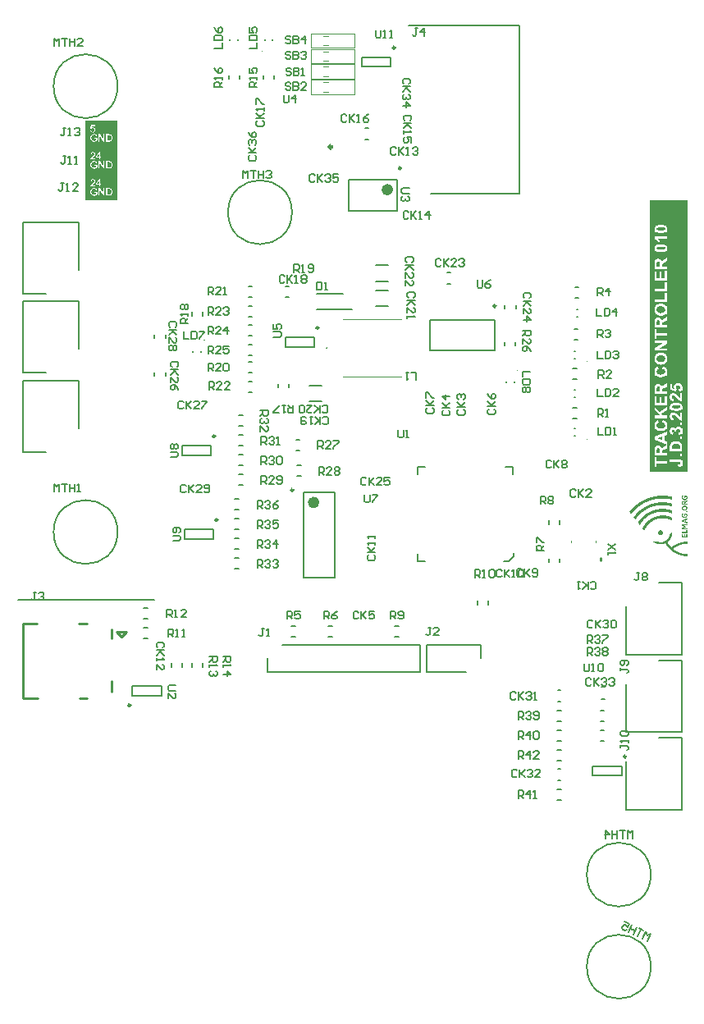
<source format=gbr>
%TF.GenerationSoftware,Altium Limited,Altium Designer,25.3.3 (18)*%
G04 Layer_Color=65535*
%FSLAX45Y45*%
%MOMM*%
%TF.SameCoordinates,BD87FDF2-1F07-4250-B4CA-E9600B944348*%
%TF.FilePolarity,Positive*%
%TF.FileFunction,Legend,Top*%
%TF.Part,Single*%
G01*
G75*
%TA.AperFunction,NonConductor*%
%ADD56C,0.20000*%
%ADD57C,0.32500*%
%ADD58C,0.25000*%
%ADD59C,0.10000*%
%ADD60C,0.60000*%
%ADD61C,0.25400*%
%ADD62C,0.15240*%
G36*
X6905008Y1072996D02*
X6906309D01*
Y1070394D01*
X6907610D01*
Y1066490D01*
X6908911D01*
Y1057383D01*
X6910212D01*
Y1053480D01*
X6908911D01*
Y1045674D01*
X6907610D01*
Y1041770D01*
X6906309D01*
Y1039168D01*
X6905008D01*
Y1037867D01*
X6903707D01*
Y1036566D01*
X6902405D01*
Y1033964D01*
X6899803D01*
Y1032663D01*
X6898502D01*
Y1031362D01*
X6897201D01*
Y1030061D01*
X6893298D01*
Y1028760D01*
X6889395D01*
Y1027459D01*
X6876384D01*
Y1028760D01*
X6872481D01*
Y1030061D01*
X6869879D01*
Y1031362D01*
X6867277D01*
Y1032663D01*
X6864675D01*
Y1033964D01*
X6863374D01*
Y1035265D01*
X6862073D01*
Y1036566D01*
X6860771D01*
Y1039168D01*
X6859470D01*
Y1040469D01*
X6858169D01*
Y1043071D01*
X6856868D01*
Y1046975D01*
X6855567D01*
Y1053480D01*
X6854266D01*
Y1062587D01*
X6855567D01*
Y1070394D01*
X6856868D01*
Y1071695D01*
X6867277D01*
Y1069093D01*
X6865976D01*
Y1065189D01*
X6864675D01*
Y1050878D01*
X6865976D01*
Y1048276D01*
X6867277D01*
Y1046975D01*
X6868578D01*
Y1045674D01*
X6869879D01*
Y1044372D01*
X6871180D01*
Y1043071D01*
X6872481D01*
Y1041770D01*
X6876384D01*
Y1040469D01*
X6889395D01*
Y1041770D01*
X6891997D01*
Y1043071D01*
X6894599D01*
Y1044372D01*
X6895900D01*
Y1045674D01*
X6897201D01*
Y1048276D01*
X6898502D01*
Y1052179D01*
X6899803D01*
Y1061286D01*
X6898502D01*
Y1062587D01*
X6888094D01*
Y1052179D01*
X6878986D01*
Y1074297D01*
X6905008D01*
Y1072996D01*
D02*
G37*
G36*
X6683827D02*
X6698139D01*
Y1071695D01*
X6709849D01*
Y1070394D01*
X6718956D01*
Y1069093D01*
X6726763D01*
Y1067791D01*
X6733268D01*
Y1066490D01*
X6741074D01*
Y1065189D01*
X6746278D01*
Y1063888D01*
X6752784D01*
Y1062587D01*
X6754085D01*
Y1035265D01*
Y1033964D01*
X6748880D01*
Y1035265D01*
X6742375D01*
Y1036566D01*
X6737171D01*
Y1037867D01*
X6730665D01*
Y1039168D01*
X6722859D01*
Y1040469D01*
X6715053D01*
Y1041770D01*
X6707246D01*
Y1043071D01*
X6695537D01*
Y1044372D01*
X6679924D01*
Y1045674D01*
X6633086D01*
Y1044372D01*
X6614871D01*
Y1043071D01*
X6603162D01*
Y1041770D01*
X6594054D01*
Y1040469D01*
X6584947D01*
Y1039168D01*
X6578442D01*
Y1037867D01*
X6571936D01*
Y1036566D01*
X6565431D01*
Y1035265D01*
X6560227D01*
Y1033964D01*
X6555023D01*
Y1032663D01*
X6549818D01*
Y1031362D01*
X6544614D01*
Y1030061D01*
X6540711D01*
Y1028760D01*
X6535507D01*
Y1027459D01*
X6531604D01*
Y1026157D01*
X6527700D01*
Y1024856D01*
X6523797D01*
Y1023555D01*
X6519894D01*
Y1022254D01*
X6515991D01*
Y1020953D01*
X6512088D01*
Y1019652D01*
X6509486D01*
Y1018351D01*
X6505582D01*
Y1017050D01*
X6502980D01*
Y1015749D01*
X6499077D01*
Y1014448D01*
X6496475D01*
Y1013147D01*
X6493873D01*
Y1011846D01*
X6489970D01*
Y1010545D01*
X6487368D01*
Y1009244D01*
X6484765D01*
Y1007943D01*
X6482163D01*
Y1006642D01*
X6479561D01*
Y1005341D01*
X6476959D01*
Y1004040D01*
X6474357D01*
Y1002738D01*
X6470454D01*
Y1001437D01*
X6467852D01*
Y1000136D01*
X6466551D01*
Y998835D01*
X6463948D01*
Y997534D01*
X6461346D01*
Y996233D01*
X6458744D01*
Y994932D01*
X6456142D01*
Y993631D01*
X6454841D01*
Y992330D01*
X6452239D01*
Y991029D01*
X6449637D01*
Y989728D01*
X6447035D01*
Y988427D01*
X6445734D01*
Y987126D01*
X6443132D01*
Y985825D01*
X6441830D01*
Y984524D01*
X6439228D01*
Y983223D01*
X6436626D01*
Y981922D01*
X6435325D01*
Y980621D01*
X6432723D01*
Y979319D01*
X6431422D01*
Y978018D01*
X6428820D01*
Y976717D01*
X6427519D01*
Y975416D01*
X6424917D01*
Y974115D01*
X6423616D01*
Y972814D01*
X6421014D01*
Y971513D01*
X6419712D01*
Y970212D01*
X6417110D01*
Y968911D01*
X6415809D01*
Y967610D01*
X6414508D01*
Y966309D01*
X6411906D01*
Y965008D01*
X6410605D01*
Y963707D01*
X6409304D01*
Y962406D01*
X6408003D01*
Y961105D01*
X6405401D01*
Y959804D01*
X6404100D01*
Y958503D01*
X6402799D01*
Y957202D01*
X6400196D01*
Y955900D01*
X6398896D01*
Y954599D01*
X6397595D01*
Y953298D01*
X6396293D01*
Y951997D01*
X6393691D01*
Y950696D01*
X6392390D01*
Y949395D01*
X6391089D01*
Y948094D01*
X6389788D01*
Y946793D01*
X6388487D01*
Y945492D01*
X6387186D01*
Y944191D01*
X6384584D01*
Y942890D01*
X6383283D01*
Y941589D01*
X6381982D01*
Y940288D01*
X6380681D01*
Y938987D01*
X6379380D01*
Y937685D01*
X6378079D01*
Y936384D01*
X6376777D01*
Y935083D01*
X6375476D01*
Y933782D01*
X6374175D01*
Y932481D01*
X6372874D01*
Y931180D01*
X6371573D01*
Y929879D01*
X6370272D01*
Y928578D01*
X6368971D01*
Y927277D01*
X6367670D01*
Y925976D01*
X6366369D01*
Y924675D01*
X6365068D01*
Y923374D01*
X6363767D01*
Y922073D01*
X6362466D01*
Y920772D01*
X6361165D01*
Y919471D01*
X6359864D01*
Y918170D01*
X6358563D01*
Y916869D01*
X6357262D01*
Y915568D01*
X6355961D01*
Y914266D01*
X6354660D01*
Y912965D01*
X6353358D01*
Y911664D01*
X6352057D01*
Y910363D01*
X6350756D01*
Y909062D01*
X6349455D01*
Y906460D01*
X6348154D01*
Y905159D01*
X6346853D01*
Y903858D01*
X6345552D01*
Y902557D01*
X6344251D01*
Y901256D01*
X6342950D01*
Y898654D01*
X6341649D01*
Y897353D01*
X6340348D01*
Y896052D01*
X6339047D01*
Y894751D01*
X6337746D01*
Y892149D01*
X6336445D01*
Y890847D01*
X6335144D01*
Y889546D01*
X6333843D01*
Y888245D01*
X6332542D01*
Y885643D01*
X6331240D01*
Y884342D01*
X6328638D01*
Y885643D01*
X6327337D01*
Y888245D01*
X6326036D01*
Y889546D01*
X6324735D01*
Y890847D01*
X6323434D01*
Y892149D01*
X6322133D01*
Y894751D01*
X6320832D01*
Y896052D01*
X6319531D01*
Y897353D01*
X6318230D01*
Y898654D01*
X6316929D01*
Y901256D01*
X6315628D01*
Y902557D01*
X6314327D01*
Y903858D01*
X6313026D01*
Y905159D01*
X6311724D01*
Y907761D01*
X6313026D01*
Y910363D01*
X6314327D01*
Y911664D01*
X6315628D01*
Y912965D01*
X6316929D01*
Y914266D01*
X6318230D01*
Y916869D01*
X6319531D01*
Y918170D01*
X6320832D01*
Y919471D01*
X6322133D01*
Y920772D01*
X6323434D01*
Y922073D01*
X6324735D01*
Y923374D01*
X6326036D01*
Y925976D01*
X6327337D01*
Y927277D01*
X6328638D01*
Y928578D01*
X6329939D01*
Y929879D01*
X6331240D01*
Y931180D01*
X6332542D01*
Y932481D01*
X6333843D01*
Y933782D01*
X6335144D01*
Y935083D01*
X6336445D01*
Y936384D01*
X6337746D01*
Y937685D01*
X6339047D01*
Y938987D01*
X6340348D01*
Y941589D01*
X6341649D01*
Y942890D01*
X6342950D01*
Y944191D01*
X6344251D01*
Y945492D01*
X6345552D01*
Y946793D01*
X6346853D01*
Y948094D01*
X6348154D01*
Y949395D01*
X6349455D01*
Y950696D01*
X6350756D01*
Y951997D01*
X6352057D01*
Y953298D01*
X6353358D01*
Y954599D01*
X6354660D01*
Y955900D01*
X6357262D01*
Y957202D01*
X6358563D01*
Y958503D01*
X6359864D01*
Y959804D01*
X6361165D01*
Y961105D01*
X6362466D01*
Y962406D01*
X6363767D01*
Y963707D01*
X6365068D01*
Y965008D01*
X6366369D01*
Y966309D01*
X6367670D01*
Y967610D01*
X6370272D01*
Y968911D01*
X6371573D01*
Y970212D01*
X6372874D01*
Y971513D01*
X6374175D01*
Y972814D01*
X6375476D01*
Y974115D01*
X6376777D01*
Y975416D01*
X6379380D01*
Y976717D01*
X6380681D01*
Y978018D01*
X6381982D01*
Y979319D01*
X6383283D01*
Y980621D01*
X6384584D01*
Y981922D01*
X6387186D01*
Y983223D01*
X6388487D01*
Y984524D01*
X6389788D01*
Y985825D01*
X6392390D01*
Y987126D01*
X6393691D01*
Y988427D01*
X6394992D01*
Y989728D01*
X6397595D01*
Y991029D01*
X6398896D01*
Y992330D01*
X6401498D01*
Y993631D01*
X6402799D01*
Y994932D01*
X6404100D01*
Y996233D01*
X6406702D01*
Y997534D01*
X6408003D01*
Y998835D01*
X6410605D01*
Y1000136D01*
X6411906D01*
Y1001437D01*
X6414508D01*
Y1002738D01*
X6415809D01*
Y1004040D01*
X6418411D01*
Y1005341D01*
X6419712D01*
Y1006642D01*
X6422315D01*
Y1007943D01*
X6423616D01*
Y1009244D01*
X6426218D01*
Y1010545D01*
X6428820D01*
Y1011846D01*
X6430121D01*
Y1013147D01*
X6432723D01*
Y1014448D01*
X6435325D01*
Y1015749D01*
X6436626D01*
Y1017050D01*
X6439228D01*
Y1018351D01*
X6441830D01*
Y1019652D01*
X6444433D01*
Y1020953D01*
X6445734D01*
Y1022254D01*
X6448336D01*
Y1023555D01*
X6450938D01*
Y1024856D01*
X6453540D01*
Y1026157D01*
X6456142D01*
Y1027459D01*
X6458744D01*
Y1028760D01*
X6461346D01*
Y1030061D01*
X6463948D01*
Y1031362D01*
X6466551D01*
Y1032663D01*
X6469153D01*
Y1033964D01*
X6471755D01*
Y1035265D01*
X6474357D01*
Y1036566D01*
X6478260D01*
Y1037867D01*
X6480862D01*
Y1039168D01*
X6483464D01*
Y1040469D01*
X6487368D01*
Y1041770D01*
X6489970D01*
Y1043071D01*
X6493873D01*
Y1044372D01*
X6496475D01*
Y1045674D01*
X6500378D01*
Y1046975D01*
X6502980D01*
Y1048276D01*
X6506883D01*
Y1049577D01*
X6510787D01*
Y1050878D01*
X6514690D01*
Y1052179D01*
X6518593D01*
Y1053480D01*
X6522496D01*
Y1054781D01*
X6526399D01*
Y1056082D01*
X6530302D01*
Y1057383D01*
X6535507D01*
Y1058684D01*
X6539410D01*
Y1059985D01*
X6544614D01*
Y1061286D01*
X6549818D01*
Y1062587D01*
X6555023D01*
Y1063888D01*
X6561528D01*
Y1065189D01*
X6566732D01*
Y1066490D01*
X6574539D01*
Y1067791D01*
X6581044D01*
Y1069093D01*
X6590151D01*
Y1070394D01*
X6599259D01*
Y1071695D01*
X6610968D01*
Y1072996D01*
X6627882D01*
Y1074297D01*
X6683827D01*
Y1072996D01*
D02*
G37*
G36*
X6908911Y1013147D02*
X6907610D01*
Y1011846D01*
X6905008D01*
Y1010545D01*
X6903707D01*
Y1009244D01*
X6901104D01*
Y1007943D01*
X6898502D01*
Y1006642D01*
X6897201D01*
Y1005341D01*
X6894599D01*
Y1004040D01*
X6893298D01*
Y1002738D01*
X6890696D01*
Y1001437D01*
X6889395D01*
Y998835D01*
X6888094D01*
Y993631D01*
X6908911D01*
Y981922D01*
X6855567D01*
Y1009244D01*
X6856868D01*
Y1013147D01*
X6858169D01*
Y1015749D01*
X6859470D01*
Y1017050D01*
X6860771D01*
Y1018351D01*
X6863374D01*
Y1019652D01*
X6867277D01*
Y1020953D01*
X6871180D01*
Y1019652D01*
X6876384D01*
Y1018351D01*
X6878986D01*
Y1017050D01*
X6880287D01*
Y1015749D01*
X6881588D01*
Y1014448D01*
X6882889D01*
Y1010545D01*
X6884190D01*
Y1009244D01*
X6885492D01*
Y1010545D01*
X6886793D01*
Y1011846D01*
X6888094D01*
Y1013147D01*
X6889395D01*
Y1014448D01*
X6890696D01*
Y1015749D01*
X6891997D01*
Y1017050D01*
X6894599D01*
Y1018351D01*
X6895900D01*
Y1019652D01*
X6898502D01*
Y1020953D01*
X6901104D01*
Y1022254D01*
X6902405D01*
Y1023555D01*
X6905008D01*
Y1024856D01*
X6906309D01*
Y1026157D01*
X6908911D01*
Y1013147D01*
D02*
G37*
G36*
X6676021Y1005341D02*
X6691634D01*
Y1004040D01*
X6702042D01*
Y1002738D01*
X6711150D01*
Y1001437D01*
X6718956D01*
Y1000136D01*
X6725461D01*
Y998835D01*
X6731967D01*
Y997534D01*
X6737171D01*
Y996233D01*
X6743676D01*
Y994932D01*
X6747579D01*
Y993631D01*
X6752784D01*
Y992330D01*
X6754085D01*
Y963707D01*
X6747579D01*
Y965008D01*
X6743676D01*
Y966309D01*
X6738472D01*
Y967610D01*
X6733268D01*
Y968911D01*
X6728064D01*
Y970212D01*
X6721558D01*
Y971513D01*
X6715053D01*
Y972814D01*
X6708548D01*
Y974115D01*
X6699440D01*
Y975416D01*
X6687731D01*
Y976717D01*
X6672118D01*
Y978018D01*
X6640892D01*
Y976717D01*
X6621377D01*
Y975416D01*
X6609667D01*
Y974115D01*
X6600560D01*
Y972814D01*
X6592753D01*
Y971513D01*
X6586248D01*
Y970212D01*
X6579743D01*
Y968911D01*
X6574539D01*
Y967610D01*
X6569334D01*
Y966309D01*
X6564130D01*
Y965008D01*
X6560227D01*
Y963707D01*
X6555023D01*
Y962406D01*
X6551119D01*
Y961105D01*
X6547216D01*
Y959804D01*
X6543313D01*
Y958503D01*
X6539410D01*
Y957202D01*
X6536808D01*
Y955900D01*
X6532905D01*
Y954599D01*
X6529001D01*
Y953298D01*
X6526399D01*
Y951997D01*
X6523797D01*
Y950696D01*
X6519894D01*
Y949395D01*
X6517292D01*
Y948094D01*
X6514690D01*
Y946793D01*
X6512088D01*
Y945492D01*
X6509486D01*
Y944191D01*
X6505582D01*
Y942890D01*
X6502980D01*
Y941589D01*
X6500378D01*
Y940288D01*
X6499077D01*
Y938987D01*
X6496475D01*
Y937685D01*
X6493873D01*
Y936384D01*
X6491271D01*
Y935083D01*
X6488669D01*
Y933782D01*
X6486067D01*
Y932481D01*
X6483464D01*
Y931180D01*
X6482163D01*
Y929879D01*
X6479561D01*
Y928578D01*
X6478260D01*
Y927277D01*
X6475658D01*
Y925976D01*
X6473056D01*
Y924675D01*
X6471755D01*
Y923374D01*
X6469153D01*
Y922073D01*
X6467852D01*
Y920772D01*
X6465249D01*
Y919471D01*
X6463948D01*
Y918170D01*
X6461346D01*
Y916869D01*
X6460045D01*
Y915568D01*
X6458744D01*
Y914266D01*
X6456142D01*
Y912965D01*
X6454841D01*
Y911664D01*
X6452239D01*
Y910363D01*
X6450938D01*
Y909062D01*
X6449637D01*
Y907761D01*
X6447035D01*
Y906460D01*
X6445734D01*
Y905159D01*
X6444433D01*
Y903858D01*
X6443132D01*
Y902557D01*
X6440529D01*
Y901256D01*
X6439228D01*
Y899955D01*
X6437927D01*
Y898654D01*
X6436626D01*
Y897353D01*
X6435325D01*
Y896052D01*
X6434024D01*
Y894751D01*
X6431422D01*
Y893450D01*
X6430121D01*
Y892149D01*
X6428820D01*
Y890847D01*
X6427519D01*
Y889546D01*
X6426218D01*
Y888245D01*
X6424917D01*
Y886944D01*
X6423616D01*
Y885643D01*
X6422315D01*
Y884342D01*
X6421014D01*
Y883041D01*
X6419712D01*
Y881740D01*
X6418411D01*
Y880439D01*
X6417110D01*
Y879138D01*
X6415809D01*
Y877837D01*
X6414508D01*
Y876536D01*
X6413207D01*
Y875235D01*
X6411906D01*
Y873934D01*
X6410605D01*
Y872632D01*
X6409304D01*
Y871332D01*
X6408003D01*
Y870031D01*
X6406702D01*
Y868730D01*
X6405401D01*
Y867428D01*
X6404100D01*
Y866127D01*
X6402799D01*
Y864826D01*
X6401498D01*
Y863525D01*
X6400196D01*
Y860923D01*
X6398896D01*
Y859622D01*
X6397595D01*
Y858321D01*
X6396293D01*
Y857020D01*
X6394992D01*
Y855719D01*
X6393691D01*
Y854418D01*
X6392390D01*
Y851816D01*
X6391089D01*
Y850515D01*
X6389788D01*
Y849213D01*
X6388487D01*
Y847912D01*
X6387186D01*
Y845310D01*
X6385885D01*
Y844009D01*
X6384584D01*
Y842708D01*
X6383283D01*
Y840106D01*
X6381982D01*
Y838805D01*
X6380681D01*
Y837504D01*
X6379380D01*
Y834902D01*
X6378079D01*
Y833601D01*
X6376777D01*
Y830999D01*
X6375476D01*
Y829698D01*
X6374175D01*
Y828397D01*
X6372874D01*
Y829698D01*
X6371573D01*
Y832300D01*
X6370272D01*
Y833601D01*
X6368971D01*
Y834902D01*
X6367670D01*
Y836203D01*
X6366369D01*
Y838805D01*
X6365068D01*
Y840106D01*
X6363767D01*
Y841407D01*
X6362466D01*
Y842708D01*
X6361165D01*
Y845310D01*
X6359864D01*
Y846611D01*
X6358563D01*
Y847912D01*
X6357262D01*
Y849213D01*
X6355961D01*
Y854418D01*
X6357262D01*
Y855719D01*
X6358563D01*
Y857020D01*
X6359864D01*
Y859622D01*
X6361165D01*
Y860923D01*
X6362466D01*
Y862224D01*
X6363767D01*
Y864826D01*
X6365068D01*
Y866127D01*
X6366369D01*
Y867428D01*
X6367670D01*
Y868730D01*
X6368971D01*
Y871332D01*
X6370272D01*
Y872632D01*
X6371573D01*
Y873934D01*
X6372874D01*
Y875235D01*
X6374175D01*
Y876536D01*
X6375476D01*
Y879138D01*
X6376777D01*
Y880439D01*
X6378079D01*
Y881740D01*
X6379380D01*
Y883041D01*
X6380681D01*
Y884342D01*
X6381982D01*
Y885643D01*
X6383283D01*
Y888245D01*
X6384584D01*
Y889546D01*
X6385885D01*
Y890847D01*
X6387186D01*
Y892149D01*
X6388487D01*
Y893450D01*
X6389788D01*
Y894751D01*
X6391089D01*
Y896052D01*
X6392390D01*
Y897353D01*
X6393691D01*
Y898654D01*
X6394992D01*
Y899955D01*
X6396293D01*
Y901256D01*
X6397595D01*
Y902557D01*
X6398896D01*
Y903858D01*
X6400196D01*
Y905159D01*
X6401498D01*
Y906460D01*
X6402799D01*
Y907761D01*
X6404100D01*
Y909062D01*
X6406702D01*
Y910363D01*
X6408003D01*
Y911664D01*
X6409304D01*
Y912965D01*
X6410605D01*
Y914266D01*
X6411906D01*
Y915568D01*
X6413207D01*
Y916869D01*
X6414508D01*
Y918170D01*
X6415809D01*
Y919471D01*
X6418411D01*
Y920772D01*
X6419712D01*
Y922073D01*
X6421014D01*
Y923374D01*
X6422315D01*
Y924675D01*
X6423616D01*
Y925976D01*
X6426218D01*
Y927277D01*
X6427519D01*
Y928578D01*
X6428820D01*
Y929879D01*
X6430121D01*
Y931180D01*
X6432723D01*
Y932481D01*
X6434024D01*
Y933782D01*
X6435325D01*
Y935083D01*
X6437927D01*
Y936384D01*
X6439228D01*
Y937685D01*
X6441830D01*
Y938987D01*
X6443132D01*
Y940288D01*
X6444433D01*
Y941589D01*
X6447035D01*
Y942890D01*
X6448336D01*
Y944191D01*
X6450938D01*
Y945492D01*
X6452239D01*
Y946793D01*
X6454841D01*
Y948094D01*
X6456142D01*
Y949395D01*
X6458744D01*
Y950696D01*
X6461346D01*
Y951997D01*
X6462647D01*
Y953298D01*
X6465249D01*
Y954599D01*
X6466551D01*
Y955900D01*
X6469153D01*
Y957202D01*
X6471755D01*
Y958503D01*
X6473056D01*
Y959804D01*
X6475658D01*
Y961105D01*
X6478260D01*
Y962406D01*
X6480862D01*
Y963707D01*
X6483464D01*
Y965008D01*
X6486067D01*
Y966309D01*
X6488669D01*
Y967610D01*
X6491271D01*
Y968911D01*
X6493873D01*
Y970212D01*
X6496475D01*
Y971513D01*
X6499077D01*
Y972814D01*
X6501679D01*
Y974115D01*
X6504281D01*
Y975416D01*
X6508185D01*
Y976717D01*
X6510787D01*
Y978018D01*
X6513389D01*
Y979319D01*
X6517292D01*
Y980621D01*
X6519894D01*
Y981922D01*
X6523797D01*
Y983223D01*
X6527700D01*
Y984524D01*
X6530302D01*
Y985825D01*
X6534206D01*
Y987126D01*
X6538109D01*
Y988427D01*
X6542012D01*
Y989728D01*
X6545915D01*
Y991029D01*
X6551119D01*
Y992330D01*
X6555023D01*
Y993631D01*
X6560227D01*
Y994932D01*
X6565431D01*
Y996233D01*
X6570635D01*
Y997534D01*
X6575840D01*
Y998835D01*
X6582345D01*
Y1000136D01*
X6588850D01*
Y1001437D01*
X6596657D01*
Y1002738D01*
X6607065D01*
Y1004040D01*
X6617473D01*
Y1005341D01*
X6636989D01*
Y1006642D01*
X6676021D01*
Y1005341D01*
D02*
G37*
G36*
X6882889Y971513D02*
X6891997D01*
Y970212D01*
X6894599D01*
Y968911D01*
X6897201D01*
Y967610D01*
X6899803D01*
Y966309D01*
X6901104D01*
Y965008D01*
X6902405D01*
Y963707D01*
X6903707D01*
Y962406D01*
X6905008D01*
Y959804D01*
X6906309D01*
Y957202D01*
X6907610D01*
Y954599D01*
X6908911D01*
Y946793D01*
X6910212D01*
Y944191D01*
X6908911D01*
Y937685D01*
X6907610D01*
Y933782D01*
X6906309D01*
Y931180D01*
X6905008D01*
Y929879D01*
X6903707D01*
Y928578D01*
X6902405D01*
Y927277D01*
X6901104D01*
Y925976D01*
X6899803D01*
Y924675D01*
X6898502D01*
Y923374D01*
X6895900D01*
Y922073D01*
X6891997D01*
Y920772D01*
X6884190D01*
Y919471D01*
X6881588D01*
Y920772D01*
X6872481D01*
Y922073D01*
X6869879D01*
Y923374D01*
X6867277D01*
Y924675D01*
X6864675D01*
Y925976D01*
X6863374D01*
Y927277D01*
X6862073D01*
Y928578D01*
X6860771D01*
Y929879D01*
X6859470D01*
Y931180D01*
X6858169D01*
Y933782D01*
X6856868D01*
Y937685D01*
X6855567D01*
Y942890D01*
X6854266D01*
Y951997D01*
X6855567D01*
Y957202D01*
X6856868D01*
Y958503D01*
X6858169D01*
Y961105D01*
X6859470D01*
Y962406D01*
X6860771D01*
Y965008D01*
X6862073D01*
Y966309D01*
X6864675D01*
Y967610D01*
X6865976D01*
Y968911D01*
X6868578D01*
Y970212D01*
X6872481D01*
Y971513D01*
X6880287D01*
Y972814D01*
X6882889D01*
Y971513D01*
D02*
G37*
G36*
X6907610Y914266D02*
X6908911D01*
Y911664D01*
X6910212D01*
Y905159D01*
X6908911D01*
Y903858D01*
X6907610D01*
Y902557D01*
X6899803D01*
Y903858D01*
X6898502D01*
Y905159D01*
X6897201D01*
Y912965D01*
X6898502D01*
Y914266D01*
X6899803D01*
Y915568D01*
X6907610D01*
Y914266D01*
D02*
G37*
G36*
X6668215Y937685D02*
X6683827D01*
Y936384D01*
X6695537D01*
Y935083D01*
X6703343D01*
Y933782D01*
X6711150D01*
Y932481D01*
X6717655D01*
Y931180D01*
X6722859D01*
Y929879D01*
X6728064D01*
Y928578D01*
X6733268D01*
Y927277D01*
X6737171D01*
Y925976D01*
X6741074D01*
Y924675D01*
X6746278D01*
Y923374D01*
X6750182D01*
Y922073D01*
X6752784D01*
Y920772D01*
X6754085D01*
Y892149D01*
X6752784D01*
Y890847D01*
X6751483D01*
Y892149D01*
X6747579D01*
Y893450D01*
X6743676D01*
Y894751D01*
X6741074D01*
Y896052D01*
X6735870D01*
Y897353D01*
X6731967D01*
Y898654D01*
X6728064D01*
Y899955D01*
X6722859D01*
Y901256D01*
X6718956D01*
Y902557D01*
X6712451D01*
Y903858D01*
X6707246D01*
Y905159D01*
X6699440D01*
Y906460D01*
X6691634D01*
Y907761D01*
X6681225D01*
Y909062D01*
X6661710D01*
Y910363D01*
X6650000D01*
Y909062D01*
X6629183D01*
Y907761D01*
X6616172D01*
Y906460D01*
X6608366D01*
Y905159D01*
X6601861D01*
Y903858D01*
X6595355D01*
Y902557D01*
X6588850D01*
Y901256D01*
X6584947D01*
Y899955D01*
X6579743D01*
Y898654D01*
X6574539D01*
Y897353D01*
X6570635D01*
Y896052D01*
X6566732D01*
Y894751D01*
X6562829D01*
Y893450D01*
X6560227D01*
Y892149D01*
X6556324D01*
Y890847D01*
X6552420D01*
Y889546D01*
X6549818D01*
Y888245D01*
X6547216D01*
Y886944D01*
X6543313D01*
Y885643D01*
X6540711D01*
Y884342D01*
X6538109D01*
Y883041D01*
X6535507D01*
Y881740D01*
X6532905D01*
Y880439D01*
X6530302D01*
Y879138D01*
X6527700D01*
Y877837D01*
X6525098D01*
Y876536D01*
X6522496D01*
Y875235D01*
X6521195D01*
Y873934D01*
X6518593D01*
Y872632D01*
X6515991D01*
Y871332D01*
X6514690D01*
Y870031D01*
X6512088D01*
Y868730D01*
X6509486D01*
Y867428D01*
X6508185D01*
Y866127D01*
X6505582D01*
Y864826D01*
X6504281D01*
Y863525D01*
X6501679D01*
Y862224D01*
X6500378D01*
Y860923D01*
X6497776D01*
Y859622D01*
X6496475D01*
Y858321D01*
X6495174D01*
Y857020D01*
X6492572D01*
Y855719D01*
X6491271D01*
Y854418D01*
X6489970D01*
Y853117D01*
X6487368D01*
Y851816D01*
X6486067D01*
Y850515D01*
X6484765D01*
Y849213D01*
X6483464D01*
Y847912D01*
X6480862D01*
Y846611D01*
X6479561D01*
Y845310D01*
X6478260D01*
Y844009D01*
X6476959D01*
Y842708D01*
X6475658D01*
Y841407D01*
X6474357D01*
Y840106D01*
X6471755D01*
Y838805D01*
X6470454D01*
Y837504D01*
X6469153D01*
Y836203D01*
X6467852D01*
Y834902D01*
X6466551D01*
Y833601D01*
X6465249D01*
Y832300D01*
X6463948D01*
Y830999D01*
X6462647D01*
Y829698D01*
X6461346D01*
Y828397D01*
X6460045D01*
Y827096D01*
X6458744D01*
Y825794D01*
X6457443D01*
Y824493D01*
X6456142D01*
Y821891D01*
X6454841D01*
Y820590D01*
X6453540D01*
Y819289D01*
X6452239D01*
Y817988D01*
X6450938D01*
Y816687D01*
X6449637D01*
Y815386D01*
X6448336D01*
Y814085D01*
X6447035D01*
Y811483D01*
X6445734D01*
Y810182D01*
X6444433D01*
Y808881D01*
X6443132D01*
Y807580D01*
X6441830D01*
Y804978D01*
X6440529D01*
Y803677D01*
X6439228D01*
Y802375D01*
X6437927D01*
Y801074D01*
X6436626D01*
Y798472D01*
X6435325D01*
Y797171D01*
X6434024D01*
Y795870D01*
X6432723D01*
Y793268D01*
X6431422D01*
Y791967D01*
X6430121D01*
Y789365D01*
X6428820D01*
Y788064D01*
X6427519D01*
Y785462D01*
X6426218D01*
Y782859D01*
X6424917D01*
Y781559D01*
X6423616D01*
Y778956D01*
X6422315D01*
Y776354D01*
X6421014D01*
Y775053D01*
X6419712D01*
Y772451D01*
X6417110D01*
Y773752D01*
X6415809D01*
Y775053D01*
X6414508D01*
Y777655D01*
X6413207D01*
Y778956D01*
X6411906D01*
Y780258D01*
X6410605D01*
Y782859D01*
X6409304D01*
Y784160D01*
X6408003D01*
Y785462D01*
X6406702D01*
Y786763D01*
X6405401D01*
Y789365D01*
X6404100D01*
Y790666D01*
X6402799D01*
Y791967D01*
X6401498D01*
Y794569D01*
X6400196D01*
Y798472D01*
X6401498D01*
Y799773D01*
X6402799D01*
Y802375D01*
X6404100D01*
Y803677D01*
X6405401D01*
Y806279D01*
X6406702D01*
Y807580D01*
X6408003D01*
Y810182D01*
X6409304D01*
Y811483D01*
X6410605D01*
Y812784D01*
X6411906D01*
Y815386D01*
X6413207D01*
Y816687D01*
X6414508D01*
Y817988D01*
X6415809D01*
Y820590D01*
X6417110D01*
Y821891D01*
X6418411D01*
Y823192D01*
X6419712D01*
Y825794D01*
X6421014D01*
Y827096D01*
X6422315D01*
Y828397D01*
X6423616D01*
Y829698D01*
X6424917D01*
Y832300D01*
X6426218D01*
Y833601D01*
X6427519D01*
Y834902D01*
X6428820D01*
Y836203D01*
X6430121D01*
Y837504D01*
X6431422D01*
Y838805D01*
X6432723D01*
Y840106D01*
X6434024D01*
Y842708D01*
X6435325D01*
Y844009D01*
X6436626D01*
Y845310D01*
X6437927D01*
Y846611D01*
X6439228D01*
Y847912D01*
X6440529D01*
Y849213D01*
X6441830D01*
Y850515D01*
X6443132D01*
Y851816D01*
X6444433D01*
Y853117D01*
X6445734D01*
Y854418D01*
X6447035D01*
Y855719D01*
X6448336D01*
Y857020D01*
X6449637D01*
Y858321D01*
X6450938D01*
Y859622D01*
X6453540D01*
Y860923D01*
X6454841D01*
Y862224D01*
X6456142D01*
Y863525D01*
X6457443D01*
Y864826D01*
X6458744D01*
Y866127D01*
X6460045D01*
Y867428D01*
X6461346D01*
Y868730D01*
X6462647D01*
Y870031D01*
X6465249D01*
Y871332D01*
X6466551D01*
Y872632D01*
X6467852D01*
Y873934D01*
X6469153D01*
Y875235D01*
X6471755D01*
Y876536D01*
X6473056D01*
Y877837D01*
X6474357D01*
Y879138D01*
X6476959D01*
Y880439D01*
X6478260D01*
Y881740D01*
X6479561D01*
Y883041D01*
X6482163D01*
Y884342D01*
X6483464D01*
Y885643D01*
X6486067D01*
Y886944D01*
X6487368D01*
Y888245D01*
X6489970D01*
Y889546D01*
X6491271D01*
Y890847D01*
X6493873D01*
Y892149D01*
X6495174D01*
Y893450D01*
X6497776D01*
Y894751D01*
X6499077D01*
Y896052D01*
X6501679D01*
Y897353D01*
X6504281D01*
Y898654D01*
X6505582D01*
Y899955D01*
X6508185D01*
Y901256D01*
X6510787D01*
Y902557D01*
X6513389D01*
Y903858D01*
X6515991D01*
Y905159D01*
X6518593D01*
Y906460D01*
X6521195D01*
Y907761D01*
X6523797D01*
Y909062D01*
X6526399D01*
Y910363D01*
X6529001D01*
Y911664D01*
X6531604D01*
Y912965D01*
X6535507D01*
Y914266D01*
X6538109D01*
Y915568D01*
X6540711D01*
Y916869D01*
X6544614D01*
Y918170D01*
X6547216D01*
Y919471D01*
X6551119D01*
Y920772D01*
X6555023D01*
Y922073D01*
X6557625D01*
Y923374D01*
X6561528D01*
Y924675D01*
X6566732D01*
Y925976D01*
X6570635D01*
Y927277D01*
X6575840D01*
Y928578D01*
X6581044D01*
Y929879D01*
X6586248D01*
Y931180D01*
X6591452D01*
Y932481D01*
X6597958D01*
Y933782D01*
X6605764D01*
Y935083D01*
X6613570D01*
Y936384D01*
X6625280D01*
Y937685D01*
X6646097D01*
Y938987D01*
X6668215D01*
Y937685D01*
D02*
G37*
G36*
X6905008Y889546D02*
X6906309D01*
Y886944D01*
X6907610D01*
Y881740D01*
X6908911D01*
Y872632D01*
X6910212D01*
Y868730D01*
X6908911D01*
Y860923D01*
X6907610D01*
Y858321D01*
X6906309D01*
Y855719D01*
X6905008D01*
Y853117D01*
X6903707D01*
Y851816D01*
X6902405D01*
Y850515D01*
X6901104D01*
Y849213D01*
X6899803D01*
Y847912D01*
X6898502D01*
Y846611D01*
X6895900D01*
Y845310D01*
X6891997D01*
Y844009D01*
X6873782D01*
Y845310D01*
X6869879D01*
Y846611D01*
X6867277D01*
Y847912D01*
X6865976D01*
Y849213D01*
X6864675D01*
Y850515D01*
X6863374D01*
Y851816D01*
X6862073D01*
Y853117D01*
X6860771D01*
Y854418D01*
X6859470D01*
Y857020D01*
X6858169D01*
Y859622D01*
X6856868D01*
Y862224D01*
X6855567D01*
Y868730D01*
X6854266D01*
Y879138D01*
X6855567D01*
Y885643D01*
X6856868D01*
Y888245D01*
X6867277D01*
Y884342D01*
X6865976D01*
Y880439D01*
X6864675D01*
Y867428D01*
X6865976D01*
Y863525D01*
X6867277D01*
Y862224D01*
X6868578D01*
Y860923D01*
X6869879D01*
Y859622D01*
X6871180D01*
Y858321D01*
X6873782D01*
Y857020D01*
X6877685D01*
Y855719D01*
X6888094D01*
Y857020D01*
X6890696D01*
Y858321D01*
X6893298D01*
Y859622D01*
X6895900D01*
Y862224D01*
X6897201D01*
Y863525D01*
X6898502D01*
Y867428D01*
X6899803D01*
Y876536D01*
X6898502D01*
Y879138D01*
X6888094D01*
Y867428D01*
X6878986D01*
Y890847D01*
X6905008D01*
Y889546D01*
D02*
G37*
G36*
X6677322Y868730D02*
X6687731D01*
Y867428D01*
X6695537D01*
Y866127D01*
X6702042D01*
Y864826D01*
X6707246D01*
Y863525D01*
X6712451D01*
Y862224D01*
X6717655D01*
Y860923D01*
X6721558D01*
Y859622D01*
X6725461D01*
Y858321D01*
X6729364D01*
Y857020D01*
X6733268D01*
Y855719D01*
X6737171D01*
Y854418D01*
X6739773D01*
Y853117D01*
X6743676D01*
Y851816D01*
X6746278D01*
Y850515D01*
X6748880D01*
Y849213D01*
X6751483D01*
Y847912D01*
X6754085D01*
Y816687D01*
X6752784D01*
Y815386D01*
X6751483D01*
Y816687D01*
X6750182D01*
Y817988D01*
X6747579D01*
Y819289D01*
X6744977D01*
Y820590D01*
X6742375D01*
Y821891D01*
X6739773D01*
Y823192D01*
X6735870D01*
Y824493D01*
X6733268D01*
Y825794D01*
X6730665D01*
Y827096D01*
X6726763D01*
Y828397D01*
X6724160D01*
Y829698D01*
X6720257D01*
Y830999D01*
X6716354D01*
Y832300D01*
X6712451D01*
Y833601D01*
X6708548D01*
Y834902D01*
X6703343D01*
Y836203D01*
X6698139D01*
Y837504D01*
X6691634D01*
Y838805D01*
X6683827D01*
Y840106D01*
X6673419D01*
Y841407D01*
X6635688D01*
Y840106D01*
X6623979D01*
Y838805D01*
X6616172D01*
Y837504D01*
X6609667D01*
Y836203D01*
X6604463D01*
Y834902D01*
X6599259D01*
Y833601D01*
X6595355D01*
Y832300D01*
X6591452D01*
Y830999D01*
X6587549D01*
Y829698D01*
X6583646D01*
Y828397D01*
X6579743D01*
Y827096D01*
X6577141D01*
Y825794D01*
X6574539D01*
Y824493D01*
X6570635D01*
Y823192D01*
X6568033D01*
Y821891D01*
X6565431D01*
Y820590D01*
X6562829D01*
Y819289D01*
X6560227D01*
Y817988D01*
X6557625D01*
Y816687D01*
X6555023D01*
Y815386D01*
X6553721D01*
Y814085D01*
X6551119D01*
Y812784D01*
X6548517D01*
Y811483D01*
X6547216D01*
Y810182D01*
X6544614D01*
Y808881D01*
X6543313D01*
Y807580D01*
X6540711D01*
Y806279D01*
X6539410D01*
Y804978D01*
X6536808D01*
Y803677D01*
X6535507D01*
Y802375D01*
X6532905D01*
Y801074D01*
X6531604D01*
Y799773D01*
X6530302D01*
Y798472D01*
X6529001D01*
Y797171D01*
X6526399D01*
Y795870D01*
X6525098D01*
Y794569D01*
X6523797D01*
Y793268D01*
X6522496D01*
Y791967D01*
X6519894D01*
Y790666D01*
X6518593D01*
Y789365D01*
X6517292D01*
Y788064D01*
X6515991D01*
Y786763D01*
X6514690D01*
Y785462D01*
X6513389D01*
Y784160D01*
X6512088D01*
Y782859D01*
X6510787D01*
Y781559D01*
X6509486D01*
Y780258D01*
X6508185D01*
Y778956D01*
X6506883D01*
Y777655D01*
X6505582D01*
Y776354D01*
X6504281D01*
Y775053D01*
X6502980D01*
Y772451D01*
X6501679D01*
Y771150D01*
X6500378D01*
Y769849D01*
X6499077D01*
Y768548D01*
X6497776D01*
Y767247D01*
X6496475D01*
Y764645D01*
X6495174D01*
Y763344D01*
X6493873D01*
Y762043D01*
X6492572D01*
Y759440D01*
X6491271D01*
Y758139D01*
X6489970D01*
Y756838D01*
X6488669D01*
Y754236D01*
X6487368D01*
Y752935D01*
X6486067D01*
Y750333D01*
X6484765D01*
Y749032D01*
X6483464D01*
Y746430D01*
X6482163D01*
Y745129D01*
X6480862D01*
Y742527D01*
X6479561D01*
Y739925D01*
X6478260D01*
Y737322D01*
X6476959D01*
Y736021D01*
Y734720D01*
X6475658D01*
Y733419D01*
X6474357D01*
Y730817D01*
X6473056D01*
Y728215D01*
X6471755D01*
Y725613D01*
X6470454D01*
Y721710D01*
X6469153D01*
Y719108D01*
X6467852D01*
Y716506D01*
X6466551D01*
Y712602D01*
X6465249D01*
Y713903D01*
X6463948D01*
Y715205D01*
X6462647D01*
Y716506D01*
X6461346D01*
Y717807D01*
X6460045D01*
Y720409D01*
X6458744D01*
Y721710D01*
X6457443D01*
Y723011D01*
X6456142D01*
Y724312D01*
X6454841D01*
Y726914D01*
X6453540D01*
Y728215D01*
X6452239D01*
Y729516D01*
X6450938D01*
Y732118D01*
X6449637D01*
Y733419D01*
X6448336D01*
Y734720D01*
X6447035D01*
Y736021D01*
X6445734D01*
Y739925D01*
X6447035D01*
Y742527D01*
X6448336D01*
Y745129D01*
X6449637D01*
Y747731D01*
X6450938D01*
Y750333D01*
X6452239D01*
Y751634D01*
X6453540D01*
Y754236D01*
X6454841D01*
Y756838D01*
X6456142D01*
Y759440D01*
X6457443D01*
Y760741D01*
X6458744D01*
Y763344D01*
X6460045D01*
Y765946D01*
X6461346D01*
Y767247D01*
X6462647D01*
Y769849D01*
X6463948D01*
Y771150D01*
X6465249D01*
Y772451D01*
X6466551D01*
Y775053D01*
X6467852D01*
Y776354D01*
X6469153D01*
Y777655D01*
X6470454D01*
Y780258D01*
X6471755D01*
Y781559D01*
X6473056D01*
Y782859D01*
X6474357D01*
Y785462D01*
X6475658D01*
Y786763D01*
X6476959D01*
Y788064D01*
X6478260D01*
Y789365D01*
X6479561D01*
Y790666D01*
X6480862D01*
Y793268D01*
X6482163D01*
Y794569D01*
X6483464D01*
Y795870D01*
X6484765D01*
Y797171D01*
X6486067D01*
Y798472D01*
X6487368D01*
Y799773D01*
X6488669D01*
Y801074D01*
X6489970D01*
Y802375D01*
X6491271D01*
Y803677D01*
X6492572D01*
Y804978D01*
X6493873D01*
Y806279D01*
X6495174D01*
Y807580D01*
X6496475D01*
Y808881D01*
X6497776D01*
Y810182D01*
X6499077D01*
Y811483D01*
X6500378D01*
Y812784D01*
X6502980D01*
Y814085D01*
X6504281D01*
Y815386D01*
X6505582D01*
Y816687D01*
X6506883D01*
Y817988D01*
X6508185D01*
Y819289D01*
X6510787D01*
Y820590D01*
X6512088D01*
Y821891D01*
X6513389D01*
Y823192D01*
X6514690D01*
Y824493D01*
X6517292D01*
Y825794D01*
X6518593D01*
Y827096D01*
X6519894D01*
Y828397D01*
X6522496D01*
Y829698D01*
X6523797D01*
Y830999D01*
X6526399D01*
Y832300D01*
X6527700D01*
Y833601D01*
X6530302D01*
Y834902D01*
X6531604D01*
Y836203D01*
X6534206D01*
Y837504D01*
X6536808D01*
Y838805D01*
X6538109D01*
Y840106D01*
X6540711D01*
Y841407D01*
X6543313D01*
Y842708D01*
X6545915D01*
Y844009D01*
X6548517D01*
Y845310D01*
X6551119D01*
Y846611D01*
X6553721D01*
Y847912D01*
X6556324D01*
Y849213D01*
X6558926D01*
Y850515D01*
X6561528D01*
Y851816D01*
X6564130D01*
Y853117D01*
X6568033D01*
Y854418D01*
X6570635D01*
Y855719D01*
X6574539D01*
Y857020D01*
X6578442D01*
Y858321D01*
X6582345D01*
Y859622D01*
X6586248D01*
Y860923D01*
X6590151D01*
Y862224D01*
X6595355D01*
Y863525D01*
X6600560D01*
Y864826D01*
X6607065D01*
Y866127D01*
X6613570D01*
Y867428D01*
X6621377D01*
Y868730D01*
X6633086D01*
Y870031D01*
X6677322D01*
Y868730D01*
D02*
G37*
G36*
X6908911Y828397D02*
X6907610D01*
Y827096D01*
X6903707D01*
Y825794D01*
X6899803D01*
Y824493D01*
X6897201D01*
Y804978D01*
X6899803D01*
Y803677D01*
X6903707D01*
Y802375D01*
X6907610D01*
Y801074D01*
X6908911D01*
Y789365D01*
X6903707D01*
Y790666D01*
X6901104D01*
Y791967D01*
X6897201D01*
Y793268D01*
X6893298D01*
Y794569D01*
X6889395D01*
Y795870D01*
X6886793D01*
Y797171D01*
X6882889D01*
Y798472D01*
X6878986D01*
Y799773D01*
X6875083D01*
Y801074D01*
X6872481D01*
Y802375D01*
X6868578D01*
Y803677D01*
X6864675D01*
Y804978D01*
X6860771D01*
Y806279D01*
X6858169D01*
Y807580D01*
X6855567D01*
Y821891D01*
X6856868D01*
Y823192D01*
X6860771D01*
Y824493D01*
X6864675D01*
Y825794D01*
X6867277D01*
Y827096D01*
X6871180D01*
Y828397D01*
X6875083D01*
Y829698D01*
X6878986D01*
Y830999D01*
X6882889D01*
Y832300D01*
X6885492D01*
Y833601D01*
X6889395D01*
Y834902D01*
X6893298D01*
Y836203D01*
X6897201D01*
Y837504D01*
X6901104D01*
Y838805D01*
X6903707D01*
Y840106D01*
X6908911D01*
Y828397D01*
D02*
G37*
G36*
Y769849D02*
X6876384D01*
Y771150D01*
X6865976D01*
Y769849D01*
X6869879D01*
Y768548D01*
X6872481D01*
Y767247D01*
X6875083D01*
Y765946D01*
X6877685D01*
Y764645D01*
X6880287D01*
Y763344D01*
X6882889D01*
Y762043D01*
X6885492D01*
Y760741D01*
X6888094D01*
Y759440D01*
X6890696D01*
Y758139D01*
X6893298D01*
Y749032D01*
X6890696D01*
Y747731D01*
X6888094D01*
Y746430D01*
X6885492D01*
Y745129D01*
X6882889D01*
Y743828D01*
X6880287D01*
Y742527D01*
X6877685D01*
Y741226D01*
X6875083D01*
Y739925D01*
X6872481D01*
Y738624D01*
X6867277D01*
Y737322D01*
X6908911D01*
Y726914D01*
X6855567D01*
Y741226D01*
X6856868D01*
Y742527D01*
X6859470D01*
Y743828D01*
X6862073D01*
Y745129D01*
X6863374D01*
Y746430D01*
X6865976D01*
Y747731D01*
X6868578D01*
Y749032D01*
X6871180D01*
Y750333D01*
X6873782D01*
Y751634D01*
X6877685D01*
Y752935D01*
X6880287D01*
Y754236D01*
X6878986D01*
Y755537D01*
X6875083D01*
Y756838D01*
X6872481D01*
Y758139D01*
X6869879D01*
Y759440D01*
X6867277D01*
Y760741D01*
X6864675D01*
Y762043D01*
X6862073D01*
Y763344D01*
X6859470D01*
Y764645D01*
X6856868D01*
Y765946D01*
X6855567D01*
Y781559D01*
X6908911D01*
Y769849D01*
D02*
G37*
G36*
Y687882D02*
X6855567D01*
Y699592D01*
X6898502D01*
Y719108D01*
X6908911D01*
Y687882D01*
D02*
G37*
G36*
X6639591Y716506D02*
X6643495D01*
Y715205D01*
X6646097D01*
Y713903D01*
X6647398D01*
Y712602D01*
X6648699D01*
Y711301D01*
X6650000D01*
Y710000D01*
X6651301D01*
Y708699D01*
X6652602D01*
Y707398D01*
X6653903D01*
Y704796D01*
X6655204D01*
Y702194D01*
X6656505D01*
Y698291D01*
X6657806D01*
Y691786D01*
Y690484D01*
Y689183D01*
X6656505D01*
Y683979D01*
X6655204D01*
Y681377D01*
X6653903D01*
Y678775D01*
X6652602D01*
Y677474D01*
X6651301D01*
Y676173D01*
X6650000D01*
Y674872D01*
X6648699D01*
Y673571D01*
X6647398D01*
Y672269D01*
X6644796D01*
Y670968D01*
X6642193D01*
Y669667D01*
X6636989D01*
Y668366D01*
X6629183D01*
Y669667D01*
X6623979D01*
Y670968D01*
X6621377D01*
Y672269D01*
X6618774D01*
Y673571D01*
X6617473D01*
Y674872D01*
X6616172D01*
Y676173D01*
X6614871D01*
Y677474D01*
X6613570D01*
Y678775D01*
X6612269D01*
Y681377D01*
X6610968D01*
Y683979D01*
X6609667D01*
Y687882D01*
X6608366D01*
Y698291D01*
X6609667D01*
Y702194D01*
X6610968D01*
Y704796D01*
X6612269D01*
Y707398D01*
X6613570D01*
Y708699D01*
X6614871D01*
Y710000D01*
X6616172D01*
Y711301D01*
X6617473D01*
Y712602D01*
X6618774D01*
Y713903D01*
X6620076D01*
Y715205D01*
X6622678D01*
Y716506D01*
X6626581D01*
Y717807D01*
X6639591D01*
Y716506D01*
D02*
G37*
G36*
X6908911Y644947D02*
X6855567D01*
Y650152D01*
Y651453D01*
Y676173D01*
X6864675D01*
Y657958D01*
X6865976D01*
Y656657D01*
X6876384D01*
Y657958D01*
X6877685D01*
Y674872D01*
X6886793D01*
Y656657D01*
X6898502D01*
Y677474D01*
X6908911D01*
Y644947D01*
D02*
G37*
G36*
X6752784Y703495D02*
X6754085D01*
Y683979D01*
X6752784D01*
Y673571D01*
X6751483D01*
Y665764D01*
X6750182D01*
Y660560D01*
X6748880D01*
Y656657D01*
X6747579D01*
Y652754D01*
X6746278D01*
Y648850D01*
X6744977D01*
Y646248D01*
X6743676D01*
Y643646D01*
X6742375D01*
Y639743D01*
X6741074D01*
Y637141D01*
X6739773D01*
Y634539D01*
X6738472D01*
Y633238D01*
X6737171D01*
Y630636D01*
X6735870D01*
Y628034D01*
X6734569D01*
Y626733D01*
X6733268D01*
Y624130D01*
X6731967D01*
Y622829D01*
X6730665D01*
Y621528D01*
X6729364D01*
Y618926D01*
X6728064D01*
Y617625D01*
X6726763D01*
Y616324D01*
X6725461D01*
Y615023D01*
X6724160D01*
Y612421D01*
X6722859D01*
Y611120D01*
X6721558D01*
Y609819D01*
X6720257D01*
Y608518D01*
X6718956D01*
Y607216D01*
X6717655D01*
Y605915D01*
X6716354D01*
Y604614D01*
X6715053D01*
Y603313D01*
X6712451D01*
Y602012D01*
X6711150D01*
Y600711D01*
X6709849D01*
Y599410D01*
X6708548D01*
Y598109D01*
X6705945D01*
Y596808D01*
X6704644D01*
Y595507D01*
X6703343D01*
Y591604D01*
X6704644D01*
Y590303D01*
X6705945D01*
Y587701D01*
X6707246D01*
Y585099D01*
X6708548D01*
Y583797D01*
X6709849D01*
Y581195D01*
X6711150D01*
Y578593D01*
X6712451D01*
Y577292D01*
X6713752D01*
Y575991D01*
X6715053D01*
Y573389D01*
X6716354D01*
Y572088D01*
X6717655D01*
Y570787D01*
X6718956D01*
Y568185D01*
X6720257D01*
Y566884D01*
X6721558D01*
Y564282D01*
X6722859D01*
Y562981D01*
X6724160D01*
Y561680D01*
X6725461D01*
Y560378D01*
X6726763D01*
Y559077D01*
X6728064D01*
Y556475D01*
X6729364D01*
Y555174D01*
X6730665D01*
Y553873D01*
X6731967D01*
Y552572D01*
X6733268D01*
Y551271D01*
X6734569D01*
Y549970D01*
X6735870D01*
Y548669D01*
X6737171D01*
Y547368D01*
X6738472D01*
Y546067D01*
X6739773D01*
Y544766D01*
X6741074D01*
Y543465D01*
X6742375D01*
Y542164D01*
X6743676D01*
Y540863D01*
X6744977D01*
Y542164D01*
X6746278D01*
Y543465D01*
X6748880D01*
Y544766D01*
X6750182D01*
Y546067D01*
X6751483D01*
Y547368D01*
X6754085D01*
Y548669D01*
X6755386D01*
Y549970D01*
X6756687D01*
Y551271D01*
X6757988D01*
Y552572D01*
X6760590D01*
Y553873D01*
X6761891D01*
Y555174D01*
X6764493D01*
Y556475D01*
X6765794D01*
Y557776D01*
X6768396D01*
Y559077D01*
X6769697D01*
Y560378D01*
X6772299D01*
Y561680D01*
X6774902D01*
Y562981D01*
X6776203D01*
Y564282D01*
X6778805D01*
Y565583D01*
X6780106D01*
Y566884D01*
X6782708D01*
Y568185D01*
X6785310D01*
Y569486D01*
X6787912D01*
Y570787D01*
X6790514D01*
Y572088D01*
X6793116D01*
Y573389D01*
X6795718D01*
Y574690D01*
X6798321D01*
Y575991D01*
X6800923D01*
Y577292D01*
X6803525D01*
Y578593D01*
X6807428D01*
Y579894D01*
X6810030D01*
Y581195D01*
X6812632D01*
Y582496D01*
X6816536D01*
Y583797D01*
X6819137D01*
Y585099D01*
X6823041D01*
Y586400D01*
X6826944D01*
Y587701D01*
X6830847D01*
Y589002D01*
X6834750D01*
Y590303D01*
X6838654D01*
Y591604D01*
X6843858D01*
Y592905D01*
X6849062D01*
Y594206D01*
X6854266D01*
Y595507D01*
X6860771D01*
Y596808D01*
X6867277D01*
Y598109D01*
X6876384D01*
Y599410D01*
X6888094D01*
Y600711D01*
X6908911D01*
Y578593D01*
X6902405D01*
Y577292D01*
X6885492D01*
Y575991D01*
X6875083D01*
Y574690D01*
X6867277D01*
Y573389D01*
X6860771D01*
Y572088D01*
X6855567D01*
Y570787D01*
X6849062D01*
Y569486D01*
X6845159D01*
Y568185D01*
X6841256D01*
Y566884D01*
X6837352D01*
Y565583D01*
X6832148D01*
Y564282D01*
X6828245D01*
Y562981D01*
X6825643D01*
Y561680D01*
X6821740D01*
Y560378D01*
X6819137D01*
Y559077D01*
X6816536D01*
Y557776D01*
X6812632D01*
Y556475D01*
X6810030D01*
Y555174D01*
X6807428D01*
Y553873D01*
X6804826D01*
Y552572D01*
X6802224D01*
Y551271D01*
X6799622D01*
Y549970D01*
X6797020D01*
Y548669D01*
X6794417D01*
Y547368D01*
X6791815D01*
Y546067D01*
X6790514D01*
Y544766D01*
X6787912D01*
Y543465D01*
X6785310D01*
Y542164D01*
X6784009D01*
Y540863D01*
X6781407D01*
Y539562D01*
X6780106D01*
Y538261D01*
X6777504D01*
Y536959D01*
X6774902D01*
Y535658D01*
X6773601D01*
Y534357D01*
X6772299D01*
Y533056D01*
X6769697D01*
Y531755D01*
X6768396D01*
Y530454D01*
X6767095D01*
Y529153D01*
X6764493D01*
Y527852D01*
X6763192D01*
Y526551D01*
X6761891D01*
Y523949D01*
X6763192D01*
Y522648D01*
X6765794D01*
Y521347D01*
X6767095D01*
Y520046D01*
X6769697D01*
Y518744D01*
X6770998D01*
Y517443D01*
X6772299D01*
Y516142D01*
X6774902D01*
Y514841D01*
X6776203D01*
Y513540D01*
X6777504D01*
Y512239D01*
X6780106D01*
Y510938D01*
X6782708D01*
Y509637D01*
X6784009D01*
Y508336D01*
X6786611D01*
Y507035D01*
X6789213D01*
Y505734D01*
X6790514D01*
Y504433D01*
X6793116D01*
Y503132D01*
X6794417D01*
Y501831D01*
X6797020D01*
Y500530D01*
X6799622D01*
Y499229D01*
X6802224D01*
Y497928D01*
X6804826D01*
Y496627D01*
X6807428D01*
Y495325D01*
X6810030D01*
Y494024D01*
X6812632D01*
Y492723D01*
X6816536D01*
Y491422D01*
X6819137D01*
Y490121D01*
X6823041D01*
Y488820D01*
X6825643D01*
Y487519D01*
X6829546D01*
Y486218D01*
X6833449D01*
Y484917D01*
X6837352D01*
Y483616D01*
X6841256D01*
Y482315D01*
X6845159D01*
Y481014D01*
X6850363D01*
Y479713D01*
X6855567D01*
Y478412D01*
X6862073D01*
Y477111D01*
X6867277D01*
Y475810D01*
X6876384D01*
Y474509D01*
X6886793D01*
Y473208D01*
X6907610D01*
Y471906D01*
X6908911D01*
Y449789D01*
X6891997D01*
Y451090D01*
X6878986D01*
Y452391D01*
X6869879D01*
Y453691D01*
X6863374D01*
Y454993D01*
X6855567D01*
Y456294D01*
X6850363D01*
Y457595D01*
X6845159D01*
Y458896D01*
X6839955D01*
Y460197D01*
X6836051D01*
Y461498D01*
X6832148D01*
Y462799D01*
X6828245D01*
Y464100D01*
X6824342D01*
Y465401D01*
X6820439D01*
Y466702D01*
X6816536D01*
Y468003D01*
X6813933D01*
Y469304D01*
X6810030D01*
Y470605D01*
X6807428D01*
Y471906D01*
X6804826D01*
Y473208D01*
X6802224D01*
Y474509D01*
X6798321D01*
Y475810D01*
X6795718D01*
Y477111D01*
X6793116D01*
Y478412D01*
X6790514D01*
Y479713D01*
X6787912D01*
Y481014D01*
X6786611D01*
Y482315D01*
X6784009D01*
Y483616D01*
X6781407D01*
Y484917D01*
X6778805D01*
Y486218D01*
X6776203D01*
Y487519D01*
X6774902D01*
Y488820D01*
X6772299D01*
Y490121D01*
X6770998D01*
Y491422D01*
X6768396D01*
Y492723D01*
X6765794D01*
Y494024D01*
X6764493D01*
Y495325D01*
X6761891D01*
Y496627D01*
X6760590D01*
Y497928D01*
X6759289D01*
Y499229D01*
X6756687D01*
Y500530D01*
X6755386D01*
Y501831D01*
X6754085D01*
Y503132D01*
X6751483D01*
Y504433D01*
X6750182D01*
Y505734D01*
X6748880D01*
Y507035D01*
X6746278D01*
Y508336D01*
X6744977D01*
Y509637D01*
X6743676D01*
Y510938D01*
X6742375D01*
Y512239D01*
X6741074D01*
Y513540D01*
X6738472D01*
Y514841D01*
X6737171D01*
Y516142D01*
X6735870D01*
Y517443D01*
X6734569D01*
Y518744D01*
X6733268D01*
Y520046D01*
X6731967D01*
Y521347D01*
X6730665D01*
Y522648D01*
X6729364D01*
Y523949D01*
X6728064D01*
Y525250D01*
X6726763D01*
Y526551D01*
X6725461D01*
Y527852D01*
X6724160D01*
Y529153D01*
X6722859D01*
Y530454D01*
X6721558D01*
Y531755D01*
X6720257D01*
Y533056D01*
X6718956D01*
Y534357D01*
X6717655D01*
Y535658D01*
X6716354D01*
Y536959D01*
X6715053D01*
Y538261D01*
X6713752D01*
Y539562D01*
X6712451D01*
Y540863D01*
X6711150D01*
Y543465D01*
X6709849D01*
Y544766D01*
X6708548D01*
Y546067D01*
X6707246D01*
Y547368D01*
X6705945D01*
Y549970D01*
X6704644D01*
Y551271D01*
X6703343D01*
Y552572D01*
X6702042D01*
Y553873D01*
X6700741D01*
Y556475D01*
X6699440D01*
Y557776D01*
X6698139D01*
Y560378D01*
X6696838D01*
Y561680D01*
X6695537D01*
Y562981D01*
X6694236D01*
Y565583D01*
X6692935D01*
Y566884D01*
X6691634D01*
Y569486D01*
X6690333D01*
Y570787D01*
X6689032D01*
Y573389D01*
X6687731D01*
Y575991D01*
X6686430D01*
Y577292D01*
X6685129D01*
Y579894D01*
X6683827D01*
Y582496D01*
X6679924D01*
Y581195D01*
X6677322D01*
Y579894D01*
X6673419D01*
Y578593D01*
X6669516D01*
Y577292D01*
X6665613D01*
Y575991D01*
X6660408D01*
Y574690D01*
X6653903D01*
Y573389D01*
X6644796D01*
Y572088D01*
X6621377D01*
Y573389D01*
X6612269D01*
Y574690D01*
X6607065D01*
Y575991D01*
X6601861D01*
Y577292D01*
X6596657D01*
Y578593D01*
X6592753D01*
Y579894D01*
X6588850D01*
Y581195D01*
X6586248D01*
Y582496D01*
X6583646D01*
Y583797D01*
X6581044D01*
Y585099D01*
X6577141D01*
Y586400D01*
X6575840D01*
Y587701D01*
X6573238D01*
Y589002D01*
X6570635D01*
Y590303D01*
X6568033D01*
Y591604D01*
X6566732D01*
Y592905D01*
X6565431D01*
Y594206D01*
X6562829D01*
Y595507D01*
X6561528D01*
Y596808D01*
X6558926D01*
Y598109D01*
X6557625D01*
Y599410D01*
X6556324D01*
Y600711D01*
X6555023D01*
Y602012D01*
X6553721D01*
Y603313D01*
X6551119D01*
Y604614D01*
X6553721D01*
Y603313D01*
X6562829D01*
Y602012D01*
X6599259D01*
Y600711D01*
X6601861D01*
Y599410D01*
X6607065D01*
Y598109D01*
X6612269D01*
Y596808D01*
X6618774D01*
Y595507D01*
X6646097D01*
Y596808D01*
X6653903D01*
Y598109D01*
X6659107D01*
Y599410D01*
X6663011D01*
Y600711D01*
X6668215D01*
Y602012D01*
X6670817D01*
Y603313D01*
X6673419D01*
Y604614D01*
X6676021D01*
Y605915D01*
X6678623D01*
Y607216D01*
X6681225D01*
Y608518D01*
X6683827D01*
Y609819D01*
X6685129D01*
Y611120D01*
X6687731D01*
Y612421D01*
X6690333D01*
Y613722D01*
X6691634D01*
Y615023D01*
X6692935D01*
Y616324D01*
X6694236D01*
Y617625D01*
X6696838D01*
Y618926D01*
X6698139D01*
Y620227D01*
X6699440D01*
Y621528D01*
X6700741D01*
Y622829D01*
X6702042D01*
Y624130D01*
X6703343D01*
Y625431D01*
X6704644D01*
Y626733D01*
X6705945D01*
Y628034D01*
X6707246D01*
Y629335D01*
X6708548D01*
Y631937D01*
X6709849D01*
Y633238D01*
X6711150D01*
Y634539D01*
X6712451D01*
Y637141D01*
X6713752D01*
Y638442D01*
X6715053D01*
Y641044D01*
X6716354D01*
Y642345D01*
X6717655D01*
Y644947D01*
X6718956D01*
Y647549D01*
X6720257D01*
Y650152D01*
X6721558D01*
Y652754D01*
X6722859D01*
Y655356D01*
X6724160D01*
Y659259D01*
X6725461D01*
Y663162D01*
X6726763D01*
Y667065D01*
X6728064D01*
Y672269D01*
X6729364D01*
Y676173D01*
X6730665D01*
Y677474D01*
X6731967D01*
Y678775D01*
X6733268D01*
Y680076D01*
X6734569D01*
Y682678D01*
X6735870D01*
Y683979D01*
X6737171D01*
Y685280D01*
X6738472D01*
Y686581D01*
X6739773D01*
Y689183D01*
X6741074D01*
Y690484D01*
X6742375D01*
Y691786D01*
X6743676D01*
Y693086D01*
X6744977D01*
Y695688D01*
X6746278D01*
Y696990D01*
X6747579D01*
Y699592D01*
X6748880D01*
Y700893D01*
X6750182D01*
Y703495D01*
X6751483D01*
Y704796D01*
X6752784D01*
Y703495D01*
D02*
G37*
G36*
X1026471Y4822093D02*
Y4727529D01*
Y4635567D01*
Y4543328D01*
Y4448764D01*
Y4356803D01*
Y4264564D01*
Y4120000D01*
X700000D01*
Y4264564D01*
Y4356803D01*
Y4448764D01*
Y4543328D01*
Y4635567D01*
Y4727529D01*
Y4822093D01*
Y4949005D01*
X1026471D01*
Y4822093D01*
D02*
G37*
G36*
X6910000Y1320000D02*
X6520000D01*
Y4120000D01*
X6910000D01*
Y1320000D01*
D02*
G37*
%LPC*%
G36*
X6875083Y1007943D02*
X6868578D01*
Y1006642D01*
X6865976D01*
Y1004040D01*
X6864675D01*
Y993631D01*
X6878986D01*
Y1004040D01*
X6877685D01*
Y1005341D01*
X6876384D01*
Y1006642D01*
X6875083D01*
Y1007943D01*
D02*
G37*
G36*
X6886793Y959804D02*
X6877685D01*
Y958503D01*
X6872481D01*
Y957202D01*
X6869879D01*
Y955900D01*
X6868578D01*
Y954599D01*
X6867277D01*
Y953298D01*
X6865976D01*
Y950696D01*
X6864675D01*
Y941589D01*
X6865976D01*
Y938987D01*
X6867277D01*
Y937685D01*
X6868578D01*
Y936384D01*
X6871180D01*
Y935083D01*
X6873782D01*
Y933782D01*
X6877685D01*
Y932481D01*
X6886793D01*
Y933782D01*
X6890696D01*
Y935083D01*
X6893298D01*
Y936384D01*
X6895900D01*
Y938987D01*
X6897201D01*
Y940288D01*
X6898502D01*
Y945492D01*
X6899803D01*
Y948094D01*
X6898502D01*
Y951997D01*
X6897201D01*
Y954599D01*
X6895900D01*
Y955900D01*
X6893298D01*
Y957202D01*
X6890696D01*
Y958503D01*
X6886793D01*
Y959804D01*
D02*
G37*
G36*
X6888094Y820590D02*
X6882889D01*
Y819289D01*
X6878986D01*
Y817988D01*
X6875083D01*
Y816687D01*
X6871180D01*
Y815386D01*
X6865976D01*
Y814085D01*
X6869879D01*
Y812784D01*
X6873782D01*
Y811483D01*
X6877685D01*
Y810182D01*
X6881588D01*
Y808881D01*
X6885492D01*
Y807580D01*
X6888094D01*
Y820590D01*
D02*
G37*
G36*
X797232Y4899005D02*
X759081D01*
X751661Y4859635D01*
X760521Y4858472D01*
X761351Y4859635D01*
X762293Y4860687D01*
X763234Y4861573D01*
X764120Y4862348D01*
X764950Y4862958D01*
X765615Y4863400D01*
X765892Y4863567D01*
X766058Y4863677D01*
X766169Y4863788D01*
X766224D01*
X767608Y4864508D01*
X769048Y4865006D01*
X770432Y4865394D01*
X771706Y4865615D01*
X772315Y4865726D01*
X772813Y4865781D01*
X773312Y4865837D01*
X773699D01*
X774031Y4865892D01*
X774474D01*
X775803Y4865837D01*
X777077Y4865671D01*
X778295Y4865449D01*
X779458Y4865172D01*
X780510Y4864840D01*
X781451Y4864397D01*
X782337Y4864010D01*
X783168Y4863567D01*
X783888Y4863124D01*
X784497Y4862736D01*
X785050Y4862348D01*
X785493Y4861961D01*
X785881Y4861684D01*
X786103Y4861462D01*
X786269Y4861296D01*
X786324Y4861241D01*
X787099Y4860355D01*
X787819Y4859358D01*
X788428Y4858362D01*
X788927Y4857310D01*
X789370Y4856202D01*
X789757Y4855150D01*
X790034Y4854153D01*
X790311Y4853157D01*
X790477Y4852160D01*
X790643Y4851329D01*
X790754Y4850499D01*
X790809Y4849834D01*
Y4849281D01*
X790865Y4848838D01*
Y4848616D01*
Y4848505D01*
X790809Y4846955D01*
X790643Y4845515D01*
X790422Y4844131D01*
X790145Y4842802D01*
X789757Y4841584D01*
X789370Y4840476D01*
X788927Y4839480D01*
X788539Y4838538D01*
X788096Y4837708D01*
X787653Y4836988D01*
X787265Y4836379D01*
X786878Y4835881D01*
X786601Y4835493D01*
X786379Y4835161D01*
X786213Y4834995D01*
X786158Y4834939D01*
X785272Y4834053D01*
X784331Y4833278D01*
X783334Y4832558D01*
X782393Y4832005D01*
X781396Y4831506D01*
X780455Y4831063D01*
X779513Y4830731D01*
X778627Y4830510D01*
X777797Y4830288D01*
X777022Y4830122D01*
X776302Y4830011D01*
X775748Y4829900D01*
X775250D01*
X774917Y4829845D01*
X774585D01*
X773533Y4829900D01*
X772536Y4830011D01*
X771595Y4830177D01*
X770709Y4830399D01*
X769823Y4830676D01*
X769048Y4831008D01*
X768273Y4831285D01*
X767608Y4831672D01*
X766999Y4832005D01*
X766501Y4832281D01*
X766003Y4832614D01*
X765615Y4832891D01*
X765283Y4833112D01*
X765061Y4833278D01*
X764950Y4833389D01*
X764895Y4833444D01*
X764175Y4834164D01*
X763511Y4834939D01*
X762957Y4835770D01*
X762403Y4836656D01*
X761960Y4837542D01*
X761573Y4838483D01*
X760908Y4840200D01*
X760631Y4841030D01*
X760410Y4841805D01*
X760244Y4842525D01*
X760078Y4843134D01*
X759967Y4843633D01*
X759912Y4843965D01*
X759856Y4844242D01*
Y4844297D01*
X750000Y4843467D01*
X750222Y4841695D01*
X750609Y4840033D01*
X751052Y4838428D01*
X751550Y4836933D01*
X752160Y4835548D01*
X752824Y4834275D01*
X753433Y4833112D01*
X754098Y4832060D01*
X754762Y4831119D01*
X755371Y4830288D01*
X755980Y4829568D01*
X756479Y4828959D01*
X756922Y4828516D01*
X757254Y4828184D01*
X757475Y4827962D01*
X757531Y4827907D01*
X758804Y4826910D01*
X760133Y4825969D01*
X761573Y4825194D01*
X762957Y4824529D01*
X764397Y4823976D01*
X765836Y4823533D01*
X767221Y4823145D01*
X768550Y4822813D01*
X769768Y4822591D01*
X770931Y4822425D01*
X771983Y4822259D01*
X772869Y4822204D01*
X773588Y4822148D01*
X774142Y4822093D01*
X774585D01*
X776911Y4822204D01*
X779126Y4822481D01*
X781174Y4822979D01*
X783112Y4823533D01*
X784940Y4824252D01*
X786601Y4825028D01*
X788096Y4825858D01*
X789480Y4826744D01*
X790698Y4827630D01*
X791751Y4828461D01*
X792636Y4829236D01*
X793412Y4829956D01*
X793965Y4830565D01*
X794408Y4831008D01*
X794630Y4831285D01*
X794741Y4831395D01*
X795793Y4832835D01*
X796734Y4834330D01*
X797565Y4835825D01*
X798284Y4837376D01*
X798838Y4838871D01*
X799336Y4840366D01*
X799724Y4841805D01*
X800056Y4843190D01*
X800333Y4844463D01*
X800499Y4845626D01*
X800665Y4846678D01*
X800721Y4847619D01*
X800776Y4848339D01*
X800832Y4848893D01*
Y4849336D01*
X800776Y4851329D01*
X800555Y4853212D01*
X800167Y4855039D01*
X799779Y4856756D01*
X799226Y4858306D01*
X798617Y4859801D01*
X798008Y4861130D01*
X797398Y4862348D01*
X796734Y4863456D01*
X796125Y4864453D01*
X795516Y4865283D01*
X795017Y4865948D01*
X794574Y4866501D01*
X794187Y4866889D01*
X793965Y4867166D01*
X793910Y4867221D01*
X792581Y4868439D01*
X791197Y4869547D01*
X789757Y4870433D01*
X788317Y4871263D01*
X786878Y4871928D01*
X785493Y4872481D01*
X784109Y4872980D01*
X782836Y4873312D01*
X781617Y4873589D01*
X780455Y4873810D01*
X779458Y4873977D01*
X778572Y4874087D01*
X777908Y4874143D01*
X777354Y4874198D01*
X776911D01*
X775527Y4874143D01*
X774087Y4873977D01*
X772758Y4873755D01*
X771429Y4873423D01*
X770211Y4873091D01*
X768993Y4872703D01*
X767885Y4872260D01*
X766833Y4871817D01*
X765892Y4871319D01*
X765006Y4870931D01*
X764286Y4870488D01*
X763677Y4870156D01*
X763123Y4869824D01*
X762791Y4869602D01*
X762514Y4869436D01*
X762459Y4869381D01*
X766556Y4890034D01*
X797232D01*
Y4899005D01*
D02*
G37*
G36*
X789148Y4806766D02*
X788317D01*
X786213Y4806711D01*
X784165Y4806545D01*
X782227Y4806323D01*
X780344Y4806046D01*
X778572Y4805659D01*
X776911Y4805271D01*
X775360Y4804828D01*
X773921Y4804440D01*
X772647Y4803998D01*
X771484Y4803555D01*
X770488Y4803167D01*
X769657Y4802779D01*
X768993Y4802502D01*
X768494Y4802281D01*
X768217Y4802115D01*
X768107Y4802059D01*
X766501Y4801118D01*
X765006Y4800066D01*
X763622Y4798959D01*
X762293Y4797796D01*
X761074Y4796633D01*
X759967Y4795415D01*
X758970Y4794252D01*
X758084Y4793089D01*
X757309Y4791982D01*
X756589Y4790930D01*
X755980Y4789988D01*
X755537Y4789213D01*
X755150Y4788549D01*
X754873Y4788050D01*
X754707Y4787718D01*
X754651Y4787663D01*
Y4787607D01*
X753821Y4785780D01*
X753101Y4783953D01*
X752492Y4782070D01*
X751938Y4780243D01*
X751495Y4778471D01*
X751163Y4776754D01*
X750831Y4775093D01*
X750609Y4773543D01*
X750388Y4772103D01*
X750222Y4770774D01*
X750166Y4769611D01*
X750055Y4768615D01*
Y4767840D01*
X750000Y4767507D01*
Y4766732D01*
X750055Y4764628D01*
X750222Y4762635D01*
X750443Y4760697D01*
X750720Y4758814D01*
X751107Y4756987D01*
X751495Y4755326D01*
X751883Y4753775D01*
X752326Y4752280D01*
X752769Y4751006D01*
X753156Y4749788D01*
X753599Y4748792D01*
X753931Y4747906D01*
X754208Y4747241D01*
X754430Y4746743D01*
X754596Y4746411D01*
X754651Y4746300D01*
X755593Y4744639D01*
X756589Y4743088D01*
X757697Y4741649D01*
X758804Y4740264D01*
X759967Y4738991D01*
X761130Y4737883D01*
X762293Y4736831D01*
X763400Y4735890D01*
X764452Y4735059D01*
X765449Y4734340D01*
X766335Y4733730D01*
X767110Y4733232D01*
X767719Y4732844D01*
X768217Y4732568D01*
X768494Y4732402D01*
X768605Y4732346D01*
X770377Y4731516D01*
X772149Y4730740D01*
X773921Y4730131D01*
X775693Y4729578D01*
X777465Y4729079D01*
X779181Y4728692D01*
X780787Y4728415D01*
X782337Y4728138D01*
X783777Y4727916D01*
X785106Y4727806D01*
X786269Y4727695D01*
X787265Y4727584D01*
X788041D01*
X788373Y4727529D01*
X789148D01*
X790698Y4727584D01*
X792249Y4727640D01*
X795239Y4727972D01*
X796623Y4728249D01*
X797952Y4728470D01*
X799226Y4728747D01*
X800444Y4729024D01*
X801496Y4729301D01*
X802493Y4729578D01*
X803323Y4729854D01*
X804043Y4730076D01*
X804652Y4730242D01*
X805095Y4730408D01*
X805317Y4730463D01*
X805427Y4730519D01*
X806922Y4731128D01*
X808362Y4731737D01*
X811186Y4733177D01*
X812570Y4733897D01*
X813844Y4734672D01*
X815007Y4735392D01*
X816170Y4736111D01*
X817166Y4736776D01*
X818108Y4737385D01*
X818883Y4737994D01*
X819603Y4738437D01*
X820156Y4738880D01*
X820544Y4739157D01*
X820765Y4739378D01*
X820876Y4739434D01*
Y4767895D01*
X788428D01*
Y4758869D01*
X810965D01*
Y4744583D01*
X810300Y4744030D01*
X809636Y4743531D01*
X808085Y4742535D01*
X806479Y4741593D01*
X804929Y4740818D01*
X804209Y4740430D01*
X803545Y4740098D01*
X802936Y4739821D01*
X802437Y4739600D01*
X801994Y4739434D01*
X801662Y4739268D01*
X801441Y4739212D01*
X801385Y4739157D01*
X800222Y4738714D01*
X799060Y4738326D01*
X796734Y4737717D01*
X794574Y4737274D01*
X793578Y4737108D01*
X792636Y4736997D01*
X791751Y4736887D01*
X790975Y4736776D01*
X790255Y4736721D01*
X789646D01*
X789203Y4736665D01*
X788539D01*
X787155Y4736721D01*
X785770Y4736831D01*
X784441Y4736997D01*
X783112Y4737163D01*
X781894Y4737440D01*
X780731Y4737717D01*
X779624Y4737994D01*
X778572Y4738326D01*
X777631Y4738659D01*
X776800Y4738935D01*
X776025Y4739212D01*
X775416Y4739489D01*
X774917Y4739655D01*
X774585Y4739821D01*
X774308Y4739932D01*
X774253Y4739987D01*
X773035Y4740652D01*
X771872Y4741372D01*
X770820Y4742147D01*
X769823Y4742978D01*
X768882Y4743808D01*
X768051Y4744694D01*
X767276Y4745525D01*
X766556Y4746355D01*
X765947Y4747130D01*
X765449Y4747850D01*
X765006Y4748459D01*
X764618Y4749068D01*
X764341Y4749511D01*
X764120Y4749899D01*
X764009Y4750121D01*
X763954Y4750176D01*
X763345Y4751505D01*
X762791Y4752889D01*
X762348Y4754329D01*
X761960Y4755768D01*
X761628Y4757208D01*
X761296Y4758648D01*
X761074Y4760032D01*
X760908Y4761361D01*
X760742Y4762579D01*
X760631Y4763742D01*
X760576Y4764739D01*
X760521Y4765625D01*
X760465Y4766345D01*
Y4766898D01*
Y4767230D01*
Y4767286D01*
Y4767341D01*
X760521Y4768892D01*
X760576Y4770387D01*
X760742Y4771882D01*
X760908Y4773266D01*
X761130Y4774650D01*
X761351Y4775924D01*
X761628Y4777087D01*
X761905Y4778194D01*
X762182Y4779191D01*
X762459Y4780132D01*
X762680Y4780907D01*
X762902Y4781572D01*
X763068Y4782070D01*
X763234Y4782458D01*
X763289Y4782735D01*
X763345Y4782790D01*
X764065Y4784285D01*
X764840Y4785725D01*
X765670Y4786998D01*
X766446Y4788106D01*
X766833Y4788604D01*
X767165Y4789047D01*
X767442Y4789379D01*
X767719Y4789712D01*
X767941Y4789988D01*
X768107Y4790155D01*
X768162Y4790265D01*
X768217Y4790321D01*
X769436Y4791539D01*
X770820Y4792646D01*
X772149Y4793643D01*
X773478Y4794418D01*
X774031Y4794750D01*
X774585Y4795083D01*
X775084Y4795304D01*
X775527Y4795526D01*
X775859Y4795692D01*
X776136Y4795802D01*
X776302Y4795913D01*
X776357D01*
X778350Y4796633D01*
X780399Y4797187D01*
X782393Y4797574D01*
X783389Y4797685D01*
X784331Y4797796D01*
X785161Y4797907D01*
X785936Y4797962D01*
X786656Y4798017D01*
X787265D01*
X787764Y4798073D01*
X788428D01*
X790532Y4797962D01*
X792526Y4797740D01*
X793412Y4797574D01*
X794298Y4797408D01*
X795128Y4797242D01*
X795848Y4797076D01*
X796513Y4796855D01*
X797122Y4796688D01*
X797675Y4796522D01*
X798118Y4796356D01*
X798451Y4796190D01*
X798727Y4796135D01*
X798893Y4796024D01*
X798949D01*
X800610Y4795249D01*
X802105Y4794363D01*
X803379Y4793477D01*
X803877Y4793034D01*
X804375Y4792591D01*
X804818Y4792203D01*
X805206Y4791816D01*
X805538Y4791483D01*
X805815Y4791207D01*
X805981Y4790985D01*
X806147Y4790819D01*
X806203Y4790708D01*
X806258Y4790653D01*
X806756Y4789988D01*
X807199Y4789324D01*
X808030Y4787829D01*
X808750Y4786278D01*
X809414Y4784839D01*
X809636Y4784119D01*
X809913Y4783510D01*
X810079Y4782901D01*
X810245Y4782458D01*
X810411Y4782015D01*
X810522Y4781738D01*
X810577Y4781516D01*
Y4781461D01*
X819713Y4783953D01*
X819326Y4785393D01*
X818883Y4786721D01*
X818440Y4787995D01*
X817941Y4789213D01*
X817498Y4790321D01*
X817000Y4791317D01*
X816502Y4792314D01*
X816059Y4793145D01*
X815616Y4793920D01*
X815228Y4794584D01*
X814841Y4795193D01*
X814508Y4795636D01*
X814287Y4796024D01*
X814065Y4796301D01*
X813955Y4796467D01*
X813899Y4796522D01*
X813179Y4797408D01*
X812349Y4798239D01*
X810632Y4799734D01*
X808860Y4801007D01*
X808030Y4801561D01*
X807199Y4802115D01*
X806369Y4802558D01*
X805649Y4802945D01*
X804984Y4803278D01*
X804431Y4803555D01*
X803988Y4803776D01*
X803600Y4803942D01*
X803379Y4803998D01*
X803323Y4804053D01*
X802050Y4804551D01*
X800776Y4804939D01*
X799447Y4805326D01*
X798174Y4805603D01*
X795627Y4806102D01*
X794464Y4806268D01*
X793301Y4806434D01*
X792249Y4806545D01*
X791308Y4806600D01*
X790477Y4806711D01*
X789702D01*
X789148Y4806766D01*
D02*
G37*
G36*
X896071Y4805437D02*
X886326D01*
Y4745248D01*
X846126Y4805437D01*
X835716D01*
Y4728802D01*
X845461D01*
Y4788936D01*
X885606Y4728802D01*
X896071D01*
Y4805437D01*
D02*
G37*
G36*
X940978D02*
X913126D01*
Y4728802D01*
X940757D01*
X943248Y4728858D01*
X944466Y4728913D01*
X945574Y4729024D01*
X946681Y4729079D01*
X947678Y4729190D01*
X948619Y4729301D01*
X949505Y4729467D01*
X950281Y4729578D01*
X951000Y4729688D01*
X951609Y4729799D01*
X952108Y4729854D01*
X952495Y4729965D01*
X952828Y4730021D01*
X952994Y4730076D01*
X953049D01*
X954987Y4730630D01*
X956759Y4731239D01*
X957534Y4731571D01*
X958309Y4731848D01*
X958974Y4732180D01*
X959638Y4732512D01*
X960192Y4732789D01*
X960690Y4733066D01*
X961133Y4733287D01*
X961521Y4733509D01*
X961798Y4733675D01*
X962019Y4733786D01*
X962130Y4733897D01*
X962186D01*
X963570Y4734949D01*
X964899Y4736056D01*
X966062Y4737219D01*
X967114Y4738326D01*
X967944Y4739323D01*
X968332Y4739766D01*
X968609Y4740154D01*
X968830Y4740430D01*
X968996Y4740707D01*
X969107Y4740818D01*
X969162Y4740873D01*
X970325Y4742645D01*
X971322Y4744473D01*
X972263Y4746355D01*
X972983Y4748127D01*
X973315Y4748902D01*
X973592Y4749678D01*
X973869Y4750342D01*
X974035Y4750896D01*
X974201Y4751339D01*
X974312Y4751726D01*
X974423Y4751948D01*
Y4752003D01*
X975087Y4754606D01*
X975586Y4757264D01*
X975973Y4759866D01*
X976084Y4761140D01*
X976195Y4762302D01*
X976305Y4763410D01*
X976361Y4764407D01*
X976416Y4765292D01*
Y4766012D01*
X976472Y4766677D01*
Y4767507D01*
X976416Y4769390D01*
X976361Y4771217D01*
X976195Y4772989D01*
X975973Y4774650D01*
X975752Y4776256D01*
X975530Y4777751D01*
X975253Y4779191D01*
X974976Y4780464D01*
X974644Y4781627D01*
X974367Y4782679D01*
X974146Y4783565D01*
X973924Y4784340D01*
X973703Y4784950D01*
X973537Y4785337D01*
X973481Y4785614D01*
X973426Y4785725D01*
X972817Y4787164D01*
X972152Y4788604D01*
X971488Y4789878D01*
X970768Y4791151D01*
X969993Y4792314D01*
X969218Y4793366D01*
X968498Y4794363D01*
X967778Y4795304D01*
X967058Y4796079D01*
X966449Y4796799D01*
X965840Y4797408D01*
X965342Y4797907D01*
X964954Y4798294D01*
X964622Y4798626D01*
X964400Y4798793D01*
X964345Y4798848D01*
X963459Y4799568D01*
X962518Y4800232D01*
X960635Y4801340D01*
X958752Y4802336D01*
X957036Y4803056D01*
X956205Y4803388D01*
X955486Y4803610D01*
X954821Y4803831D01*
X954267Y4804053D01*
X953769Y4804164D01*
X953437Y4804274D01*
X953215Y4804330D01*
X953160D01*
X952219Y4804551D01*
X951222Y4804717D01*
X950170Y4804828D01*
X949062Y4804994D01*
X946792Y4805160D01*
X944577Y4805326D01*
X943525D01*
X942584Y4805382D01*
X941698D01*
X940978Y4805437D01*
D02*
G37*
G36*
X850389Y4619963D02*
X842693D01*
X807753Y4570295D01*
Y4561657D01*
X840976D01*
Y4543328D01*
X850389D01*
Y4561657D01*
X860744D01*
Y4570295D01*
X850389D01*
Y4619963D01*
D02*
G37*
G36*
X777188Y4620240D02*
X776689D01*
X774696Y4620185D01*
X772813Y4620019D01*
X771041Y4619742D01*
X769380Y4619354D01*
X767830Y4618911D01*
X766390Y4618413D01*
X765117Y4617915D01*
X763898Y4617416D01*
X762846Y4616862D01*
X761905Y4616364D01*
X761130Y4615866D01*
X760465Y4615423D01*
X759967Y4615091D01*
X759579Y4614758D01*
X759358Y4614592D01*
X759303Y4614537D01*
X758140Y4613429D01*
X757143Y4612211D01*
X756202Y4610938D01*
X755426Y4609609D01*
X754707Y4608224D01*
X754098Y4606840D01*
X753599Y4605511D01*
X753156Y4604182D01*
X752824Y4602964D01*
X752547Y4601801D01*
X752326Y4600749D01*
X752160Y4599863D01*
X751993Y4599143D01*
X751938Y4598590D01*
Y4598368D01*
X751883Y4598202D01*
Y4598147D01*
Y4598091D01*
X761573Y4597095D01*
X761628Y4598424D01*
X761739Y4599642D01*
X761960Y4600805D01*
X762182Y4601912D01*
X762514Y4602909D01*
X762846Y4603795D01*
X763234Y4604681D01*
X763622Y4605400D01*
X763954Y4606065D01*
X764341Y4606674D01*
X764674Y4607172D01*
X765006Y4607615D01*
X765227Y4607892D01*
X765449Y4608169D01*
X765560Y4608280D01*
X765615Y4608335D01*
X766390Y4609055D01*
X767276Y4609664D01*
X768162Y4610218D01*
X769048Y4610716D01*
X769989Y4611104D01*
X770875Y4611436D01*
X771761Y4611713D01*
X772592Y4611934D01*
X773422Y4612101D01*
X774142Y4612211D01*
X774807Y4612322D01*
X775416Y4612377D01*
X775859Y4612433D01*
X776523D01*
X777686Y4612377D01*
X778793Y4612267D01*
X779846Y4612101D01*
X780842Y4611824D01*
X781728Y4611547D01*
X782614Y4611215D01*
X783389Y4610882D01*
X784109Y4610495D01*
X784718Y4610162D01*
X785272Y4609775D01*
X785770Y4609443D01*
X786158Y4609166D01*
X786490Y4608889D01*
X786712Y4608723D01*
X786822Y4608612D01*
X786878Y4608557D01*
X787598Y4607837D01*
X788207Y4607062D01*
X788760Y4606286D01*
X789203Y4605456D01*
X789591Y4604681D01*
X789923Y4603905D01*
X790200Y4603130D01*
X790422Y4602410D01*
X790588Y4601746D01*
X790698Y4601137D01*
X790809Y4600583D01*
X790865Y4600085D01*
X790920Y4599697D01*
Y4599420D01*
Y4599199D01*
Y4599143D01*
X790865Y4598147D01*
X790754Y4597150D01*
X790532Y4596153D01*
X790255Y4595157D01*
X789536Y4593219D01*
X789093Y4592333D01*
X788705Y4591502D01*
X788317Y4590727D01*
X787874Y4590007D01*
X787542Y4589398D01*
X787210Y4588844D01*
X786878Y4588457D01*
X786656Y4588124D01*
X786546Y4587903D01*
X786490Y4587848D01*
X785604Y4586685D01*
X784497Y4585411D01*
X783334Y4584138D01*
X782005Y4582809D01*
X780676Y4581424D01*
X779236Y4580095D01*
X777852Y4578767D01*
X776412Y4577493D01*
X775084Y4576275D01*
X773810Y4575167D01*
X772703Y4574115D01*
X771650Y4573285D01*
X770820Y4572565D01*
X770488Y4572288D01*
X770211Y4572011D01*
X769989Y4571845D01*
X769823Y4571679D01*
X769712Y4571624D01*
X769657Y4571568D01*
X768217Y4570350D01*
X766833Y4569187D01*
X765560Y4568080D01*
X764341Y4567028D01*
X763234Y4565976D01*
X762237Y4565034D01*
X761351Y4564148D01*
X760521Y4563318D01*
X759745Y4562598D01*
X759136Y4561933D01*
X758583Y4561380D01*
X758140Y4560881D01*
X757807Y4560494D01*
X757586Y4560217D01*
X757420Y4560051D01*
X757364Y4559995D01*
X755869Y4558113D01*
X754596Y4556286D01*
X753544Y4554569D01*
X753045Y4553794D01*
X752658Y4553019D01*
X752326Y4552354D01*
X751993Y4551745D01*
X751717Y4551191D01*
X751550Y4550693D01*
X751384Y4550305D01*
X751274Y4550028D01*
X751163Y4549862D01*
Y4549807D01*
X750775Y4548644D01*
X750498Y4547481D01*
X750332Y4546374D01*
X750222Y4545433D01*
X750166Y4544547D01*
X750111Y4544214D01*
Y4543328D01*
X800721D01*
Y4552354D01*
X763179D01*
X763788Y4553295D01*
X764452Y4554237D01*
X765117Y4555067D01*
X765726Y4555843D01*
X766279Y4556452D01*
X766722Y4556950D01*
X766999Y4557282D01*
X767110Y4557393D01*
X767608Y4557947D01*
X768273Y4558556D01*
X768993Y4559220D01*
X769823Y4559995D01*
X770709Y4560771D01*
X771595Y4561601D01*
X773478Y4563207D01*
X774364Y4563982D01*
X775194Y4564702D01*
X775914Y4565367D01*
X776634Y4565920D01*
X777188Y4566419D01*
X777575Y4566751D01*
X777852Y4567028D01*
X777963Y4567083D01*
X779790Y4568633D01*
X781507Y4570129D01*
X783057Y4571513D01*
X784497Y4572786D01*
X785826Y4574005D01*
X786989Y4575112D01*
X788096Y4576109D01*
X789037Y4576995D01*
X789868Y4577825D01*
X790532Y4578545D01*
X791141Y4579154D01*
X791640Y4579653D01*
X792027Y4580040D01*
X792249Y4580317D01*
X792415Y4580483D01*
X792470Y4580538D01*
X793246Y4581480D01*
X794021Y4582366D01*
X794685Y4583252D01*
X795294Y4584082D01*
X796402Y4585688D01*
X796845Y4586408D01*
X797232Y4587072D01*
X797620Y4587681D01*
X797897Y4588235D01*
X798174Y4588734D01*
X798340Y4589121D01*
X798506Y4589453D01*
X798617Y4589675D01*
X798727Y4589841D01*
Y4589896D01*
X799336Y4591557D01*
X799835Y4593163D01*
X800167Y4594714D01*
X800389Y4596098D01*
X800444Y4596707D01*
X800499Y4597261D01*
X800555Y4597704D01*
X800610Y4598147D01*
Y4598479D01*
Y4598700D01*
Y4598867D01*
Y4598922D01*
X800555Y4600583D01*
X800333Y4602189D01*
X800001Y4603684D01*
X799613Y4605124D01*
X799115Y4606453D01*
X798561Y4607726D01*
X797952Y4608889D01*
X797398Y4609941D01*
X796789Y4610882D01*
X796180Y4611713D01*
X795627Y4612433D01*
X795128Y4612986D01*
X794741Y4613485D01*
X794408Y4613817D01*
X794187Y4614039D01*
X794132Y4614094D01*
X792858Y4615201D01*
X791529Y4616143D01*
X790145Y4616918D01*
X788705Y4617638D01*
X787265Y4618247D01*
X785770Y4618745D01*
X784386Y4619133D01*
X783002Y4619465D01*
X781728Y4619742D01*
X780510Y4619908D01*
X779458Y4620074D01*
X778517Y4620129D01*
X777741Y4620185D01*
X777188Y4620240D01*
D02*
G37*
G36*
X789148Y4528002D02*
X788317D01*
X786213Y4527946D01*
X784165Y4527780D01*
X782227Y4527559D01*
X780344Y4527282D01*
X778572Y4526894D01*
X776911Y4526507D01*
X775360Y4526064D01*
X773921Y4525676D01*
X772647Y4525233D01*
X771484Y4524790D01*
X770488Y4524402D01*
X769657Y4524015D01*
X768993Y4523738D01*
X768494Y4523516D01*
X768217Y4523350D01*
X768107Y4523295D01*
X766501Y4522354D01*
X765006Y4521302D01*
X763622Y4520194D01*
X762293Y4519031D01*
X761074Y4517869D01*
X759967Y4516650D01*
X758970Y4515488D01*
X758084Y4514325D01*
X757309Y4513217D01*
X756589Y4512165D01*
X755980Y4511224D01*
X755537Y4510449D01*
X755150Y4509784D01*
X754873Y4509286D01*
X754707Y4508954D01*
X754651Y4508898D01*
Y4508843D01*
X753821Y4507016D01*
X753101Y4505188D01*
X752492Y4503306D01*
X751938Y4501478D01*
X751495Y4499707D01*
X751163Y4497990D01*
X750831Y4496329D01*
X750609Y4494778D01*
X750388Y4493339D01*
X750222Y4492010D01*
X750166Y4490847D01*
X750055Y4489850D01*
Y4489075D01*
X750000Y4488743D01*
Y4487968D01*
X750055Y4485864D01*
X750222Y4483870D01*
X750443Y4481932D01*
X750720Y4480049D01*
X751107Y4478222D01*
X751495Y4476561D01*
X751883Y4475011D01*
X752326Y4473516D01*
X752769Y4472242D01*
X753156Y4471024D01*
X753599Y4470027D01*
X753931Y4469141D01*
X754208Y4468477D01*
X754430Y4467978D01*
X754596Y4467646D01*
X754651Y4467535D01*
X755593Y4465874D01*
X756589Y4464324D01*
X757697Y4462884D01*
X758804Y4461500D01*
X759967Y4460226D01*
X761130Y4459119D01*
X762293Y4458067D01*
X763400Y4457125D01*
X764452Y4456295D01*
X765449Y4455575D01*
X766335Y4454966D01*
X767110Y4454468D01*
X767719Y4454080D01*
X768217Y4453803D01*
X768494Y4453637D01*
X768605Y4453582D01*
X770377Y4452751D01*
X772149Y4451976D01*
X773921Y4451367D01*
X775693Y4450813D01*
X777465Y4450315D01*
X779181Y4449927D01*
X780787Y4449650D01*
X782337Y4449373D01*
X783777Y4449152D01*
X785106Y4449041D01*
X786269Y4448930D01*
X787265Y4448820D01*
X788041D01*
X788373Y4448764D01*
X789148D01*
X790698Y4448820D01*
X792249Y4448875D01*
X795239Y4449207D01*
X796623Y4449484D01*
X797952Y4449706D01*
X799226Y4449982D01*
X800444Y4450259D01*
X801496Y4450536D01*
X802493Y4450813D01*
X803323Y4451090D01*
X804043Y4451311D01*
X804652Y4451478D01*
X805095Y4451644D01*
X805317Y4451699D01*
X805427Y4451754D01*
X806922Y4452363D01*
X808362Y4452973D01*
X811186Y4454412D01*
X812570Y4455132D01*
X813844Y4455907D01*
X815007Y4456627D01*
X816170Y4457347D01*
X817166Y4458011D01*
X818108Y4458620D01*
X818883Y4459230D01*
X819603Y4459673D01*
X820156Y4460116D01*
X820544Y4460392D01*
X820765Y4460614D01*
X820876Y4460669D01*
Y4489130D01*
X788428D01*
Y4480105D01*
X810965D01*
Y4465819D01*
X810300Y4465265D01*
X809636Y4464767D01*
X808085Y4463770D01*
X806479Y4462829D01*
X804929Y4462054D01*
X804209Y4461666D01*
X803545Y4461334D01*
X802936Y4461057D01*
X802437Y4460835D01*
X801994Y4460669D01*
X801662Y4460503D01*
X801441Y4460448D01*
X801385Y4460392D01*
X800222Y4459949D01*
X799060Y4459562D01*
X796734Y4458953D01*
X794574Y4458510D01*
X793578Y4458344D01*
X792636Y4458233D01*
X791751Y4458122D01*
X790975Y4458011D01*
X790255Y4457956D01*
X789646D01*
X789203Y4457901D01*
X788539D01*
X787155Y4457956D01*
X785770Y4458067D01*
X784441Y4458233D01*
X783112Y4458399D01*
X781894Y4458676D01*
X780731Y4458953D01*
X779624Y4459230D01*
X778572Y4459562D01*
X777631Y4459894D01*
X776800Y4460171D01*
X776025Y4460448D01*
X775416Y4460725D01*
X774917Y4460891D01*
X774585Y4461057D01*
X774308Y4461168D01*
X774253Y4461223D01*
X773035Y4461887D01*
X771872Y4462607D01*
X770820Y4463382D01*
X769823Y4464213D01*
X768882Y4465044D01*
X768051Y4465930D01*
X767276Y4466760D01*
X766556Y4467591D01*
X765947Y4468366D01*
X765449Y4469086D01*
X765006Y4469695D01*
X764618Y4470304D01*
X764341Y4470747D01*
X764120Y4471135D01*
X764009Y4471356D01*
X763954Y4471411D01*
X763345Y4472740D01*
X762791Y4474125D01*
X762348Y4475564D01*
X761960Y4477004D01*
X761628Y4478444D01*
X761296Y4479883D01*
X761074Y4481268D01*
X760908Y4482597D01*
X760742Y4483815D01*
X760631Y4484978D01*
X760576Y4485974D01*
X760521Y4486860D01*
X760465Y4487580D01*
Y4488134D01*
Y4488466D01*
Y4488521D01*
Y4488577D01*
X760521Y4490127D01*
X760576Y4491622D01*
X760742Y4493117D01*
X760908Y4494502D01*
X761130Y4495886D01*
X761351Y4497159D01*
X761628Y4498322D01*
X761905Y4499430D01*
X762182Y4500426D01*
X762459Y4501368D01*
X762680Y4502143D01*
X762902Y4502807D01*
X763068Y4503306D01*
X763234Y4503693D01*
X763289Y4503970D01*
X763345Y4504026D01*
X764065Y4505521D01*
X764840Y4506960D01*
X765670Y4508234D01*
X766446Y4509341D01*
X766833Y4509840D01*
X767165Y4510283D01*
X767442Y4510615D01*
X767719Y4510947D01*
X767941Y4511224D01*
X768107Y4511390D01*
X768162Y4511501D01*
X768217Y4511556D01*
X769436Y4512774D01*
X770820Y4513882D01*
X772149Y4514878D01*
X773478Y4515654D01*
X774031Y4515986D01*
X774585Y4516318D01*
X775084Y4516540D01*
X775527Y4516761D01*
X775859Y4516927D01*
X776136Y4517038D01*
X776302Y4517149D01*
X776357D01*
X778350Y4517869D01*
X780399Y4518422D01*
X782393Y4518810D01*
X783389Y4518921D01*
X784331Y4519031D01*
X785161Y4519142D01*
X785936Y4519197D01*
X786656Y4519253D01*
X787265D01*
X787764Y4519308D01*
X788428D01*
X790532Y4519197D01*
X792526Y4518976D01*
X793412Y4518810D01*
X794298Y4518644D01*
X795128Y4518478D01*
X795848Y4518312D01*
X796513Y4518090D01*
X797122Y4517924D01*
X797675Y4517758D01*
X798118Y4517592D01*
X798451Y4517426D01*
X798727Y4517370D01*
X798893Y4517259D01*
X798949D01*
X800610Y4516484D01*
X802105Y4515598D01*
X803379Y4514712D01*
X803877Y4514269D01*
X804375Y4513826D01*
X804818Y4513439D01*
X805206Y4513051D01*
X805538Y4512719D01*
X805815Y4512442D01*
X805981Y4512221D01*
X806147Y4512054D01*
X806203Y4511944D01*
X806258Y4511888D01*
X806756Y4511224D01*
X807199Y4510559D01*
X808030Y4509064D01*
X808750Y4507514D01*
X809414Y4506074D01*
X809636Y4505354D01*
X809913Y4504745D01*
X810079Y4504136D01*
X810245Y4503693D01*
X810411Y4503250D01*
X810522Y4502973D01*
X810577Y4502752D01*
Y4502697D01*
X819713Y4505188D01*
X819326Y4506628D01*
X818883Y4507957D01*
X818440Y4509231D01*
X817941Y4510449D01*
X817498Y4511556D01*
X817000Y4512553D01*
X816502Y4513550D01*
X816059Y4514380D01*
X815616Y4515155D01*
X815228Y4515820D01*
X814841Y4516429D01*
X814508Y4516872D01*
X814287Y4517259D01*
X814065Y4517536D01*
X813955Y4517702D01*
X813899Y4517758D01*
X813179Y4518644D01*
X812349Y4519474D01*
X810632Y4520969D01*
X808860Y4522243D01*
X808030Y4522797D01*
X807199Y4523350D01*
X806369Y4523793D01*
X805649Y4524181D01*
X804984Y4524513D01*
X804431Y4524790D01*
X803988Y4525012D01*
X803600Y4525178D01*
X803379Y4525233D01*
X803323Y4525288D01*
X802050Y4525787D01*
X800776Y4526174D01*
X799447Y4526562D01*
X798174Y4526839D01*
X795627Y4527337D01*
X794464Y4527503D01*
X793301Y4527669D01*
X792249Y4527780D01*
X791308Y4527835D01*
X790477Y4527946D01*
X789702D01*
X789148Y4528002D01*
D02*
G37*
G36*
X896071Y4526673D02*
X886326D01*
Y4466483D01*
X846126Y4526673D01*
X835716D01*
Y4450038D01*
X845461D01*
Y4510172D01*
X885606Y4450038D01*
X896071D01*
Y4526673D01*
D02*
G37*
G36*
X940978D02*
X913126D01*
Y4450038D01*
X940757D01*
X943248Y4450093D01*
X944466Y4450149D01*
X945574Y4450259D01*
X946681Y4450315D01*
X947678Y4450425D01*
X948619Y4450536D01*
X949505Y4450702D01*
X950281Y4450813D01*
X951000Y4450924D01*
X951609Y4451035D01*
X952108Y4451090D01*
X952495Y4451201D01*
X952828Y4451256D01*
X952994Y4451311D01*
X953049D01*
X954987Y4451865D01*
X956759Y4452474D01*
X957534Y4452806D01*
X958309Y4453083D01*
X958974Y4453416D01*
X959638Y4453748D01*
X960192Y4454025D01*
X960690Y4454301D01*
X961133Y4454523D01*
X961521Y4454744D01*
X961798Y4454911D01*
X962019Y4455021D01*
X962130Y4455132D01*
X962186D01*
X963570Y4456184D01*
X964899Y4457292D01*
X966062Y4458454D01*
X967114Y4459562D01*
X967944Y4460559D01*
X968332Y4461001D01*
X968609Y4461389D01*
X968830Y4461666D01*
X968996Y4461943D01*
X969107Y4462054D01*
X969162Y4462109D01*
X970325Y4463881D01*
X971322Y4465708D01*
X972263Y4467591D01*
X972983Y4469363D01*
X973315Y4470138D01*
X973592Y4470913D01*
X973869Y4471578D01*
X974035Y4472131D01*
X974201Y4472574D01*
X974312Y4472962D01*
X974423Y4473183D01*
Y4473239D01*
X975087Y4475841D01*
X975586Y4478499D01*
X975973Y4481102D01*
X976084Y4482375D01*
X976195Y4483538D01*
X976305Y4484645D01*
X976361Y4485642D01*
X976416Y4486528D01*
Y4487248D01*
X976472Y4487912D01*
Y4488743D01*
X976416Y4490626D01*
X976361Y4492453D01*
X976195Y4494225D01*
X975973Y4495886D01*
X975752Y4497492D01*
X975530Y4498987D01*
X975253Y4500426D01*
X974976Y4501700D01*
X974644Y4502863D01*
X974367Y4503915D01*
X974146Y4504801D01*
X973924Y4505576D01*
X973703Y4506185D01*
X973537Y4506573D01*
X973481Y4506850D01*
X973426Y4506960D01*
X972817Y4508400D01*
X972152Y4509840D01*
X971488Y4511113D01*
X970768Y4512387D01*
X969993Y4513550D01*
X969218Y4514602D01*
X968498Y4515598D01*
X967778Y4516540D01*
X967058Y4517315D01*
X966449Y4518035D01*
X965840Y4518644D01*
X965342Y4519142D01*
X964954Y4519530D01*
X964622Y4519862D01*
X964400Y4520028D01*
X964345Y4520083D01*
X963459Y4520803D01*
X962518Y4521468D01*
X960635Y4522575D01*
X958752Y4523572D01*
X957036Y4524292D01*
X956205Y4524624D01*
X955486Y4524845D01*
X954821Y4525067D01*
X954267Y4525288D01*
X953769Y4525399D01*
X953437Y4525510D01*
X953215Y4525565D01*
X953160D01*
X952219Y4525787D01*
X951222Y4525953D01*
X950170Y4526064D01*
X949062Y4526230D01*
X946792Y4526396D01*
X944577Y4526562D01*
X943525D01*
X942584Y4526617D01*
X941698D01*
X940978Y4526673D01*
D02*
G37*
G36*
X850389Y4341199D02*
X842693D01*
X807753Y4291530D01*
Y4282892D01*
X840976D01*
Y4264564D01*
X850389D01*
Y4282892D01*
X860744D01*
Y4291530D01*
X850389D01*
Y4341199D01*
D02*
G37*
G36*
X777188Y4341476D02*
X776689D01*
X774696Y4341420D01*
X772813Y4341254D01*
X771041Y4340977D01*
X769380Y4340590D01*
X767830Y4340147D01*
X766390Y4339648D01*
X765117Y4339150D01*
X763898Y4338652D01*
X762846Y4338098D01*
X761905Y4337600D01*
X761130Y4337101D01*
X760465Y4336658D01*
X759967Y4336326D01*
X759579Y4335994D01*
X759358Y4335828D01*
X759303Y4335772D01*
X758140Y4334665D01*
X757143Y4333447D01*
X756202Y4332173D01*
X755426Y4330844D01*
X754707Y4329460D01*
X754098Y4328076D01*
X753599Y4326747D01*
X753156Y4325418D01*
X752824Y4324200D01*
X752547Y4323037D01*
X752326Y4321985D01*
X752160Y4321099D01*
X751993Y4320379D01*
X751938Y4319825D01*
Y4319604D01*
X751883Y4319438D01*
Y4319382D01*
Y4319327D01*
X761573Y4318330D01*
X761628Y4319659D01*
X761739Y4320877D01*
X761960Y4322040D01*
X762182Y4323148D01*
X762514Y4324144D01*
X762846Y4325030D01*
X763234Y4325916D01*
X763622Y4326636D01*
X763954Y4327300D01*
X764341Y4327910D01*
X764674Y4328408D01*
X765006Y4328851D01*
X765227Y4329128D01*
X765449Y4329405D01*
X765560Y4329515D01*
X765615Y4329571D01*
X766390Y4330291D01*
X767276Y4330900D01*
X768162Y4331453D01*
X769048Y4331952D01*
X769989Y4332339D01*
X770875Y4332672D01*
X771761Y4332948D01*
X772592Y4333170D01*
X773422Y4333336D01*
X774142Y4333447D01*
X774807Y4333557D01*
X775416Y4333613D01*
X775859Y4333668D01*
X776523D01*
X777686Y4333613D01*
X778793Y4333502D01*
X779846Y4333336D01*
X780842Y4333059D01*
X781728Y4332782D01*
X782614Y4332450D01*
X783389Y4332118D01*
X784109Y4331730D01*
X784718Y4331398D01*
X785272Y4331010D01*
X785770Y4330678D01*
X786158Y4330401D01*
X786490Y4330124D01*
X786712Y4329958D01*
X786822Y4329848D01*
X786878Y4329792D01*
X787598Y4329072D01*
X788207Y4328297D01*
X788760Y4327522D01*
X789203Y4326691D01*
X789591Y4325916D01*
X789923Y4325141D01*
X790200Y4324366D01*
X790422Y4323646D01*
X790588Y4322981D01*
X790698Y4322372D01*
X790809Y4321819D01*
X790865Y4321320D01*
X790920Y4320933D01*
Y4320656D01*
Y4320434D01*
Y4320379D01*
X790865Y4319382D01*
X790754Y4318386D01*
X790532Y4317389D01*
X790255Y4316392D01*
X789536Y4314454D01*
X789093Y4313568D01*
X788705Y4312738D01*
X788317Y4311962D01*
X787874Y4311243D01*
X787542Y4310633D01*
X787210Y4310080D01*
X786878Y4309692D01*
X786656Y4309360D01*
X786546Y4309138D01*
X786490Y4309083D01*
X785604Y4307920D01*
X784497Y4306647D01*
X783334Y4305373D01*
X782005Y4304044D01*
X780676Y4302660D01*
X779236Y4301331D01*
X777852Y4300002D01*
X776412Y4298729D01*
X775084Y4297510D01*
X773810Y4296403D01*
X772703Y4295351D01*
X771650Y4294520D01*
X770820Y4293800D01*
X770488Y4293524D01*
X770211Y4293247D01*
X769989Y4293081D01*
X769823Y4292914D01*
X769712Y4292859D01*
X769657Y4292804D01*
X768217Y4291586D01*
X766833Y4290423D01*
X765560Y4289315D01*
X764341Y4288263D01*
X763234Y4287211D01*
X762237Y4286270D01*
X761351Y4285384D01*
X760521Y4284553D01*
X759745Y4283833D01*
X759136Y4283169D01*
X758583Y4282615D01*
X758140Y4282117D01*
X757807Y4281729D01*
X757586Y4281452D01*
X757420Y4281286D01*
X757364Y4281231D01*
X755869Y4279348D01*
X754596Y4277521D01*
X753544Y4275805D01*
X753045Y4275029D01*
X752658Y4274254D01*
X752326Y4273590D01*
X751993Y4272981D01*
X751717Y4272427D01*
X751550Y4271928D01*
X751384Y4271541D01*
X751274Y4271264D01*
X751163Y4271098D01*
Y4271043D01*
X750775Y4269880D01*
X750498Y4268717D01*
X750332Y4267609D01*
X750222Y4266668D01*
X750166Y4265782D01*
X750111Y4265450D01*
Y4264564D01*
X800721D01*
Y4273590D01*
X763179D01*
X763788Y4274531D01*
X764452Y4275472D01*
X765117Y4276303D01*
X765726Y4277078D01*
X766279Y4277687D01*
X766722Y4278186D01*
X766999Y4278518D01*
X767110Y4278628D01*
X767608Y4279182D01*
X768273Y4279791D01*
X768993Y4280456D01*
X769823Y4281231D01*
X770709Y4282006D01*
X771595Y4282837D01*
X773478Y4284443D01*
X774364Y4285218D01*
X775194Y4285938D01*
X775914Y4286602D01*
X776634Y4287156D01*
X777188Y4287654D01*
X777575Y4287986D01*
X777852Y4288263D01*
X777963Y4288319D01*
X779790Y4289869D01*
X781507Y4291364D01*
X783057Y4292748D01*
X784497Y4294022D01*
X785826Y4295240D01*
X786989Y4296348D01*
X788096Y4297344D01*
X789037Y4298230D01*
X789868Y4299061D01*
X790532Y4299781D01*
X791141Y4300390D01*
X791640Y4300888D01*
X792027Y4301276D01*
X792249Y4301552D01*
X792415Y4301719D01*
X792470Y4301774D01*
X793246Y4302715D01*
X794021Y4303601D01*
X794685Y4304487D01*
X795294Y4305318D01*
X796402Y4306924D01*
X796845Y4307643D01*
X797232Y4308308D01*
X797620Y4308917D01*
X797897Y4309471D01*
X798174Y4309969D01*
X798340Y4310357D01*
X798506Y4310689D01*
X798617Y4310910D01*
X798727Y4311076D01*
Y4311132D01*
X799336Y4312793D01*
X799835Y4314399D01*
X800167Y4315949D01*
X800389Y4317334D01*
X800444Y4317943D01*
X800499Y4318496D01*
X800555Y4318939D01*
X800610Y4319382D01*
Y4319714D01*
Y4319936D01*
Y4320102D01*
Y4320157D01*
X800555Y4321819D01*
X800333Y4323424D01*
X800001Y4324919D01*
X799613Y4326359D01*
X799115Y4327688D01*
X798561Y4328962D01*
X797952Y4330124D01*
X797398Y4331177D01*
X796789Y4332118D01*
X796180Y4332948D01*
X795627Y4333668D01*
X795128Y4334222D01*
X794741Y4334720D01*
X794408Y4335053D01*
X794187Y4335274D01*
X794132Y4335329D01*
X792858Y4336437D01*
X791529Y4337378D01*
X790145Y4338153D01*
X788705Y4338873D01*
X787265Y4339482D01*
X785770Y4339981D01*
X784386Y4340368D01*
X783002Y4340700D01*
X781728Y4340977D01*
X780510Y4341143D01*
X779458Y4341310D01*
X778517Y4341365D01*
X777741Y4341420D01*
X777188Y4341476D01*
D02*
G37*
G36*
X789148Y4249237D02*
X788317D01*
X786213Y4249182D01*
X784165Y4249016D01*
X782227Y4248794D01*
X780344Y4248517D01*
X778572Y4248130D01*
X776911Y4247742D01*
X775360Y4247299D01*
X773921Y4246911D01*
X772647Y4246469D01*
X771484Y4246026D01*
X770488Y4245638D01*
X769657Y4245250D01*
X768993Y4244973D01*
X768494Y4244752D01*
X768217Y4244586D01*
X768107Y4244530D01*
X766501Y4243589D01*
X765006Y4242537D01*
X763622Y4241430D01*
X762293Y4240267D01*
X761074Y4239104D01*
X759967Y4237886D01*
X758970Y4236723D01*
X758084Y4235560D01*
X757309Y4234453D01*
X756589Y4233401D01*
X755980Y4232459D01*
X755537Y4231684D01*
X755150Y4231020D01*
X754873Y4230521D01*
X754707Y4230189D01*
X754651Y4230134D01*
Y4230078D01*
X753821Y4228251D01*
X753101Y4226424D01*
X752492Y4224541D01*
X751938Y4222714D01*
X751495Y4220942D01*
X751163Y4219225D01*
X750831Y4217564D01*
X750609Y4216014D01*
X750388Y4214574D01*
X750222Y4213245D01*
X750166Y4212083D01*
X750055Y4211086D01*
Y4210311D01*
X750000Y4209978D01*
Y4209203D01*
X750055Y4207099D01*
X750222Y4205106D01*
X750443Y4203168D01*
X750720Y4201285D01*
X751107Y4199458D01*
X751495Y4197797D01*
X751883Y4196246D01*
X752326Y4194751D01*
X752769Y4193478D01*
X753156Y4192259D01*
X753599Y4191263D01*
X753931Y4190377D01*
X754208Y4189712D01*
X754430Y4189214D01*
X754596Y4188882D01*
X754651Y4188771D01*
X755593Y4187110D01*
X756589Y4185559D01*
X757697Y4184120D01*
X758804Y4182735D01*
X759967Y4181462D01*
X761130Y4180354D01*
X762293Y4179302D01*
X763400Y4178361D01*
X764452Y4177530D01*
X765449Y4176811D01*
X766335Y4176201D01*
X767110Y4175703D01*
X767719Y4175315D01*
X768217Y4175039D01*
X768494Y4174873D01*
X768605Y4174817D01*
X770377Y4173987D01*
X772149Y4173211D01*
X773921Y4172602D01*
X775693Y4172049D01*
X777465Y4171550D01*
X779181Y4171163D01*
X780787Y4170886D01*
X782337Y4170609D01*
X783777Y4170387D01*
X785106Y4170277D01*
X786269Y4170166D01*
X787265Y4170055D01*
X788041D01*
X788373Y4170000D01*
X789148D01*
X790698Y4170055D01*
X792249Y4170111D01*
X795239Y4170443D01*
X796623Y4170720D01*
X797952Y4170941D01*
X799226Y4171218D01*
X800444Y4171495D01*
X801496Y4171772D01*
X802493Y4172049D01*
X803323Y4172325D01*
X804043Y4172547D01*
X804652Y4172713D01*
X805095Y4172879D01*
X805317Y4172935D01*
X805427Y4172990D01*
X806922Y4173599D01*
X808362Y4174208D01*
X811186Y4175648D01*
X812570Y4176368D01*
X813844Y4177143D01*
X815007Y4177863D01*
X816170Y4178582D01*
X817166Y4179247D01*
X818108Y4179856D01*
X818883Y4180465D01*
X819603Y4180908D01*
X820156Y4181351D01*
X820544Y4181628D01*
X820765Y4181849D01*
X820876Y4181905D01*
Y4210366D01*
X788428D01*
Y4201340D01*
X810965D01*
Y4187054D01*
X810300Y4186501D01*
X809636Y4186002D01*
X808085Y4185006D01*
X806479Y4184064D01*
X804929Y4183289D01*
X804209Y4182901D01*
X803545Y4182569D01*
X802936Y4182292D01*
X802437Y4182071D01*
X801994Y4181905D01*
X801662Y4181739D01*
X801441Y4181683D01*
X801385Y4181628D01*
X800222Y4181185D01*
X799060Y4180797D01*
X796734Y4180188D01*
X794574Y4179745D01*
X793578Y4179579D01*
X792636Y4179468D01*
X791751Y4179358D01*
X790975Y4179247D01*
X790255Y4179192D01*
X789646D01*
X789203Y4179136D01*
X788539D01*
X787155Y4179192D01*
X785770Y4179302D01*
X784441Y4179468D01*
X783112Y4179635D01*
X781894Y4179911D01*
X780731Y4180188D01*
X779624Y4180465D01*
X778572Y4180797D01*
X777631Y4181130D01*
X776800Y4181406D01*
X776025Y4181683D01*
X775416Y4181960D01*
X774917Y4182126D01*
X774585Y4182292D01*
X774308Y4182403D01*
X774253Y4182458D01*
X773035Y4183123D01*
X771872Y4183843D01*
X770820Y4184618D01*
X769823Y4185449D01*
X768882Y4186279D01*
X768051Y4187165D01*
X767276Y4187996D01*
X766556Y4188826D01*
X765947Y4189601D01*
X765449Y4190321D01*
X765006Y4190930D01*
X764618Y4191539D01*
X764341Y4191982D01*
X764120Y4192370D01*
X764009Y4192592D01*
X763954Y4192647D01*
X763345Y4193976D01*
X762791Y4195360D01*
X762348Y4196800D01*
X761960Y4198240D01*
X761628Y4199679D01*
X761296Y4201119D01*
X761074Y4202503D01*
X760908Y4203832D01*
X760742Y4205050D01*
X760631Y4206213D01*
X760576Y4207210D01*
X760521Y4208096D01*
X760465Y4208816D01*
Y4209369D01*
Y4209702D01*
Y4209757D01*
Y4209812D01*
X760521Y4211363D01*
X760576Y4212858D01*
X760742Y4214353D01*
X760908Y4215737D01*
X761130Y4217121D01*
X761351Y4218395D01*
X761628Y4219558D01*
X761905Y4220665D01*
X762182Y4221662D01*
X762459Y4222603D01*
X762680Y4223378D01*
X762902Y4224043D01*
X763068Y4224541D01*
X763234Y4224929D01*
X763289Y4225206D01*
X763345Y4225261D01*
X764065Y4226756D01*
X764840Y4228196D01*
X765670Y4229469D01*
X766446Y4230577D01*
X766833Y4231075D01*
X767165Y4231518D01*
X767442Y4231850D01*
X767719Y4232183D01*
X767941Y4232459D01*
X768107Y4232626D01*
X768162Y4232736D01*
X768217Y4232792D01*
X769436Y4234010D01*
X770820Y4235117D01*
X772149Y4236114D01*
X773478Y4236889D01*
X774031Y4237221D01*
X774585Y4237554D01*
X775084Y4237775D01*
X775527Y4237997D01*
X775859Y4238163D01*
X776136Y4238273D01*
X776302Y4238384D01*
X776357D01*
X778350Y4239104D01*
X780399Y4239658D01*
X782393Y4240045D01*
X783389Y4240156D01*
X784331Y4240267D01*
X785161Y4240378D01*
X785936Y4240433D01*
X786656Y4240488D01*
X787265D01*
X787764Y4240544D01*
X788428D01*
X790532Y4240433D01*
X792526Y4240211D01*
X793412Y4240045D01*
X794298Y4239879D01*
X795128Y4239713D01*
X795848Y4239547D01*
X796513Y4239326D01*
X797122Y4239159D01*
X797675Y4238993D01*
X798118Y4238827D01*
X798451Y4238661D01*
X798727Y4238606D01*
X798893Y4238495D01*
X798949D01*
X800610Y4237720D01*
X802105Y4236834D01*
X803379Y4235948D01*
X803877Y4235505D01*
X804375Y4235062D01*
X804818Y4234674D01*
X805206Y4234287D01*
X805538Y4233954D01*
X805815Y4233678D01*
X805981Y4233456D01*
X806147Y4233290D01*
X806203Y4233179D01*
X806258Y4233124D01*
X806756Y4232459D01*
X807199Y4231795D01*
X808030Y4230300D01*
X808750Y4228749D01*
X809414Y4227310D01*
X809636Y4226590D01*
X809913Y4225981D01*
X810079Y4225372D01*
X810245Y4224929D01*
X810411Y4224486D01*
X810522Y4224209D01*
X810577Y4223987D01*
Y4223932D01*
X819713Y4226424D01*
X819326Y4227864D01*
X818883Y4229192D01*
X818440Y4230466D01*
X817941Y4231684D01*
X817498Y4232792D01*
X817000Y4233788D01*
X816502Y4234785D01*
X816059Y4235616D01*
X815616Y4236391D01*
X815228Y4237055D01*
X814841Y4237664D01*
X814508Y4238107D01*
X814287Y4238495D01*
X814065Y4238772D01*
X813955Y4238938D01*
X813899Y4238993D01*
X813179Y4239879D01*
X812349Y4240710D01*
X810632Y4242205D01*
X808860Y4243478D01*
X808030Y4244032D01*
X807199Y4244586D01*
X806369Y4245029D01*
X805649Y4245416D01*
X804984Y4245749D01*
X804431Y4246026D01*
X803988Y4246247D01*
X803600Y4246413D01*
X803379Y4246469D01*
X803323Y4246524D01*
X802050Y4247022D01*
X800776Y4247410D01*
X799447Y4247797D01*
X798174Y4248074D01*
X795627Y4248573D01*
X794464Y4248739D01*
X793301Y4248905D01*
X792249Y4249016D01*
X791308Y4249071D01*
X790477Y4249182D01*
X789702D01*
X789148Y4249237D01*
D02*
G37*
G36*
X896071Y4247908D02*
X886326D01*
Y4187719D01*
X846126Y4247908D01*
X835716D01*
Y4171273D01*
X845461D01*
Y4231407D01*
X885606Y4171273D01*
X896071D01*
Y4247908D01*
D02*
G37*
G36*
X940978D02*
X913126D01*
Y4171273D01*
X940757D01*
X943248Y4171329D01*
X944466Y4171384D01*
X945574Y4171495D01*
X946681Y4171550D01*
X947678Y4171661D01*
X948619Y4171772D01*
X949505Y4171938D01*
X950281Y4172049D01*
X951000Y4172159D01*
X951609Y4172270D01*
X952108Y4172325D01*
X952495Y4172436D01*
X952828Y4172492D01*
X952994Y4172547D01*
X953049D01*
X954987Y4173101D01*
X956759Y4173710D01*
X957534Y4174042D01*
X958309Y4174319D01*
X958974Y4174651D01*
X959638Y4174983D01*
X960192Y4175260D01*
X960690Y4175537D01*
X961133Y4175758D01*
X961521Y4175980D01*
X961798Y4176146D01*
X962019Y4176257D01*
X962130Y4176368D01*
X962186D01*
X963570Y4177420D01*
X964899Y4178527D01*
X966062Y4179690D01*
X967114Y4180797D01*
X967944Y4181794D01*
X968332Y4182237D01*
X968609Y4182625D01*
X968830Y4182901D01*
X968996Y4183178D01*
X969107Y4183289D01*
X969162Y4183344D01*
X970325Y4185116D01*
X971322Y4186944D01*
X972263Y4188826D01*
X972983Y4190598D01*
X973315Y4191373D01*
X973592Y4192149D01*
X973869Y4192813D01*
X974035Y4193367D01*
X974201Y4193810D01*
X974312Y4194197D01*
X974423Y4194419D01*
Y4194474D01*
X975087Y4197077D01*
X975586Y4199735D01*
X975973Y4202337D01*
X976084Y4203611D01*
X976195Y4204773D01*
X976305Y4205881D01*
X976361Y4206878D01*
X976416Y4207763D01*
Y4208483D01*
X976472Y4209148D01*
Y4209978D01*
X976416Y4211861D01*
X976361Y4213688D01*
X976195Y4215460D01*
X975973Y4217121D01*
X975752Y4218727D01*
X975530Y4220222D01*
X975253Y4221662D01*
X974976Y4222935D01*
X974644Y4224098D01*
X974367Y4225150D01*
X974146Y4226036D01*
X973924Y4226811D01*
X973703Y4227421D01*
X973537Y4227808D01*
X973481Y4228085D01*
X973426Y4228196D01*
X972817Y4229635D01*
X972152Y4231075D01*
X971488Y4232349D01*
X970768Y4233622D01*
X969993Y4234785D01*
X969218Y4235837D01*
X968498Y4236834D01*
X967778Y4237775D01*
X967058Y4238550D01*
X966449Y4239270D01*
X965840Y4239879D01*
X965342Y4240378D01*
X964954Y4240765D01*
X964622Y4241097D01*
X964400Y4241264D01*
X964345Y4241319D01*
X963459Y4242039D01*
X962518Y4242703D01*
X960635Y4243811D01*
X958752Y4244807D01*
X957036Y4245527D01*
X956205Y4245859D01*
X955486Y4246081D01*
X954821Y4246302D01*
X954267Y4246524D01*
X953769Y4246635D01*
X953437Y4246745D01*
X953215Y4246801D01*
X953160D01*
X952219Y4247022D01*
X951222Y4247188D01*
X950170Y4247299D01*
X949062Y4247465D01*
X946792Y4247631D01*
X944577Y4247797D01*
X943525D01*
X942584Y4247853D01*
X941698D01*
X940978Y4247908D01*
D02*
G37*
%LPD*%
G36*
X942473Y4796356D02*
X943857Y4796245D01*
X945186Y4796190D01*
X946349Y4796024D01*
X947457Y4795913D01*
X948398Y4795747D01*
X949284Y4795636D01*
X950004Y4795470D01*
X950668Y4795304D01*
X951222Y4795193D01*
X951665Y4795083D01*
X951997Y4794972D01*
X952274Y4794861D01*
X952385Y4794806D01*
X952440D01*
X953492Y4794363D01*
X954489Y4793809D01*
X955430Y4793200D01*
X956316Y4792535D01*
X957147Y4791816D01*
X957977Y4791096D01*
X958697Y4790376D01*
X959362Y4789656D01*
X959971Y4788936D01*
X960469Y4788272D01*
X960912Y4787663D01*
X961300Y4787164D01*
X961632Y4786721D01*
X961853Y4786389D01*
X961964Y4786168D01*
X962019Y4786112D01*
X962739Y4784839D01*
X963348Y4783454D01*
X963847Y4782015D01*
X964345Y4780520D01*
X964733Y4778969D01*
X965010Y4777474D01*
X965286Y4775924D01*
X965508Y4774484D01*
X965674Y4773100D01*
X965785Y4771826D01*
X965895Y4770664D01*
X965951Y4769667D01*
X966006Y4768836D01*
Y4768504D01*
Y4768227D01*
Y4767950D01*
Y4767784D01*
Y4767729D01*
Y4767673D01*
Y4766068D01*
X965895Y4764517D01*
X965840Y4763078D01*
X965674Y4761693D01*
X965508Y4760420D01*
X965342Y4759202D01*
X965176Y4758039D01*
X965010Y4757042D01*
X964788Y4756101D01*
X964622Y4755270D01*
X964456Y4754550D01*
X964290Y4753997D01*
X964124Y4753498D01*
X964068Y4753166D01*
X963957Y4752945D01*
Y4752889D01*
X963570Y4751782D01*
X963127Y4750730D01*
X962684Y4749733D01*
X962241Y4748792D01*
X961798Y4747961D01*
X961300Y4747130D01*
X960857Y4746411D01*
X960414Y4745746D01*
X959971Y4745192D01*
X959583Y4744639D01*
X959251Y4744196D01*
X958974Y4743864D01*
X958697Y4743587D01*
X958531Y4743365D01*
X958420Y4743254D01*
X958365Y4743199D01*
X957313Y4742313D01*
X956205Y4741483D01*
X955043Y4740818D01*
X953935Y4740264D01*
X952938Y4739821D01*
X952551Y4739600D01*
X952163Y4739489D01*
X951886Y4739378D01*
X951609Y4739268D01*
X951499Y4739212D01*
X951443D01*
X950613Y4738991D01*
X949727Y4738769D01*
X947789Y4738437D01*
X945795Y4738160D01*
X943913Y4737994D01*
X943027Y4737939D01*
X942196Y4737883D01*
X941476D01*
X940867Y4737828D01*
X923259D01*
Y4796412D01*
X940978D01*
X942473Y4796356D01*
D02*
G37*
G36*
X840976Y4570295D02*
X816945D01*
X840976Y4604847D01*
Y4570295D01*
D02*
G37*
G36*
X942473Y4517592D02*
X943857Y4517481D01*
X945186Y4517426D01*
X946349Y4517259D01*
X947457Y4517149D01*
X948398Y4516983D01*
X949284Y4516872D01*
X950004Y4516706D01*
X950668Y4516540D01*
X951222Y4516429D01*
X951665Y4516318D01*
X951997Y4516207D01*
X952274Y4516097D01*
X952385Y4516041D01*
X952440D01*
X953492Y4515598D01*
X954489Y4515045D01*
X955430Y4514435D01*
X956316Y4513771D01*
X957147Y4513051D01*
X957977Y4512331D01*
X958697Y4511611D01*
X959362Y4510892D01*
X959971Y4510172D01*
X960469Y4509507D01*
X960912Y4508898D01*
X961300Y4508400D01*
X961632Y4507957D01*
X961853Y4507625D01*
X961964Y4507403D01*
X962019Y4507348D01*
X962739Y4506074D01*
X963348Y4504690D01*
X963847Y4503250D01*
X964345Y4501755D01*
X964733Y4500205D01*
X965010Y4498710D01*
X965286Y4497159D01*
X965508Y4495720D01*
X965674Y4494335D01*
X965785Y4493062D01*
X965895Y4491899D01*
X965951Y4490902D01*
X966006Y4490072D01*
Y4489740D01*
Y4489463D01*
Y4489186D01*
Y4489020D01*
Y4488964D01*
Y4488909D01*
Y4487303D01*
X965895Y4485753D01*
X965840Y4484313D01*
X965674Y4482929D01*
X965508Y4481655D01*
X965342Y4480437D01*
X965176Y4479274D01*
X965010Y4478278D01*
X964788Y4477336D01*
X964622Y4476506D01*
X964456Y4475786D01*
X964290Y4475232D01*
X964124Y4474734D01*
X964068Y4474402D01*
X963957Y4474180D01*
Y4474125D01*
X963570Y4473017D01*
X963127Y4471965D01*
X962684Y4470968D01*
X962241Y4470027D01*
X961798Y4469197D01*
X961300Y4468366D01*
X960857Y4467646D01*
X960414Y4466982D01*
X959971Y4466428D01*
X959583Y4465874D01*
X959251Y4465431D01*
X958974Y4465099D01*
X958697Y4464822D01*
X958531Y4464601D01*
X958420Y4464490D01*
X958365Y4464435D01*
X957313Y4463549D01*
X956205Y4462718D01*
X955043Y4462054D01*
X953935Y4461500D01*
X952938Y4461057D01*
X952551Y4460835D01*
X952163Y4460725D01*
X951886Y4460614D01*
X951609Y4460503D01*
X951499Y4460448D01*
X951443D01*
X950613Y4460226D01*
X949727Y4460005D01*
X947789Y4459673D01*
X945795Y4459396D01*
X943913Y4459230D01*
X943027Y4459174D01*
X942196Y4459119D01*
X941476D01*
X940867Y4459063D01*
X923259D01*
Y4517647D01*
X940978D01*
X942473Y4517592D01*
D02*
G37*
G36*
X840976Y4291530D02*
X816945D01*
X840976Y4326082D01*
Y4291530D01*
D02*
G37*
G36*
X942473Y4238827D02*
X943857Y4238716D01*
X945186Y4238661D01*
X946349Y4238495D01*
X947457Y4238384D01*
X948398Y4238218D01*
X949284Y4238107D01*
X950004Y4237941D01*
X950668Y4237775D01*
X951222Y4237664D01*
X951665Y4237554D01*
X951997Y4237443D01*
X952274Y4237332D01*
X952385Y4237277D01*
X952440D01*
X953492Y4236834D01*
X954489Y4236280D01*
X955430Y4235671D01*
X956316Y4235007D01*
X957147Y4234287D01*
X957977Y4233567D01*
X958697Y4232847D01*
X959362Y4232127D01*
X959971Y4231407D01*
X960469Y4230743D01*
X960912Y4230134D01*
X961300Y4229635D01*
X961632Y4229192D01*
X961853Y4228860D01*
X961964Y4228639D01*
X962019Y4228583D01*
X962739Y4227310D01*
X963348Y4225926D01*
X963847Y4224486D01*
X964345Y4222991D01*
X964733Y4221440D01*
X965010Y4219945D01*
X965286Y4218395D01*
X965508Y4216955D01*
X965674Y4215571D01*
X965785Y4214297D01*
X965895Y4213135D01*
X965951Y4212138D01*
X966006Y4211307D01*
Y4210975D01*
Y4210698D01*
Y4210421D01*
Y4210255D01*
Y4210200D01*
Y4210144D01*
Y4208539D01*
X965895Y4206988D01*
X965840Y4205549D01*
X965674Y4204164D01*
X965508Y4202891D01*
X965342Y4201673D01*
X965176Y4200510D01*
X965010Y4199513D01*
X964788Y4198572D01*
X964622Y4197741D01*
X964456Y4197021D01*
X964290Y4196468D01*
X964124Y4195969D01*
X964068Y4195637D01*
X963957Y4195416D01*
Y4195360D01*
X963570Y4194253D01*
X963127Y4193201D01*
X962684Y4192204D01*
X962241Y4191263D01*
X961798Y4190432D01*
X961300Y4189601D01*
X960857Y4188882D01*
X960414Y4188217D01*
X959971Y4187663D01*
X959583Y4187110D01*
X959251Y4186667D01*
X958974Y4186335D01*
X958697Y4186058D01*
X958531Y4185836D01*
X958420Y4185725D01*
X958365Y4185670D01*
X957313Y4184784D01*
X956205Y4183954D01*
X955043Y4183289D01*
X953935Y4182735D01*
X952938Y4182292D01*
X952551Y4182071D01*
X952163Y4181960D01*
X951886Y4181849D01*
X951609Y4181739D01*
X951499Y4181683D01*
X951443D01*
X950613Y4181462D01*
X949727Y4181240D01*
X947789Y4180908D01*
X945795Y4180631D01*
X943913Y4180465D01*
X943027Y4180410D01*
X942196Y4180354D01*
X941476D01*
X940867Y4180299D01*
X923259D01*
Y4238883D01*
X940978D01*
X942473Y4238827D01*
D02*
G37*
%LPC*%
G36*
X6702304Y3869548D02*
X6571664D01*
X6633702D01*
X6630466Y3869455D01*
X6627323Y3869270D01*
X6624364Y3868993D01*
X6621498Y3868716D01*
X6618724Y3868346D01*
X6616135Y3867976D01*
X6613547Y3867606D01*
X6611143Y3867144D01*
X6608831Y3866589D01*
X6606705Y3866127D01*
X6604578Y3865572D01*
X6602637Y3865017D01*
X6600788Y3864463D01*
X6599031Y3863815D01*
X6597367Y3863261D01*
X6595795Y3862706D01*
X6594408Y3862059D01*
X6593114Y3861504D01*
X6591819Y3860949D01*
X6590710Y3860395D01*
X6589693Y3859932D01*
X6588768Y3859378D01*
X6588029Y3858915D01*
X6587289Y3858545D01*
X6586642Y3858176D01*
X6586180Y3857806D01*
X6585717Y3857528D01*
X6585348Y3857251D01*
X6585163Y3857159D01*
X6584978Y3856974D01*
X6582666Y3854940D01*
X6580540Y3852721D01*
X6578783Y3850409D01*
X6577304Y3848006D01*
X6576009Y3845602D01*
X6574900Y3843198D01*
X6574068Y3840794D01*
X6573328Y3838575D01*
X6572773Y3836356D01*
X6572404Y3834414D01*
X6572034Y3832565D01*
X6571849Y3830994D01*
X6571756Y3829699D01*
X6571664Y3828775D01*
Y3786430D01*
Y3827943D01*
X6571849Y3824522D01*
X6572219Y3821378D01*
X6572866Y3818327D01*
X6573698Y3815553D01*
X6574715Y3812965D01*
X6575825Y3810561D01*
X6577026Y3808434D01*
X6578228Y3806493D01*
X6579430Y3804736D01*
X6580632Y3803164D01*
X6581742Y3801870D01*
X6582759Y3800853D01*
X6583591Y3800021D01*
X6584238Y3799374D01*
X6584608Y3799004D01*
X6584793Y3798911D01*
X6586365Y3797802D01*
X6588029Y3796692D01*
X6589785Y3795768D01*
X6591635Y3794751D01*
X6595518Y3793087D01*
X6599586Y3791700D01*
X6603931Y3790498D01*
X6608277Y3789481D01*
X6612530Y3788649D01*
X6616783Y3788002D01*
X6620851Y3787447D01*
X6624549Y3787077D01*
X6626306Y3786985D01*
X6627970Y3786800D01*
X6629541Y3786707D01*
X6630928Y3786615D01*
X6632223Y3786522D01*
X6633425D01*
X6634442D01*
X6635274Y3786430D01*
X6640266D01*
X6643502Y3786522D01*
X6646646Y3786707D01*
X6649604Y3786892D01*
X6652471Y3787169D01*
X6655244Y3787447D01*
X6657833Y3787817D01*
X6660329Y3788186D01*
X6662733Y3788649D01*
X6665045Y3789111D01*
X6667171Y3789573D01*
X6669205Y3790036D01*
X6671147Y3790498D01*
X6672903Y3791053D01*
X6674660Y3791607D01*
X6676232Y3792162D01*
X6677711Y3792624D01*
X6679098Y3793179D01*
X6680300Y3793734D01*
X6681502Y3794196D01*
X6682519Y3794658D01*
X6683536Y3795213D01*
X6684368Y3795583D01*
X6685200Y3796045D01*
X6685847Y3796415D01*
X6686402Y3796785D01*
X6686864Y3797062D01*
X6687326Y3797340D01*
X6687789Y3797709D01*
X6687974Y3797802D01*
X6690470Y3800021D01*
X6692689Y3802425D01*
X6694631Y3804829D01*
X6696295Y3807325D01*
X6697682Y3809914D01*
X6698791Y3812410D01*
X6699716Y3814814D01*
X6700548Y3817218D01*
X6701102Y3819344D01*
X6701565Y3821471D01*
X6701842Y3823227D01*
X6702119Y3824892D01*
X6702212Y3826186D01*
X6702304Y3827110D01*
Y3790498D01*
Y3829699D01*
Y3827943D01*
X6702119Y3831363D01*
X6701750Y3834507D01*
X6701102Y3837558D01*
X6700270Y3840332D01*
X6699253Y3842920D01*
X6698144Y3845324D01*
X6697034Y3847451D01*
X6695740Y3849392D01*
X6694538Y3851149D01*
X6693429Y3852721D01*
X6692319Y3854015D01*
X6691302Y3855032D01*
X6690470Y3855864D01*
X6689823Y3856511D01*
X6689453Y3856881D01*
X6689268Y3856974D01*
X6687696Y3858083D01*
X6686032Y3859193D01*
X6684275Y3860210D01*
X6682426Y3861134D01*
X6678543Y3862798D01*
X6674383Y3864278D01*
X6670130Y3865480D01*
X6665784Y3866497D01*
X6661439Y3867329D01*
X6657186Y3867976D01*
X6653118Y3868531D01*
X6649327Y3868901D01*
X6647570Y3869085D01*
X6645906Y3869178D01*
X6644427Y3869270D01*
X6642948Y3869363D01*
X6641653Y3869455D01*
X6640451D01*
X6639434Y3869548D01*
X6702304D01*
D02*
G37*
G36*
X6700085Y3749910D02*
X6571664D01*
Y3693696D01*
Y3729939D01*
X6573791Y3729107D01*
X6575917Y3728090D01*
X6577951Y3726981D01*
X6579800Y3725779D01*
X6581649Y3724484D01*
X6583313Y3723190D01*
X6584885Y3721896D01*
X6586365Y3720694D01*
X6587659Y3719399D01*
X6588768Y3718290D01*
X6589785Y3717273D01*
X6590618Y3716348D01*
X6591265Y3715609D01*
X6591819Y3714961D01*
X6592097Y3714592D01*
X6592189Y3714499D01*
X6593761Y3712373D01*
X6595240Y3710339D01*
X6596535Y3708397D01*
X6597737Y3706455D01*
X6598846Y3704699D01*
X6599771Y3702942D01*
X6600603Y3701370D01*
X6601435Y3699891D01*
X6602082Y3698504D01*
X6602637Y3697302D01*
X6603007Y3696285D01*
X6603376Y3695361D01*
X6603654Y3694621D01*
X6603839Y3694159D01*
X6604024Y3693789D01*
Y3693696D01*
X6626306D01*
X6625104Y3697025D01*
X6623809Y3700261D01*
X6622330Y3703404D01*
X6620851Y3706363D01*
X6619371Y3709137D01*
X6617800Y3711725D01*
X6616228Y3714129D01*
X6614749Y3716348D01*
X6613362Y3718382D01*
X6611975Y3720139D01*
X6610773Y3721711D01*
X6609756Y3723005D01*
X6608924Y3724022D01*
X6608277Y3724762D01*
X6607907Y3725224D01*
X6607722Y3725409D01*
X6700085D01*
Y3749910D01*
D02*
G37*
G36*
X6702304Y3670767D02*
X6571664D01*
X6633702D01*
X6630466Y3670675D01*
X6627323Y3670490D01*
X6624364Y3670213D01*
X6621498Y3669935D01*
X6618724Y3669565D01*
X6616135Y3669196D01*
X6613547Y3668826D01*
X6611143Y3668364D01*
X6608831Y3667809D01*
X6606705Y3667346D01*
X6604578Y3666792D01*
X6602637Y3666237D01*
X6600788Y3665682D01*
X6599031Y3665035D01*
X6597367Y3664480D01*
X6595795Y3663926D01*
X6594408Y3663278D01*
X6593114Y3662724D01*
X6591819Y3662169D01*
X6590710Y3661614D01*
X6589693Y3661152D01*
X6588768Y3660597D01*
X6588029Y3660135D01*
X6587289Y3659765D01*
X6586642Y3659395D01*
X6586180Y3659025D01*
X6585717Y3658748D01*
X6585348Y3658471D01*
X6585163Y3658378D01*
X6584978Y3658193D01*
X6582666Y3656159D01*
X6580540Y3653940D01*
X6578783Y3651629D01*
X6577304Y3649225D01*
X6576009Y3646821D01*
X6574900Y3644417D01*
X6574068Y3642014D01*
X6573328Y3639795D01*
X6572773Y3637576D01*
X6572404Y3635634D01*
X6572034Y3633785D01*
X6571849Y3632213D01*
X6571756Y3630919D01*
X6571664Y3629994D01*
Y3587649D01*
Y3629162D01*
X6571849Y3625741D01*
X6572219Y3622598D01*
X6572866Y3619547D01*
X6573698Y3616773D01*
X6574715Y3614184D01*
X6575825Y3611780D01*
X6577026Y3609654D01*
X6578228Y3607712D01*
X6579430Y3605956D01*
X6580632Y3604384D01*
X6581742Y3603090D01*
X6582759Y3602073D01*
X6583591Y3601240D01*
X6584238Y3600593D01*
X6584608Y3600223D01*
X6584793Y3600131D01*
X6586365Y3599022D01*
X6588029Y3597912D01*
X6589785Y3596987D01*
X6591635Y3595970D01*
X6595518Y3594306D01*
X6599586Y3592919D01*
X6603931Y3591717D01*
X6608277Y3590700D01*
X6612530Y3589868D01*
X6616783Y3589221D01*
X6620851Y3588666D01*
X6624549Y3588297D01*
X6626306Y3588204D01*
X6627970Y3588019D01*
X6629541Y3587927D01*
X6630928Y3587834D01*
X6632223Y3587742D01*
X6633425D01*
X6634442D01*
X6635274Y3587649D01*
X6640266D01*
X6643502Y3587742D01*
X6646646Y3587927D01*
X6649604Y3588112D01*
X6652471Y3588389D01*
X6655244Y3588666D01*
X6657833Y3589036D01*
X6660329Y3589406D01*
X6662733Y3589868D01*
X6665045Y3590331D01*
X6667171Y3590793D01*
X6669205Y3591255D01*
X6671147Y3591717D01*
X6672903Y3592272D01*
X6674660Y3592827D01*
X6676232Y3593382D01*
X6677711Y3593844D01*
X6679098Y3594399D01*
X6680300Y3594953D01*
X6681502Y3595416D01*
X6682519Y3595878D01*
X6683536Y3596433D01*
X6684368Y3596803D01*
X6685200Y3597265D01*
X6685847Y3597635D01*
X6686402Y3598004D01*
X6686864Y3598282D01*
X6687326Y3598559D01*
X6687789Y3598929D01*
X6687974Y3599022D01*
X6690470Y3601240D01*
X6692689Y3603644D01*
X6694631Y3606048D01*
X6696295Y3608544D01*
X6697682Y3611133D01*
X6698791Y3613630D01*
X6699716Y3616033D01*
X6700548Y3618437D01*
X6701102Y3620564D01*
X6701565Y3622690D01*
X6701842Y3624447D01*
X6702119Y3626111D01*
X6702212Y3627405D01*
X6702304Y3628330D01*
Y3591717D01*
Y3630919D01*
Y3629162D01*
X6702119Y3632583D01*
X6701750Y3635727D01*
X6701102Y3638778D01*
X6700270Y3641551D01*
X6699253Y3644140D01*
X6698144Y3646544D01*
X6697034Y3648670D01*
X6695740Y3650612D01*
X6694538Y3652369D01*
X6693429Y3653940D01*
X6692319Y3655235D01*
X6691302Y3656252D01*
X6690470Y3657084D01*
X6689823Y3657731D01*
X6689453Y3658101D01*
X6689268Y3658193D01*
X6687696Y3659303D01*
X6686032Y3660412D01*
X6684275Y3661429D01*
X6682426Y3662354D01*
X6678543Y3664018D01*
X6674383Y3665497D01*
X6670130Y3666699D01*
X6665784Y3667716D01*
X6661439Y3668548D01*
X6657186Y3669196D01*
X6653118Y3669750D01*
X6649327Y3670120D01*
X6647570Y3670305D01*
X6645906Y3670398D01*
X6644427Y3670490D01*
X6642948Y3670582D01*
X6641653Y3670675D01*
X6640451D01*
X6639434Y3670767D01*
X6702304D01*
D02*
G37*
G36*
X6700085Y3529495D02*
X6675122Y3513870D01*
X6672441Y3512205D01*
X6669945Y3510541D01*
X6667726Y3509062D01*
X6665599Y3507675D01*
X6663750Y3506381D01*
X6661994Y3505179D01*
X6660514Y3504069D01*
X6659220Y3503052D01*
X6658018Y3502128D01*
X6657001Y3501388D01*
X6656169Y3500741D01*
X6655522Y3500186D01*
X6655059Y3499724D01*
X6654690Y3499446D01*
X6654505Y3499261D01*
X6654412Y3499169D01*
X6652286Y3497043D01*
X6650252Y3494731D01*
X6648403Y3492420D01*
X6646738Y3490201D01*
X6646091Y3489184D01*
X6645444Y3488259D01*
X6644889Y3487427D01*
X6644427Y3486687D01*
X6644057Y3486133D01*
X6643780Y3485670D01*
X6643687Y3485393D01*
X6643595Y3485301D01*
X6643040Y3488352D01*
X6642393Y3491218D01*
X6641653Y3493899D01*
X6640729Y3496395D01*
X6639804Y3498707D01*
X6638787Y3500741D01*
X6637863Y3502590D01*
X6636846Y3504347D01*
X6635828Y3505826D01*
X6634904Y3507120D01*
X6634072Y3508137D01*
X6633332Y3509062D01*
X6632685Y3509709D01*
X6632223Y3510264D01*
X6631945Y3510541D01*
X6631853Y3510634D01*
X6630004Y3512113D01*
X6628155Y3513407D01*
X6626121Y3514609D01*
X6624179Y3515534D01*
X6622145Y3516366D01*
X6620203Y3517105D01*
X6618262Y3517660D01*
X6616413Y3518123D01*
X6614656Y3518400D01*
X6613084Y3518677D01*
X6611605Y3518862D01*
X6610403Y3519047D01*
X6609386D01*
X6608646Y3519140D01*
X6608184D01*
X6607999D01*
X6605873Y3519047D01*
X6603931Y3518862D01*
X6601990Y3518585D01*
X6600140Y3518307D01*
X6598384Y3517845D01*
X6596720Y3517383D01*
X6595148Y3516828D01*
X6593761Y3516366D01*
X6592467Y3515811D01*
X6591265Y3515256D01*
X6590340Y3514794D01*
X6589508Y3514424D01*
X6588861Y3514054D01*
X6588306Y3513777D01*
X6588029Y3513592D01*
X6587936Y3513500D01*
X6586365Y3512390D01*
X6584885Y3511281D01*
X6583498Y3510079D01*
X6582296Y3508877D01*
X6581187Y3507583D01*
X6580170Y3506381D01*
X6579245Y3505179D01*
X6578413Y3503977D01*
X6577766Y3502867D01*
X6577211Y3501850D01*
X6576657Y3500926D01*
X6576287Y3500186D01*
X6576009Y3499539D01*
X6575825Y3498984D01*
X6575640Y3498707D01*
Y3498614D01*
X6574992Y3496765D01*
X6574438Y3494639D01*
X6573975Y3492420D01*
X6573606Y3490108D01*
X6572958Y3485116D01*
X6572773Y3482712D01*
X6572589Y3480308D01*
X6572404Y3477997D01*
X6572311Y3475870D01*
X6572219Y3473929D01*
Y3472172D01*
X6572126Y3470785D01*
Y3414572D01*
X6700085D01*
Y3492420D01*
Y3440367D01*
X6646646D01*
Y3447116D01*
X6646738Y3448688D01*
Y3450075D01*
X6646831Y3451277D01*
X6647016Y3452479D01*
X6647108Y3453588D01*
X6647201Y3454513D01*
X6647385Y3455345D01*
X6647478Y3456085D01*
X6647663Y3456732D01*
X6647755Y3457286D01*
X6647848Y3457749D01*
X6647940Y3458026D01*
X6648033Y3458303D01*
X6648125Y3458488D01*
X6648772Y3460060D01*
X6649604Y3461447D01*
X6650437Y3462741D01*
X6651361Y3463943D01*
X6652193Y3464868D01*
X6652840Y3465607D01*
X6653303Y3466070D01*
X6653488Y3466255D01*
X6654320Y3466994D01*
X6655429Y3467919D01*
X6656631Y3468936D01*
X6658018Y3469953D01*
X6659590Y3471062D01*
X6661161Y3472172D01*
X6664305Y3474483D01*
X6665877Y3475593D01*
X6667356Y3476610D01*
X6668650Y3477534D01*
X6669852Y3478366D01*
X6670869Y3479014D01*
X6671609Y3479476D01*
X6672071Y3479846D01*
X6672256Y3479938D01*
X6700085Y3498522D01*
Y3529495D01*
D02*
G37*
G36*
Y3392567D02*
X6678451D01*
Y3321099D01*
X6643780D01*
Y3385356D01*
X6622145D01*
Y3321099D01*
X6593761D01*
Y3390163D01*
X6572126D01*
Y3295304D01*
X6700085D01*
Y3392567D01*
D02*
G37*
G36*
Y3276812D02*
X6678451D01*
Y3212555D01*
X6573236D01*
Y3186760D01*
X6700085D01*
Y3276812D01*
D02*
G37*
G36*
Y3167622D02*
X6678451D01*
Y3103365D01*
X6573236D01*
Y3077570D01*
X6700085D01*
Y3167622D01*
D02*
G37*
G36*
X6702304Y3056767D02*
D01*
Y2994822D01*
X6702212Y2997410D01*
X6702119Y2999999D01*
X6701565Y3004899D01*
X6700733Y3009430D01*
X6699531Y3013775D01*
X6698236Y3017751D01*
X6696757Y3021449D01*
X6695185Y3024870D01*
X6693521Y3027921D01*
X6691949Y3030602D01*
X6690378Y3033006D01*
X6688898Y3035132D01*
X6687511Y3036797D01*
X6686957Y3037536D01*
X6686402Y3038091D01*
X6685940Y3038646D01*
X6685570Y3039108D01*
X6685292Y3039385D01*
X6685015Y3039663D01*
X6684923Y3039755D01*
X6684830Y3039848D01*
X6683166Y3041419D01*
X6681409Y3042806D01*
X6679560Y3044193D01*
X6677711Y3045395D01*
X6673828Y3047706D01*
X6669852Y3049648D01*
X6665877Y3051312D01*
X6661809Y3052607D01*
X6657833Y3053716D01*
X6654042Y3054641D01*
X6650437Y3055380D01*
X6647108Y3055843D01*
X6645536Y3056120D01*
X6644057Y3056212D01*
X6642763Y3056397D01*
X6641468Y3056490D01*
X6640359Y3056582D01*
X6639342Y3056675D01*
X6638510D01*
X6637770Y3056767D01*
X6702304D01*
X6633517D01*
X6630651Y3056582D01*
X6625289Y3056027D01*
X6620296Y3055195D01*
X6615581Y3054086D01*
X6611235Y3052791D01*
X6607167Y3051405D01*
X6603561Y3049833D01*
X6600233Y3048261D01*
X6598754Y3047429D01*
X6597367Y3046689D01*
X6595980Y3045857D01*
X6594778Y3045118D01*
X6593669Y3044378D01*
X6592559Y3043731D01*
X6591635Y3043084D01*
X6590802Y3042436D01*
X6590063Y3041882D01*
X6589416Y3041327D01*
X6588861Y3040865D01*
X6588399Y3040495D01*
X6588029Y3040217D01*
X6587751Y3039940D01*
X6587659Y3039848D01*
X6587566Y3039755D01*
X6585995Y3038091D01*
X6584515Y3036427D01*
X6583036Y3034670D01*
X6581742Y3032913D01*
X6579430Y3029215D01*
X6577396Y3025517D01*
X6575732Y3021726D01*
X6574253Y3017936D01*
X6573143Y3014237D01*
X6572219Y3010724D01*
X6571479Y3007396D01*
X6570924Y3004345D01*
X6570739Y3002865D01*
X6570555Y3001571D01*
X6570370Y3000276D01*
X6570277Y2999167D01*
X6570185Y2998058D01*
X6570092Y2997133D01*
Y2996393D01*
X6570000Y2995746D01*
Y2994452D01*
X6570092Y2991586D01*
X6570185Y2988812D01*
X6570462Y2986131D01*
X6570832Y2983542D01*
X6571202Y2981138D01*
X6571572Y2978827D01*
X6572034Y2976793D01*
X6572496Y2974851D01*
X6573051Y2973094D01*
X6573513Y2971523D01*
X6573883Y2970136D01*
X6574253Y2969026D01*
X6574623Y2968102D01*
X6574900Y2967455D01*
X6574992Y2967085D01*
X6575085Y2966900D01*
X6575825Y2965236D01*
X6576657Y2963571D01*
X6578506Y2960520D01*
X6580447Y2957654D01*
X6581372Y2956360D01*
X6582296Y2955158D01*
X6583129Y2954141D01*
X6583961Y2953124D01*
X6584700Y2952292D01*
X6585348Y2951552D01*
X6585902Y2950997D01*
X6586272Y2950628D01*
X6586549Y2950350D01*
X6586642Y2950258D01*
X6589600Y2947577D01*
X6592652Y2945265D01*
X6595610Y2943231D01*
X6598291Y2941567D01*
X6599586Y2940827D01*
X6600695Y2940180D01*
X6601712Y2939625D01*
X6602544Y2939255D01*
X6603284Y2938886D01*
X6603746Y2938608D01*
X6604116Y2938516D01*
X6604209Y2938423D01*
X6606797Y2937406D01*
X6609386Y2936482D01*
X6612160Y2935742D01*
X6614933Y2935095D01*
X6617615Y2934540D01*
X6620388Y2933985D01*
X6622977Y2933616D01*
X6625566Y2933338D01*
X6627877Y2933061D01*
X6630096Y2932876D01*
X6632038Y2932784D01*
X6633702Y2932691D01*
X6635089Y2932599D01*
X6636938D01*
X6639804Y2932691D01*
X6642485Y2932784D01*
X6647755Y2933338D01*
X6652748Y2934170D01*
X6657371Y2935187D01*
X6661624Y2936482D01*
X6665599Y2937961D01*
X6669205Y2939440D01*
X6672441Y2941012D01*
X6675307Y2942584D01*
X6676602Y2943324D01*
X6677804Y2944063D01*
X6678913Y2944803D01*
X6679930Y2945542D01*
X6680855Y2946190D01*
X6681687Y2946837D01*
X6682426Y2947392D01*
X6683074Y2947854D01*
X6683628Y2948316D01*
X6684091Y2948686D01*
X6684460Y2949056D01*
X6684738Y2949241D01*
X6684830Y2949426D01*
X6684923D01*
X6686494Y2950997D01*
X6687974Y2952754D01*
X6689361Y2954418D01*
X6690655Y2956175D01*
X6692966Y2959873D01*
X6695000Y2963664D01*
X6696665Y2967455D01*
X6698051Y2971153D01*
X6699253Y2974851D01*
X6700085Y2978457D01*
X6700825Y2981785D01*
X6701380Y2984929D01*
X6701565Y2986316D01*
X6701750Y2987702D01*
X6701935Y2988904D01*
X6702027Y2990106D01*
X6702119Y2991123D01*
X6702212Y2992048D01*
Y2992880D01*
X6702304Y2993527D01*
Y2932599D01*
D01*
Y3056767D01*
D02*
G37*
G36*
X6635089Y2932599D02*
D01*
X6570000D01*
X6635089D01*
D02*
G37*
G36*
X6700085Y2923815D02*
X6675122Y2908190D01*
X6672441Y2906526D01*
X6669945Y2904862D01*
X6667726Y2903383D01*
X6665599Y2901996D01*
X6663750Y2900701D01*
X6661994Y2899499D01*
X6660514Y2898390D01*
X6659220Y2897373D01*
X6658018Y2896448D01*
X6657001Y2895709D01*
X6656169Y2895062D01*
X6655522Y2894507D01*
X6655059Y2894045D01*
X6654690Y2893767D01*
X6654505Y2893582D01*
X6654412Y2893490D01*
X6652286Y2891363D01*
X6650252Y2889052D01*
X6648403Y2886740D01*
X6646738Y2884522D01*
X6646091Y2883505D01*
X6645444Y2882580D01*
X6644889Y2881748D01*
X6644427Y2881008D01*
X6644057Y2880453D01*
X6643780Y2879991D01*
X6643687Y2879714D01*
X6643595Y2879621D01*
X6643040Y2882672D01*
X6642393Y2885539D01*
X6641653Y2888220D01*
X6640729Y2890716D01*
X6639804Y2893027D01*
X6638787Y2895062D01*
X6637863Y2896911D01*
X6636846Y2898667D01*
X6635828Y2900147D01*
X6634904Y2901441D01*
X6634072Y2902458D01*
X6633332Y2903383D01*
X6632685Y2904030D01*
X6632223Y2904584D01*
X6631945Y2904862D01*
X6631853Y2904954D01*
X6630004Y2906434D01*
X6628155Y2907728D01*
X6626121Y2908930D01*
X6624179Y2909854D01*
X6622145Y2910687D01*
X6620203Y2911426D01*
X6618262Y2911981D01*
X6616413Y2912443D01*
X6614656Y2912721D01*
X6613084Y2912998D01*
X6611605Y2913183D01*
X6610403Y2913368D01*
X6609386D01*
X6608646Y2913460D01*
X6608184D01*
X6607999D01*
X6605873Y2913368D01*
X6603931Y2913183D01*
X6601990Y2912906D01*
X6600140Y2912628D01*
X6598384Y2912166D01*
X6596720Y2911704D01*
X6595148Y2911149D01*
X6593761Y2910687D01*
X6592467Y2910132D01*
X6591265Y2909577D01*
X6590340Y2909115D01*
X6589508Y2908745D01*
X6588861Y2908375D01*
X6588306Y2908098D01*
X6588029Y2907913D01*
X6587936Y2907820D01*
X6586365Y2906711D01*
X6584885Y2905602D01*
X6583498Y2904400D01*
X6582296Y2903198D01*
X6581187Y2901903D01*
X6580170Y2900701D01*
X6579245Y2899499D01*
X6578413Y2898297D01*
X6577766Y2897188D01*
X6577211Y2896171D01*
X6576657Y2895246D01*
X6576287Y2894507D01*
X6576009Y2893860D01*
X6575825Y2893305D01*
X6575640Y2893027D01*
Y2892935D01*
X6574992Y2891086D01*
X6574438Y2888959D01*
X6573975Y2886740D01*
X6573606Y2884429D01*
X6572958Y2879436D01*
X6572773Y2877033D01*
X6572589Y2874629D01*
X6572404Y2872317D01*
X6572311Y2870191D01*
X6572219Y2868249D01*
Y2866493D01*
X6572126Y2865106D01*
Y2808893D01*
X6700085D01*
Y2886740D01*
Y2834688D01*
X6646646D01*
Y2841437D01*
X6646738Y2843009D01*
Y2844396D01*
X6646831Y2845598D01*
X6647016Y2846799D01*
X6647108Y2847909D01*
X6647201Y2848834D01*
X6647385Y2849666D01*
X6647478Y2850405D01*
X6647663Y2851052D01*
X6647755Y2851607D01*
X6647848Y2852069D01*
X6647940Y2852347D01*
X6648033Y2852624D01*
X6648125Y2852809D01*
X6648772Y2854381D01*
X6649604Y2855768D01*
X6650437Y2857062D01*
X6651361Y2858264D01*
X6652193Y2859189D01*
X6652840Y2859928D01*
X6653303Y2860391D01*
X6653488Y2860575D01*
X6654320Y2861315D01*
X6655429Y2862240D01*
X6656631Y2863257D01*
X6658018Y2864274D01*
X6659590Y2865383D01*
X6661161Y2866493D01*
X6664305Y2868804D01*
X6665877Y2869913D01*
X6667356Y2870931D01*
X6668650Y2871855D01*
X6669852Y2872687D01*
X6670869Y2873334D01*
X6671609Y2873797D01*
X6672071Y2874166D01*
X6672256Y2874259D01*
X6700085Y2892843D01*
Y2923815D01*
D02*
G37*
G36*
Y2792250D02*
D01*
Y2754343D01*
X6593761D01*
Y2792250D01*
X6700085D01*
X6572126D01*
Y2690549D01*
X6593761D01*
Y2728548D01*
X6700085D01*
Y2690549D01*
D01*
Y2792250D01*
D02*
G37*
G36*
Y2672243D02*
X6572126D01*
Y2648296D01*
X6657833D01*
X6572126Y2595781D01*
Y2570726D01*
X6700085D01*
Y2672243D01*
D02*
G37*
G36*
X6702304Y2477160D02*
Y2426217D01*
D01*
Y2477160D01*
D02*
G37*
G36*
Y2550386D02*
X6633517D01*
X6630651Y2550201D01*
X6625289Y2549646D01*
X6620296Y2548814D01*
X6615581Y2547704D01*
X6611235Y2546410D01*
X6607167Y2545023D01*
X6603561Y2543451D01*
X6600233Y2541880D01*
X6598754Y2541047D01*
X6597367Y2540308D01*
X6595980Y2539476D01*
X6594778Y2538736D01*
X6593669Y2537996D01*
X6592559Y2537349D01*
X6591635Y2536702D01*
X6590802Y2536055D01*
X6590063Y2535500D01*
X6589416Y2534945D01*
X6588861Y2534483D01*
X6588399Y2534113D01*
X6588029Y2533836D01*
X6587751Y2533559D01*
X6587659Y2533466D01*
X6587566Y2533374D01*
X6585995Y2531709D01*
X6584515Y2530045D01*
X6583036Y2528289D01*
X6581742Y2526532D01*
X6579430Y2522834D01*
X6577396Y2519135D01*
X6575732Y2515345D01*
X6574253Y2511554D01*
X6573143Y2507856D01*
X6572219Y2504342D01*
X6571479Y2501014D01*
X6570924Y2497963D01*
X6570739Y2496484D01*
X6570555Y2495189D01*
X6570370Y2493895D01*
X6570277Y2492785D01*
X6570185Y2491676D01*
X6570092Y2490751D01*
Y2490012D01*
X6570000Y2489365D01*
Y2488070D01*
X6570092Y2485204D01*
X6570185Y2482430D01*
X6570462Y2479749D01*
X6570832Y2477160D01*
X6571202Y2474757D01*
X6571572Y2472445D01*
X6572034Y2470411D01*
X6572496Y2468470D01*
X6573051Y2466713D01*
X6573513Y2465141D01*
X6573883Y2463754D01*
X6574253Y2462645D01*
X6574623Y2461720D01*
X6574900Y2461073D01*
X6574992Y2460703D01*
X6575085Y2460518D01*
X6575825Y2458854D01*
X6576657Y2457190D01*
X6578506Y2454139D01*
X6580447Y2451273D01*
X6581372Y2449978D01*
X6582296Y2448776D01*
X6583129Y2447759D01*
X6583961Y2446742D01*
X6584700Y2445910D01*
X6585348Y2445171D01*
X6585902Y2444616D01*
X6586272Y2444246D01*
X6586549Y2443969D01*
X6586642Y2443876D01*
X6589600Y2441195D01*
X6592652Y2438884D01*
X6595610Y2436850D01*
X6598291Y2435185D01*
X6599586Y2434446D01*
X6600695Y2433799D01*
X6601712Y2433244D01*
X6602544Y2432874D01*
X6603284Y2432504D01*
X6603746Y2432227D01*
X6604116Y2432134D01*
X6604209Y2432042D01*
X6606797Y2431025D01*
X6609386Y2430100D01*
X6612160Y2429361D01*
X6614933Y2428713D01*
X6617615Y2428159D01*
X6620388Y2427604D01*
X6622977Y2427234D01*
X6625566Y2426957D01*
X6627877Y2426679D01*
X6630096Y2426495D01*
X6632038Y2426402D01*
X6633702Y2426310D01*
X6635089Y2426217D01*
X6636938D01*
X6639804Y2426310D01*
X6642485Y2426402D01*
X6647755Y2426957D01*
X6652748Y2427789D01*
X6657371Y2428806D01*
X6661624Y2430100D01*
X6665599Y2431580D01*
X6669205Y2433059D01*
X6672441Y2434631D01*
X6675307Y2436202D01*
X6676602Y2436942D01*
X6677804Y2437682D01*
X6678913Y2438421D01*
X6679930Y2439161D01*
X6680855Y2439808D01*
X6681687Y2440455D01*
X6682426Y2441010D01*
X6683074Y2441472D01*
X6683628Y2441935D01*
X6684091Y2442304D01*
X6684460Y2442674D01*
X6684738Y2442859D01*
X6684830Y2443044D01*
X6684923D01*
X6686494Y2444616D01*
X6687974Y2446373D01*
X6689361Y2448037D01*
X6690655Y2449793D01*
X6692966Y2453492D01*
X6695000Y2457282D01*
X6696665Y2461073D01*
X6698051Y2464771D01*
X6699253Y2468470D01*
X6700085Y2472075D01*
X6700825Y2475404D01*
X6701380Y2478547D01*
X6701565Y2479934D01*
X6701750Y2481321D01*
X6701935Y2482523D01*
X6702027Y2483725D01*
X6702119Y2484742D01*
X6702212Y2485666D01*
Y2486498D01*
X6702304Y2487146D01*
Y2488440D01*
X6702212Y2491029D01*
X6702119Y2493618D01*
X6701565Y2498518D01*
X6700733Y2503048D01*
X6699531Y2507394D01*
X6698236Y2511369D01*
X6696757Y2515067D01*
X6695185Y2518488D01*
X6693521Y2521539D01*
X6691949Y2524221D01*
X6690378Y2526624D01*
X6688898Y2528751D01*
X6687511Y2530415D01*
X6686957Y2531155D01*
X6686402Y2531709D01*
X6685940Y2532264D01*
X6685570Y2532726D01*
X6685292Y2533004D01*
X6685015Y2533281D01*
X6684923Y2533374D01*
X6684830Y2533466D01*
X6683166Y2535038D01*
X6681409Y2536425D01*
X6679560Y2537812D01*
X6677711Y2539013D01*
X6673828Y2541325D01*
X6669852Y2543266D01*
X6665877Y2544931D01*
X6661809Y2546225D01*
X6657833Y2547335D01*
X6654042Y2548259D01*
X6650437Y2548999D01*
X6647108Y2549461D01*
X6645536Y2549738D01*
X6644057Y2549831D01*
X6642763Y2550016D01*
X6641468Y2550108D01*
X6640359Y2550201D01*
X6639342Y2550293D01*
X6638510D01*
X6637770Y2550386D01*
X6702304D01*
D02*
G37*
G36*
X6635089Y2426217D02*
D01*
X6570000D01*
X6635089D01*
D02*
G37*
G36*
X6702304Y2409298D02*
D01*
Y2361775D01*
Y2409298D01*
D02*
G37*
G36*
D02*
X6570000D01*
X6660977D01*
X6653025Y2384242D01*
X6655614Y2383595D01*
X6658018Y2382855D01*
X6660144Y2382023D01*
X6662271Y2381191D01*
X6664120Y2380359D01*
X6665784Y2379434D01*
X6667356Y2378510D01*
X6668650Y2377678D01*
X6669852Y2376846D01*
X6670869Y2376106D01*
X6671794Y2375366D01*
X6672441Y2374719D01*
X6672996Y2374257D01*
X6673458Y2373887D01*
X6673643Y2373610D01*
X6673735Y2373517D01*
X6674845Y2372130D01*
X6675862Y2370651D01*
X6676694Y2369172D01*
X6677434Y2367600D01*
X6678081Y2366121D01*
X6678636Y2364641D01*
X6679098Y2363255D01*
X6679375Y2361960D01*
X6679653Y2360666D01*
X6679838Y2359464D01*
X6680022Y2358447D01*
X6680115Y2357615D01*
X6680207Y2356875D01*
Y2355858D01*
X6680115Y2353269D01*
X6679745Y2350866D01*
X6679283Y2348554D01*
X6678636Y2346428D01*
X6677804Y2344394D01*
X6676971Y2342544D01*
X6676047Y2340880D01*
X6675030Y2339309D01*
X6674105Y2337922D01*
X6673181Y2336720D01*
X6672349Y2335610D01*
X6671517Y2334778D01*
X6670869Y2334131D01*
X6670407Y2333576D01*
X6670037Y2333299D01*
X6669945Y2333206D01*
X6667818Y2331635D01*
X6665507Y2330340D01*
X6662918Y2329138D01*
X6660237Y2328214D01*
X6657371Y2327382D01*
X6654505Y2326642D01*
X6651638Y2326087D01*
X6648865Y2325625D01*
X6646184Y2325255D01*
X6643687Y2324978D01*
X6641376Y2324793D01*
X6639434Y2324700D01*
X6638510Y2324608D01*
X6637770D01*
X6637123Y2324516D01*
X6636476D01*
X6636106D01*
X6635736D01*
X6635551D01*
X6635459D01*
X6631298Y2324608D01*
X6627415Y2324885D01*
X6623902Y2325348D01*
X6620573Y2325902D01*
X6617615Y2326550D01*
X6614933Y2327289D01*
X6612437Y2328121D01*
X6610311Y2328953D01*
X6608369Y2329693D01*
X6606797Y2330525D01*
X6605410Y2331265D01*
X6604301Y2331912D01*
X6603469Y2332467D01*
X6602822Y2332929D01*
X6602452Y2333206D01*
X6602359Y2333299D01*
X6600510Y2335056D01*
X6598939Y2336812D01*
X6597644Y2338754D01*
X6596442Y2340603D01*
X6595425Y2342544D01*
X6594593Y2344486D01*
X6593946Y2346335D01*
X6593391Y2348184D01*
X6592929Y2349848D01*
X6592652Y2351420D01*
X6592374Y2352807D01*
X6592282Y2354009D01*
X6592189Y2354934D01*
X6592097Y2355673D01*
Y2356320D01*
X6592189Y2358262D01*
X6592374Y2360019D01*
X6592652Y2361775D01*
X6593021Y2363440D01*
X6593484Y2364919D01*
X6593946Y2366398D01*
X6594501Y2367692D01*
X6594963Y2368987D01*
X6595518Y2370004D01*
X6596072Y2371021D01*
X6596535Y2371853D01*
X6596997Y2372500D01*
X6597367Y2373055D01*
X6597644Y2373517D01*
X6597829Y2373702D01*
X6597922Y2373795D01*
X6599031Y2375089D01*
X6600233Y2376291D01*
X6601527Y2377400D01*
X6602822Y2378325D01*
X6604116Y2379157D01*
X6605410Y2379989D01*
X6607907Y2381284D01*
X6609016Y2381746D01*
X6610126Y2382208D01*
X6611050Y2382578D01*
X6611882Y2382855D01*
X6612622Y2383040D01*
X6613084Y2383225D01*
X6613454Y2383318D01*
X6613547D01*
X6607444Y2408928D01*
X6604671Y2408096D01*
X6601990Y2407079D01*
X6599586Y2406062D01*
X6597274Y2405045D01*
X6595240Y2403935D01*
X6593299Y2402826D01*
X6591542Y2401716D01*
X6589970Y2400699D01*
X6588583Y2399682D01*
X6587382Y2398758D01*
X6586272Y2397926D01*
X6585440Y2397186D01*
X6584793Y2396631D01*
X6584330Y2396169D01*
X6584053Y2395892D01*
X6583961Y2395799D01*
X6581464Y2392933D01*
X6579338Y2389974D01*
X6577489Y2386831D01*
X6575917Y2383687D01*
X6574530Y2380451D01*
X6573421Y2377308D01*
X6572496Y2374164D01*
X6571756Y2371206D01*
X6571202Y2368432D01*
X6570739Y2365843D01*
X6570462Y2363624D01*
X6570185Y2361590D01*
Y2360758D01*
X6570092Y2359926D01*
Y2359279D01*
X6570000Y2358724D01*
Y2297888D01*
Y2357707D01*
X6570092Y2355211D01*
X6570185Y2352807D01*
X6570739Y2348092D01*
X6571664Y2343746D01*
X6572773Y2339586D01*
X6574068Y2335703D01*
X6575640Y2332189D01*
X6577211Y2328861D01*
X6578876Y2325902D01*
X6580540Y2323314D01*
X6582112Y2321002D01*
X6583591Y2318968D01*
X6584978Y2317304D01*
X6586087Y2316010D01*
X6587012Y2315085D01*
X6587289Y2314808D01*
X6587566Y2314530D01*
X6587659Y2314438D01*
X6587751Y2314345D01*
X6589416Y2312866D01*
X6591172Y2311479D01*
X6594963Y2308890D01*
X6598846Y2306764D01*
X6602914Y2304822D01*
X6607075Y2303251D01*
X6611143Y2301864D01*
X6615211Y2300847D01*
X6619186Y2299922D01*
X6622885Y2299275D01*
X6626306Y2298720D01*
X6627877Y2298535D01*
X6629357Y2298350D01*
X6630743Y2298258D01*
X6632038Y2298166D01*
X6633240Y2298073D01*
X6634257Y2297981D01*
X6635181D01*
X6635921Y2297888D01*
X6637308D01*
X6640081Y2297981D01*
X6642855Y2298073D01*
X6648033Y2298628D01*
X6652933Y2299368D01*
X6657463Y2300477D01*
X6661716Y2301679D01*
X6665692Y2303066D01*
X6669205Y2304545D01*
X6672441Y2306117D01*
X6675307Y2307596D01*
X6677804Y2309075D01*
X6678913Y2309815D01*
X6679930Y2310462D01*
X6680855Y2311109D01*
X6681687Y2311664D01*
X6682426Y2312219D01*
X6683074Y2312774D01*
X6683628Y2313143D01*
X6684091Y2313513D01*
X6684460Y2313883D01*
X6684738Y2314068D01*
X6684830Y2314253D01*
X6684923D01*
X6686494Y2315825D01*
X6687974Y2317396D01*
X6689361Y2319061D01*
X6690655Y2320725D01*
X6692966Y2324238D01*
X6695000Y2327659D01*
X6696665Y2331265D01*
X6698051Y2334686D01*
X6699253Y2338107D01*
X6700085Y2341343D01*
X6700825Y2344394D01*
X6701380Y2347167D01*
X6701750Y2349756D01*
X6701935Y2350866D01*
X6702027Y2351883D01*
X6702119Y2352807D01*
X6702212Y2353639D01*
Y2354379D01*
X6702304Y2355026D01*
Y2312866D01*
Y2356135D01*
X6702212Y2359926D01*
X6701842Y2363532D01*
X6701380Y2366953D01*
X6700733Y2370096D01*
X6699900Y2373147D01*
X6699068Y2375921D01*
X6698144Y2378510D01*
X6697219Y2380821D01*
X6696295Y2382948D01*
X6695370Y2384797D01*
X6694446Y2386369D01*
X6693706Y2387663D01*
X6693059Y2388680D01*
X6692596Y2389420D01*
X6692227Y2389882D01*
X6692134Y2390067D01*
X6690100Y2392471D01*
X6687881Y2394782D01*
X6685477Y2396816D01*
X6682981Y2398758D01*
X6680392Y2400514D01*
X6677804Y2402086D01*
X6675215Y2403473D01*
X6672718Y2404675D01*
X6670407Y2405784D01*
X6668188Y2406709D01*
X6666154Y2407541D01*
X6664397Y2408188D01*
X6663011Y2408651D01*
X6662363Y2408835D01*
X6661901Y2409020D01*
X6661531Y2409113D01*
X6661254Y2409205D01*
X6661069Y2409298D01*
X6702304D01*
D02*
G37*
G36*
X6700085Y2238716D02*
X6675122Y2223091D01*
X6672441Y2221427D01*
X6669945Y2219763D01*
X6667726Y2218284D01*
X6665599Y2216897D01*
X6663750Y2215602D01*
X6661994Y2214400D01*
X6660514Y2213291D01*
X6659220Y2212274D01*
X6658018Y2211349D01*
X6657001Y2210610D01*
X6656169Y2209963D01*
X6655522Y2209408D01*
X6655059Y2208946D01*
X6654690Y2208668D01*
X6654505Y2208483D01*
X6654412Y2208391D01*
X6652286Y2206264D01*
X6650252Y2203953D01*
X6648403Y2201642D01*
X6646738Y2199423D01*
X6646091Y2198406D01*
X6645444Y2197481D01*
X6644889Y2196649D01*
X6644427Y2195909D01*
X6644057Y2195355D01*
X6643780Y2194892D01*
X6643687Y2194615D01*
X6643595Y2194522D01*
X6643040Y2197573D01*
X6642393Y2200440D01*
X6641653Y2203121D01*
X6640729Y2205617D01*
X6639804Y2207929D01*
X6638787Y2209963D01*
X6637863Y2211812D01*
X6636846Y2213568D01*
X6635828Y2215048D01*
X6634904Y2216342D01*
X6634072Y2217359D01*
X6633332Y2218284D01*
X6632685Y2218931D01*
X6632223Y2219486D01*
X6631945Y2219763D01*
X6631853Y2219855D01*
X6630004Y2221335D01*
X6628155Y2222629D01*
X6626121Y2223831D01*
X6624179Y2224756D01*
X6622145Y2225588D01*
X6620203Y2226327D01*
X6618262Y2226882D01*
X6616413Y2227344D01*
X6614656Y2227622D01*
X6613084Y2227899D01*
X6611605Y2228084D01*
X6610403Y2228269D01*
X6609386D01*
X6608646Y2228361D01*
X6608184D01*
X6607999D01*
X6605873Y2228269D01*
X6603931Y2228084D01*
X6601990Y2227807D01*
X6600140Y2227529D01*
X6598384Y2227067D01*
X6596720Y2226605D01*
X6595148Y2226050D01*
X6593761Y2225588D01*
X6592467Y2225033D01*
X6591265Y2224478D01*
X6590340Y2224016D01*
X6589508Y2223646D01*
X6588861Y2223276D01*
X6588306Y2222999D01*
X6588029Y2222814D01*
X6587936Y2222721D01*
X6586365Y2221612D01*
X6584885Y2220503D01*
X6583498Y2219301D01*
X6582296Y2218099D01*
X6581187Y2216804D01*
X6580170Y2215602D01*
X6579245Y2214400D01*
X6578413Y2213199D01*
X6577766Y2212089D01*
X6577211Y2211072D01*
X6576657Y2210147D01*
X6576287Y2209408D01*
X6576009Y2208761D01*
X6575825Y2208206D01*
X6575640Y2207929D01*
Y2207836D01*
X6574992Y2205987D01*
X6574438Y2203860D01*
X6573975Y2201642D01*
X6573606Y2199330D01*
X6572958Y2194337D01*
X6572773Y2191934D01*
X6572589Y2189530D01*
X6572404Y2187218D01*
X6572311Y2185092D01*
X6572219Y2183150D01*
Y2181394D01*
X6572126Y2180007D01*
Y2123794D01*
X6700085D01*
Y2201642D01*
Y2149589D01*
X6646646D01*
Y2156338D01*
X6646738Y2157910D01*
Y2159297D01*
X6646831Y2160499D01*
X6647016Y2161701D01*
X6647108Y2162810D01*
X6647201Y2163735D01*
X6647385Y2164567D01*
X6647478Y2165306D01*
X6647663Y2165954D01*
X6647755Y2166508D01*
X6647848Y2166971D01*
X6647940Y2167248D01*
X6648033Y2167525D01*
X6648125Y2167710D01*
X6648772Y2169282D01*
X6649604Y2170669D01*
X6650437Y2171963D01*
X6651361Y2173165D01*
X6652193Y2174090D01*
X6652840Y2174829D01*
X6653303Y2175292D01*
X6653488Y2175476D01*
X6654320Y2176216D01*
X6655429Y2177141D01*
X6656631Y2178158D01*
X6658018Y2179175D01*
X6659590Y2180284D01*
X6661161Y2181394D01*
X6664305Y2183705D01*
X6665877Y2184815D01*
X6667356Y2185832D01*
X6668650Y2186756D01*
X6669852Y2187588D01*
X6670869Y2188235D01*
X6671609Y2188698D01*
X6672071Y2189068D01*
X6672256Y2189160D01*
X6700085Y2207744D01*
Y2238716D01*
D02*
G37*
G36*
X6858536Y2235850D02*
X6813418D01*
X6809905Y2235758D01*
X6806669Y2235388D01*
X6803525Y2234833D01*
X6800567Y2234094D01*
X6797885Y2233261D01*
X6795297Y2232244D01*
X6792985Y2231227D01*
X6790859Y2230210D01*
X6789010Y2229101D01*
X6787345Y2228084D01*
X6785866Y2227159D01*
X6784664Y2226235D01*
X6783740Y2225495D01*
X6783092Y2224940D01*
X6782630Y2224571D01*
X6782538Y2224478D01*
X6780411Y2222259D01*
X6778562Y2220040D01*
X6776990Y2217729D01*
X6775603Y2215325D01*
X6774494Y2213014D01*
X6773477Y2210702D01*
X6772737Y2208483D01*
X6772090Y2206357D01*
X6771628Y2204415D01*
X6771258Y2202566D01*
X6770981Y2200994D01*
X6770796Y2199515D01*
X6770703Y2198406D01*
X6770611Y2197573D01*
Y2195262D01*
X6770796Y2193690D01*
X6771258Y2190547D01*
X6771905Y2187773D01*
X6772275Y2186386D01*
X6772645Y2185184D01*
X6773107Y2184075D01*
X6773477Y2183058D01*
X6773847Y2182226D01*
X6774124Y2181394D01*
X6774401Y2180839D01*
X6774586Y2180377D01*
X6774679Y2180099D01*
X6774771Y2180007D01*
X6752952Y2183982D01*
Y2230210D01*
X6730023D01*
D01*
Y2149866D01*
Y2165399D01*
X6796591Y2152825D01*
X6799457Y2172610D01*
X6797793Y2174182D01*
X6796406Y2175846D01*
X6795112Y2177511D01*
X6794095Y2179082D01*
X6793170Y2180746D01*
X6792430Y2182318D01*
X6791783Y2183798D01*
X6791321Y2185277D01*
X6790859Y2186571D01*
X6790581Y2187773D01*
X6790396Y2188883D01*
X6790304Y2189807D01*
X6790211Y2190547D01*
X6790119Y2191102D01*
Y2191564D01*
X6790211Y2193136D01*
X6790396Y2194615D01*
X6790674Y2195909D01*
X6791044Y2197296D01*
X6791968Y2199607D01*
X6792523Y2200625D01*
X6793078Y2201549D01*
X6793632Y2202381D01*
X6794187Y2203121D01*
X6794649Y2203768D01*
X6795112Y2204323D01*
X6795481Y2204693D01*
X6795759Y2204970D01*
X6795944Y2205155D01*
X6796036Y2205247D01*
X6797238Y2206172D01*
X6798533Y2207004D01*
X6799827Y2207744D01*
X6801306Y2208391D01*
X6802785Y2208853D01*
X6804265Y2209315D01*
X6807131Y2209963D01*
X6808518Y2210147D01*
X6809720Y2210332D01*
X6810829Y2210425D01*
X6811846Y2210517D01*
X6812678Y2210610D01*
X6813233D01*
X6813695D01*
X6813788D01*
X6816099Y2210517D01*
X6818226Y2210425D01*
X6820260Y2210147D01*
X6822109Y2209778D01*
X6823773Y2209408D01*
X6825345Y2208946D01*
X6826732Y2208391D01*
X6828026Y2207929D01*
X6829135Y2207466D01*
X6830060Y2206912D01*
X6830892Y2206449D01*
X6831539Y2206079D01*
X6832094Y2205710D01*
X6832464Y2205525D01*
X6832649Y2205340D01*
X6832741Y2205247D01*
X6833851Y2204230D01*
X6834775Y2203213D01*
X6835607Y2202104D01*
X6836347Y2200994D01*
X6836902Y2199885D01*
X6837456Y2198868D01*
X6838196Y2196834D01*
X6838566Y2194985D01*
X6838751Y2194245D01*
X6838843Y2193598D01*
X6838936Y2193043D01*
Y2192303D01*
X6838843Y2191102D01*
X6838751Y2189900D01*
X6838196Y2187588D01*
X6837456Y2185554D01*
X6836532Y2183798D01*
X6835607Y2182411D01*
X6835238Y2181763D01*
X6834868Y2181301D01*
X6834590Y2180931D01*
X6834313Y2180654D01*
X6834221Y2180469D01*
X6834128Y2180377D01*
X6833204Y2179452D01*
X6832186Y2178620D01*
X6830060Y2177326D01*
X6827841Y2176216D01*
X6825715Y2175384D01*
X6823865Y2174829D01*
X6823033Y2174644D01*
X6822386Y2174552D01*
X6821831Y2174367D01*
X6821369D01*
X6821092Y2174275D01*
X6820999D01*
X6823588Y2149866D01*
D01*
X6826547Y2150328D01*
X6829228Y2151068D01*
X6831909Y2151900D01*
X6834313Y2152825D01*
X6836624Y2153934D01*
X6838658Y2155044D01*
X6840600Y2156153D01*
X6842357Y2157355D01*
X6843928Y2158465D01*
X6845223Y2159574D01*
X6846425Y2160499D01*
X6847349Y2161423D01*
X6848089Y2162163D01*
X6848644Y2162718D01*
X6849013Y2163087D01*
X6849106Y2163180D01*
X6850770Y2165306D01*
X6852249Y2167618D01*
X6853451Y2170022D01*
X6854561Y2172425D01*
X6855485Y2174829D01*
X6856225Y2177233D01*
X6856872Y2179545D01*
X6857335Y2181763D01*
X6857704Y2183890D01*
X6858074Y2185832D01*
X6858259Y2187588D01*
X6858352Y2189068D01*
X6858444Y2190362D01*
X6858536Y2191286D01*
Y2149866D01*
Y2192026D01*
X6858444Y2194060D01*
X6858352Y2196094D01*
X6857797Y2199885D01*
X6856965Y2203491D01*
X6855855Y2206819D01*
X6854653Y2209870D01*
X6853174Y2212736D01*
X6851695Y2215325D01*
X6850030Y2217636D01*
X6848459Y2219670D01*
X6846979Y2221520D01*
X6845500Y2223091D01*
X6844298Y2224293D01*
X6843189Y2225310D01*
X6842357Y2226050D01*
X6841802Y2226420D01*
X6841617Y2226605D01*
X6839213Y2228269D01*
X6836809Y2229656D01*
X6834405Y2230858D01*
X6832002Y2231967D01*
X6829598Y2232892D01*
X6827286Y2233631D01*
X6824975Y2234186D01*
X6822848Y2234741D01*
X6820907Y2235111D01*
X6819058Y2235388D01*
X6817486Y2235573D01*
X6816099Y2235665D01*
X6814990Y2235758D01*
X6814158Y2235850D01*
X6858536D01*
D02*
G37*
G36*
X6856318Y2132947D02*
X6727896D01*
Y2092266D01*
X6727989Y2089123D01*
X6728266Y2086072D01*
X6728728Y2083205D01*
X6729283Y2080432D01*
X6729930Y2077935D01*
X6730670Y2075532D01*
X6731502Y2073313D01*
X6732334Y2071371D01*
X6733166Y2069614D01*
X6733998Y2067950D01*
X6734738Y2066656D01*
X6735385Y2065454D01*
X6735940Y2064622D01*
X6736402Y2063975D01*
X6736679Y2063512D01*
X6736772Y2063420D01*
X6738529Y2061386D01*
X6740563Y2059537D01*
X6742689Y2057872D01*
X6745000Y2056486D01*
X6747404Y2055191D01*
X6749808Y2054082D01*
X6752212Y2053157D01*
X6754616Y2052325D01*
X6756835Y2051678D01*
X6758961Y2051123D01*
X6760810Y2050661D01*
X6762475Y2050384D01*
X6763862Y2050106D01*
X6764416Y2050014D01*
X6764879Y2049921D01*
X6765248D01*
X6765526Y2049829D01*
X6765711D01*
X6765803D01*
X6768207Y2074237D01*
X6766265Y2074422D01*
X6764509Y2074607D01*
X6762844Y2074977D01*
X6761273Y2075347D01*
X6759886Y2075716D01*
X6758592Y2076179D01*
X6757482Y2076641D01*
X6756465Y2077103D01*
X6755633Y2077566D01*
X6754893Y2077935D01*
X6754246Y2078305D01*
X6753784Y2078675D01*
X6753322Y2078952D01*
X6753044Y2079230D01*
X6752952Y2079322D01*
X6752859Y2079415D01*
X6752027Y2080339D01*
X6751287Y2081264D01*
X6750733Y2082281D01*
X6750178Y2083205D01*
X6749346Y2085332D01*
X6748791Y2087273D01*
X6748514Y2089030D01*
X6748329Y2089770D01*
Y2090417D01*
X6748236Y2090972D01*
Y2091711D01*
X6748329Y2093098D01*
X6748421Y2094485D01*
X6748884Y2096889D01*
X6749623Y2099015D01*
X6750455Y2100772D01*
X6750825Y2101419D01*
X6751287Y2102066D01*
X6751657Y2102621D01*
X6751935Y2103083D01*
X6752305Y2103453D01*
X6752489Y2103731D01*
X6752582Y2103823D01*
X6752674Y2103916D01*
X6753506Y2104655D01*
X6754523Y2105395D01*
X6756465Y2106504D01*
X6758592Y2107244D01*
X6760626Y2107799D01*
X6762475Y2108169D01*
X6763214Y2108261D01*
X6763862D01*
X6764509Y2108353D01*
X6764879D01*
X6765156D01*
X6765248D01*
X6766635Y2108261D01*
X6768022Y2108169D01*
X6770796Y2107521D01*
X6773292Y2106782D01*
X6775603Y2105857D01*
X6776620Y2105302D01*
X6777545Y2104840D01*
X6778285Y2104470D01*
X6779024Y2104100D01*
X6779579Y2103731D01*
X6779949Y2103453D01*
X6780226Y2103361D01*
X6780319Y2103268D01*
X6781428Y2102436D01*
X6782815Y2101327D01*
X6784294Y2100032D01*
X6785866Y2098461D01*
X6787623Y2096889D01*
X6789287Y2095132D01*
X6792800Y2091711D01*
X6794464Y2089955D01*
X6796036Y2088383D01*
X6797423Y2086904D01*
X6798717Y2085609D01*
X6799734Y2084500D01*
X6800567Y2083668D01*
X6801029Y2083113D01*
X6801121Y2083020D01*
X6801214Y2082928D01*
X6804727Y2079230D01*
X6808055Y2075809D01*
X6811107Y2072758D01*
X6814065Y2069892D01*
X6816839Y2067395D01*
X6819335Y2065084D01*
X6821647Y2063142D01*
X6823773Y2061386D01*
X6825622Y2059906D01*
X6827286Y2058612D01*
X6828673Y2057503D01*
X6829783Y2056671D01*
X6830707Y2056116D01*
X6831354Y2055653D01*
X6831817Y2055376D01*
X6831909Y2055284D01*
X6834128Y2054082D01*
X6836255Y2052972D01*
X6838473Y2051955D01*
X6840600Y2051031D01*
X6842726Y2050291D01*
X6844668Y2049644D01*
X6846610Y2048997D01*
X6848459Y2048534D01*
X6850123Y2048072D01*
X6851602Y2047795D01*
X6852989Y2047517D01*
X6854099Y2047332D01*
X6855023Y2047148D01*
X6855763Y2047055D01*
X6856133Y2046963D01*
X6727896D01*
X6856318D01*
Y2132947D01*
D02*
G37*
G36*
X6727896Y2087366D02*
Y2046963D01*
D01*
Y2087366D01*
D02*
G37*
G36*
X6700085Y2101789D02*
X6678451D01*
Y2030321D01*
X6643780D01*
Y2094577D01*
X6622145D01*
Y2030321D01*
X6593761D01*
Y2099385D01*
X6572126D01*
Y2004525D01*
X6700085D01*
Y2101789D01*
D02*
G37*
G36*
X6858536Y2033741D02*
X6727896D01*
Y1950623D01*
Y1992136D01*
X6728081Y1988715D01*
X6728451Y1985572D01*
X6729098Y1982521D01*
X6729930Y1979747D01*
X6730947Y1977158D01*
X6732057Y1974754D01*
X6733259Y1972628D01*
X6734460Y1970686D01*
X6735662Y1968930D01*
X6736864Y1967358D01*
X6737974Y1966064D01*
X6738991Y1965047D01*
X6739823Y1964215D01*
X6740470Y1963567D01*
X6740840Y1963197D01*
X6741025Y1963105D01*
X6742597Y1961996D01*
X6744261Y1960886D01*
X6746017Y1959962D01*
X6747867Y1958945D01*
X6751750Y1957280D01*
X6755818Y1955893D01*
X6760163Y1954692D01*
X6764509Y1953675D01*
X6768762Y1952842D01*
X6773015Y1952195D01*
X6777083Y1951640D01*
X6780781Y1951271D01*
X6782538Y1951178D01*
X6784202Y1950993D01*
X6785774Y1950901D01*
X6787160Y1950808D01*
X6788455Y1950716D01*
X6789657D01*
X6790674D01*
X6791506Y1950623D01*
X6796498D01*
X6799734Y1950716D01*
X6802878Y1950901D01*
X6805837Y1951086D01*
X6808703Y1951363D01*
X6811476Y1951640D01*
X6814065Y1952010D01*
X6816561Y1952380D01*
X6818965Y1952842D01*
X6821277Y1953305D01*
X6823403Y1953767D01*
X6825437Y1954229D01*
X6827379Y1954692D01*
X6829135Y1955246D01*
X6830892Y1955801D01*
X6832464Y1956356D01*
X6833943Y1956818D01*
X6835330Y1957373D01*
X6836532Y1957928D01*
X6837734Y1958390D01*
X6838751Y1958852D01*
X6839768Y1959407D01*
X6840600Y1959777D01*
X6841432Y1960239D01*
X6842079Y1960609D01*
X6842634Y1960979D01*
X6843096Y1961256D01*
X6843559Y1961533D01*
X6844021Y1961903D01*
X6844206Y1961996D01*
X6846702Y1964215D01*
X6848921Y1966618D01*
X6850863Y1969022D01*
X6852527Y1971519D01*
X6853914Y1974107D01*
X6855023Y1976604D01*
X6855948Y1979007D01*
X6856780Y1981411D01*
X6857335Y1983538D01*
X6857797Y1985664D01*
X6858074Y1987421D01*
X6858352Y1989085D01*
X6858444Y1990380D01*
X6858536Y1991304D01*
Y1958945D01*
Y1991304D01*
Y1992136D01*
X6858352Y1995557D01*
X6857982Y1998701D01*
X6857335Y2001752D01*
X6856502Y2004525D01*
X6855485Y2007114D01*
X6854376Y2009518D01*
X6853266Y2011644D01*
X6851972Y2013586D01*
X6850770Y2015343D01*
X6849661Y2016914D01*
X6848551Y2018209D01*
X6847534Y2019226D01*
X6846702Y2020058D01*
X6846055Y2020705D01*
X6845685Y2021075D01*
X6845500Y2021167D01*
X6843928Y2022277D01*
X6842264Y2023386D01*
X6840508Y2024403D01*
X6838658Y2025328D01*
X6834775Y2026992D01*
X6830615Y2028471D01*
X6826362Y2029673D01*
X6822016Y2030690D01*
X6817671Y2031522D01*
X6813418Y2032170D01*
X6809350Y2032724D01*
X6805559Y2033094D01*
X6803802Y2033279D01*
X6802138Y2033372D01*
X6800659Y2033464D01*
X6799180Y2033557D01*
X6797885Y2033649D01*
X6796683D01*
X6795666Y2033741D01*
X6858536D01*
D02*
G37*
G36*
X6700085Y1991119D02*
X6621960Y1940268D01*
X6572126Y1988530D01*
Y1991119D01*
Y1953767D01*
X6628987Y1901529D01*
X6572126D01*
Y1875734D01*
X6700085D01*
Y1991119D01*
D02*
G37*
G36*
X6856318Y1934166D02*
X6727896D01*
X6763584D01*
X6760810Y1934074D01*
X6758129Y1933704D01*
X6755540Y1933149D01*
X6753137Y1932502D01*
X6750918Y1931670D01*
X6748791Y1930745D01*
X6746942Y1929728D01*
X6745185Y1928711D01*
X6743614Y1927694D01*
X6742134Y1926677D01*
X6741025Y1925753D01*
X6740008Y1924921D01*
X6739176Y1924274D01*
X6738621Y1923719D01*
X6738251Y1923349D01*
X6738159Y1923257D01*
X6736310Y1921130D01*
X6734738Y1918911D01*
X6733443Y1916507D01*
X6732242Y1914011D01*
X6731225Y1911607D01*
X6730392Y1909111D01*
X6729745Y1906614D01*
X6729191Y1904303D01*
X6728728Y1902084D01*
X6728451Y1900050D01*
X6728173Y1898201D01*
X6728081Y1896629D01*
X6727989Y1895335D01*
X6727896Y1894318D01*
Y1893486D01*
X6727989Y1890342D01*
X6728266Y1887291D01*
X6728728Y1884425D01*
X6729283Y1881651D01*
X6729930Y1879155D01*
X6730670Y1876751D01*
X6731502Y1874532D01*
X6732334Y1872591D01*
X6733166Y1870834D01*
X6733998Y1869170D01*
X6734738Y1867875D01*
X6735385Y1866673D01*
X6735940Y1865841D01*
X6736402Y1865194D01*
X6736679Y1864732D01*
X6736772Y1864639D01*
X6738529Y1862605D01*
X6740563Y1860756D01*
X6742689Y1859092D01*
X6745000Y1857705D01*
X6747404Y1856411D01*
X6749808Y1855301D01*
X6752212Y1854377D01*
X6754616Y1853545D01*
X6756835Y1852897D01*
X6758961Y1852343D01*
X6760810Y1851880D01*
X6762475Y1851603D01*
X6763862Y1851326D01*
X6764416Y1851233D01*
X6764879Y1851141D01*
X6765248D01*
X6765526Y1851048D01*
X6765711D01*
X6765803D01*
X6768207Y1875457D01*
X6766265Y1875642D01*
X6764509Y1875827D01*
X6762844Y1876196D01*
X6761273Y1876566D01*
X6759886Y1876936D01*
X6758592Y1877398D01*
X6757482Y1877861D01*
X6756465Y1878323D01*
X6755633Y1878785D01*
X6754893Y1879155D01*
X6754246Y1879525D01*
X6753784Y1879895D01*
X6753322Y1880172D01*
X6753044Y1880449D01*
X6752952Y1880542D01*
X6752859Y1880634D01*
X6752027Y1881559D01*
X6751287Y1882483D01*
X6750733Y1883500D01*
X6750178Y1884425D01*
X6749346Y1886551D01*
X6748791Y1888493D01*
X6748514Y1890250D01*
X6748329Y1890989D01*
Y1891637D01*
X6748236Y1892191D01*
Y1892931D01*
X6748329Y1894318D01*
X6748421Y1895705D01*
X6748884Y1898108D01*
X6749623Y1900235D01*
X6750455Y1901992D01*
X6750825Y1902639D01*
X6751287Y1903286D01*
X6751657Y1903841D01*
X6751935Y1904303D01*
X6752305Y1904673D01*
X6752489Y1904950D01*
X6752582Y1905043D01*
X6752674Y1905135D01*
X6753506Y1905875D01*
X6754523Y1906614D01*
X6756465Y1907724D01*
X6758592Y1908464D01*
X6760626Y1909018D01*
X6762475Y1909388D01*
X6763214Y1909481D01*
X6763862D01*
X6764509Y1909573D01*
X6764879D01*
X6765156D01*
X6765248D01*
X6766635Y1909481D01*
X6768022Y1909388D01*
X6770796Y1908741D01*
X6773292Y1908001D01*
X6775603Y1907077D01*
X6776620Y1906522D01*
X6777545Y1906060D01*
X6778285Y1905690D01*
X6779024Y1905320D01*
X6779579Y1904950D01*
X6779949Y1904673D01*
X6780226Y1904580D01*
X6780319Y1904488D01*
X6781428Y1903656D01*
X6782815Y1902546D01*
X6784294Y1901252D01*
X6785866Y1899680D01*
X6787623Y1898108D01*
X6789287Y1896352D01*
X6792800Y1892931D01*
X6794464Y1891174D01*
X6796036Y1889603D01*
X6797423Y1888123D01*
X6798717Y1886829D01*
X6799734Y1885719D01*
X6800567Y1884887D01*
X6801029Y1884333D01*
X6801121Y1884240D01*
X6801214Y1884148D01*
X6804727Y1880449D01*
X6808055Y1877029D01*
X6811107Y1873977D01*
X6814065Y1871111D01*
X6816839Y1868615D01*
X6819335Y1866304D01*
X6821647Y1864362D01*
X6823773Y1862605D01*
X6825622Y1861126D01*
X6827286Y1859832D01*
X6828673Y1858722D01*
X6829783Y1857890D01*
X6830707Y1857335D01*
X6831354Y1856873D01*
X6831817Y1856596D01*
X6831909Y1856503D01*
X6834128Y1855301D01*
X6836255Y1854192D01*
X6838473Y1853175D01*
X6840600Y1852250D01*
X6842726Y1851511D01*
X6844668Y1850863D01*
X6846610Y1850216D01*
X6848459Y1849754D01*
X6850123Y1849292D01*
X6851602Y1849014D01*
X6852989Y1848737D01*
X6854099Y1848552D01*
X6855023Y1848367D01*
X6855763Y1848275D01*
X6856133Y1848182D01*
X6727896D01*
X6856318D01*
Y1934166D01*
D02*
G37*
G36*
Y1831448D02*
X6831817D01*
Y1806947D01*
X6856318D01*
Y1831448D01*
D02*
G37*
G36*
X6702304Y1853267D02*
D01*
Y1805745D01*
Y1853267D01*
D02*
G37*
G36*
D02*
X6570000D01*
X6660977D01*
X6653025Y1828212D01*
X6655614Y1827565D01*
X6658018Y1826825D01*
X6660144Y1825993D01*
X6662271Y1825161D01*
X6664120Y1824329D01*
X6665784Y1823404D01*
X6667356Y1822479D01*
X6668650Y1821647D01*
X6669852Y1820815D01*
X6670869Y1820076D01*
X6671794Y1819336D01*
X6672441Y1818689D01*
X6672996Y1818226D01*
X6673458Y1817857D01*
X6673643Y1817579D01*
X6673735Y1817487D01*
X6674845Y1816100D01*
X6675862Y1814621D01*
X6676694Y1813141D01*
X6677434Y1811570D01*
X6678081Y1810090D01*
X6678636Y1808611D01*
X6679098Y1807224D01*
X6679375Y1805930D01*
X6679653Y1804635D01*
X6679838Y1803434D01*
X6680022Y1802417D01*
X6680115Y1801584D01*
X6680207Y1800845D01*
Y1799828D01*
X6680115Y1797239D01*
X6679745Y1794835D01*
X6679283Y1792524D01*
X6678636Y1790397D01*
X6677804Y1788363D01*
X6676971Y1786514D01*
X6676047Y1784850D01*
X6675030Y1783278D01*
X6674105Y1781891D01*
X6673181Y1780689D01*
X6672349Y1779580D01*
X6671517Y1778748D01*
X6670869Y1778101D01*
X6670407Y1777546D01*
X6670037Y1777268D01*
X6669945Y1777176D01*
X6667818Y1775604D01*
X6665507Y1774310D01*
X6662918Y1773108D01*
X6660237Y1772183D01*
X6657371Y1771351D01*
X6654505Y1770612D01*
X6651638Y1770057D01*
X6648865Y1769595D01*
X6646184Y1769225D01*
X6643687Y1768947D01*
X6641376Y1768763D01*
X6639434Y1768670D01*
X6638510Y1768578D01*
X6637770D01*
X6637123Y1768485D01*
X6636476D01*
X6636106D01*
X6635736D01*
X6635551D01*
X6635459D01*
X6631298Y1768578D01*
X6627415Y1768855D01*
X6623902Y1769317D01*
X6620573Y1769872D01*
X6617615Y1770519D01*
X6614933Y1771259D01*
X6612437Y1772091D01*
X6610311Y1772923D01*
X6608369Y1773663D01*
X6606797Y1774495D01*
X6605410Y1775234D01*
X6604301Y1775882D01*
X6603469Y1776436D01*
X6602822Y1776899D01*
X6602452Y1777176D01*
X6602359Y1777268D01*
X6600510Y1779025D01*
X6598939Y1780782D01*
X6597644Y1782723D01*
X6596442Y1784573D01*
X6595425Y1786514D01*
X6594593Y1788456D01*
X6593946Y1790305D01*
X6593391Y1792154D01*
X6592929Y1793818D01*
X6592652Y1795390D01*
X6592374Y1796777D01*
X6592282Y1797979D01*
X6592189Y1798903D01*
X6592097Y1799643D01*
Y1800290D01*
X6592189Y1802232D01*
X6592374Y1803988D01*
X6592652Y1805745D01*
X6593021Y1807409D01*
X6593484Y1808888D01*
X6593946Y1810368D01*
X6594501Y1811662D01*
X6594963Y1812956D01*
X6595518Y1813974D01*
X6596072Y1814991D01*
X6596535Y1815823D01*
X6596997Y1816470D01*
X6597367Y1817025D01*
X6597644Y1817487D01*
X6597829Y1817672D01*
X6597922Y1817764D01*
X6599031Y1819059D01*
X6600233Y1820261D01*
X6601527Y1821370D01*
X6602822Y1822295D01*
X6604116Y1823127D01*
X6605410Y1823959D01*
X6607907Y1825253D01*
X6609016Y1825715D01*
X6610126Y1826178D01*
X6611050Y1826548D01*
X6611882Y1826825D01*
X6612622Y1827010D01*
X6613084Y1827195D01*
X6613454Y1827287D01*
X6613547D01*
X6607444Y1852897D01*
X6604671Y1852065D01*
X6601990Y1851048D01*
X6599586Y1850031D01*
X6597274Y1849014D01*
X6595240Y1847905D01*
X6593299Y1846795D01*
X6591542Y1845686D01*
X6589970Y1844669D01*
X6588583Y1843652D01*
X6587382Y1842727D01*
X6586272Y1841895D01*
X6585440Y1841156D01*
X6584793Y1840601D01*
X6584330Y1840139D01*
X6584053Y1839861D01*
X6583961Y1839769D01*
X6581464Y1836903D01*
X6579338Y1833944D01*
X6577489Y1830801D01*
X6575917Y1827657D01*
X6574530Y1824421D01*
X6573421Y1821278D01*
X6572496Y1818134D01*
X6571756Y1815175D01*
X6571202Y1812402D01*
X6570739Y1809813D01*
X6570462Y1807594D01*
X6570185Y1805560D01*
Y1804728D01*
X6570092Y1803896D01*
Y1803249D01*
X6570000Y1802694D01*
Y1741858D01*
Y1801677D01*
X6570092Y1799181D01*
X6570185Y1796777D01*
X6570739Y1792061D01*
X6571664Y1787716D01*
X6572773Y1783555D01*
X6574068Y1779672D01*
X6575640Y1776159D01*
X6577211Y1772831D01*
X6578876Y1769872D01*
X6580540Y1767283D01*
X6582112Y1764972D01*
X6583591Y1762938D01*
X6584978Y1761274D01*
X6586087Y1759979D01*
X6587012Y1759055D01*
X6587289Y1758777D01*
X6587566Y1758500D01*
X6587659Y1758407D01*
X6587751Y1758315D01*
X6589416Y1756836D01*
X6591172Y1755449D01*
X6594963Y1752860D01*
X6598846Y1750734D01*
X6602914Y1748792D01*
X6607075Y1747220D01*
X6611143Y1745833D01*
X6615211Y1744816D01*
X6619186Y1743892D01*
X6622885Y1743245D01*
X6626306Y1742690D01*
X6627877Y1742505D01*
X6629357Y1742320D01*
X6630743Y1742228D01*
X6632038Y1742135D01*
X6633240Y1742043D01*
X6634257Y1741950D01*
X6635181D01*
X6635921Y1741858D01*
X6637308D01*
X6640081Y1741950D01*
X6642855Y1742043D01*
X6648033Y1742597D01*
X6652933Y1743337D01*
X6657463Y1744447D01*
X6661716Y1745649D01*
X6665692Y1747035D01*
X6669205Y1748515D01*
X6672441Y1750086D01*
X6675307Y1751566D01*
X6677804Y1753045D01*
X6678913Y1753785D01*
X6679930Y1754432D01*
X6680855Y1755079D01*
X6681687Y1755634D01*
X6682426Y1756189D01*
X6683074Y1756743D01*
X6683628Y1757113D01*
X6684091Y1757483D01*
X6684460Y1757853D01*
X6684738Y1758038D01*
X6684830Y1758223D01*
X6684923D01*
X6686494Y1759794D01*
X6687974Y1761366D01*
X6689361Y1763030D01*
X6690655Y1764694D01*
X6692966Y1768208D01*
X6695000Y1771629D01*
X6696665Y1775234D01*
X6698051Y1778655D01*
X6699253Y1782076D01*
X6700085Y1785312D01*
X6700825Y1788363D01*
X6701380Y1791137D01*
X6701750Y1793726D01*
X6701935Y1794835D01*
X6702027Y1795852D01*
X6702119Y1796777D01*
X6702212Y1797609D01*
Y1798348D01*
X6702304Y1798996D01*
Y1751103D01*
Y1800105D01*
X6702212Y1803896D01*
X6701842Y1807502D01*
X6701380Y1810922D01*
X6700733Y1814066D01*
X6699900Y1817117D01*
X6699068Y1819891D01*
X6698144Y1822479D01*
X6697219Y1824791D01*
X6696295Y1826917D01*
X6695370Y1828766D01*
X6694446Y1830338D01*
X6693706Y1831633D01*
X6693059Y1832650D01*
X6692596Y1833389D01*
X6692227Y1833852D01*
X6692134Y1834036D01*
X6690100Y1836440D01*
X6687881Y1838752D01*
X6685477Y1840786D01*
X6682981Y1842727D01*
X6680392Y1844484D01*
X6677804Y1846056D01*
X6675215Y1847443D01*
X6672718Y1848645D01*
X6670407Y1849754D01*
X6668188Y1850679D01*
X6666154Y1851511D01*
X6664397Y1852158D01*
X6663011Y1852620D01*
X6662363Y1852805D01*
X6661901Y1852990D01*
X6661531Y1853082D01*
X6661254Y1853175D01*
X6661069Y1853267D01*
X6702304D01*
D02*
G37*
G36*
X6858536Y1786422D02*
D01*
Y1743430D01*
X6858444Y1746758D01*
X6857982Y1749994D01*
X6857427Y1753045D01*
X6856687Y1755911D01*
X6855763Y1758685D01*
X6854746Y1761181D01*
X6853729Y1763493D01*
X6852619Y1765619D01*
X6851510Y1767468D01*
X6850400Y1769225D01*
X6849476Y1770612D01*
X6848551Y1771814D01*
X6847812Y1772738D01*
X6847164Y1773478D01*
X6846795Y1773848D01*
X6846702Y1774033D01*
X6844391Y1776251D01*
X6842079Y1778101D01*
X6839675Y1779765D01*
X6837179Y1781244D01*
X6834775Y1782354D01*
X6832371Y1783371D01*
X6830060Y1784203D01*
X6827841Y1784850D01*
X6825807Y1785405D01*
X6823958Y1785774D01*
X6822201Y1786052D01*
X6820814Y1786237D01*
X6819612Y1786329D01*
X6818688Y1786422D01*
X6858536D01*
X6817948D01*
X6815822Y1786329D01*
X6813788Y1786144D01*
X6811846Y1785774D01*
X6809997Y1785405D01*
X6808240Y1784942D01*
X6806576Y1784388D01*
X6805097Y1783740D01*
X6803710Y1783186D01*
X6802508Y1782538D01*
X6801399Y1781891D01*
X6800382Y1781337D01*
X6799642Y1780874D01*
X6798995Y1780504D01*
X6798533Y1780135D01*
X6798255Y1779950D01*
X6798163Y1779857D01*
X6796683Y1778563D01*
X6795389Y1777176D01*
X6794095Y1775789D01*
X6793078Y1774310D01*
X6792061Y1772923D01*
X6791228Y1771444D01*
X6790489Y1769964D01*
X6789842Y1768578D01*
X6789287Y1767283D01*
X6788825Y1766081D01*
X6788362Y1765064D01*
X6788085Y1764140D01*
X6787900Y1763308D01*
X6787715Y1762753D01*
X6787623Y1762383D01*
Y1762291D01*
X6786698Y1763955D01*
X6785681Y1765527D01*
X6784664Y1767006D01*
X6783555Y1768393D01*
X6782538Y1769687D01*
X6781428Y1770889D01*
X6779209Y1773016D01*
X6776898Y1774772D01*
X6774679Y1776251D01*
X6772460Y1777453D01*
X6770426Y1778470D01*
X6768392Y1779210D01*
X6766543Y1779765D01*
X6764971Y1780227D01*
X6763492Y1780504D01*
X6762290Y1780689D01*
X6761458Y1780782D01*
X6760903D01*
X6760718D01*
X6758499Y1780689D01*
X6756373Y1780412D01*
X6754339Y1779950D01*
X6752397Y1779395D01*
X6750548Y1778655D01*
X6748791Y1777916D01*
X6747127Y1777084D01*
X6745648Y1776251D01*
X6744261Y1775419D01*
X6743059Y1774587D01*
X6742042Y1773848D01*
X6741117Y1773108D01*
X6740378Y1772553D01*
X6739915Y1772091D01*
X6739546Y1771814D01*
X6739453Y1771721D01*
X6737419Y1769595D01*
X6735662Y1767376D01*
X6734091Y1764972D01*
X6732796Y1762568D01*
X6731687Y1760164D01*
X6730670Y1757760D01*
X6729930Y1755449D01*
X6729375Y1753137D01*
X6728821Y1751011D01*
X6728543Y1749069D01*
X6728266Y1747313D01*
X6728081Y1745741D01*
X6727989Y1744539D01*
X6727896Y1743614D01*
Y1740841D01*
X6728081Y1738899D01*
X6728543Y1735293D01*
X6728821Y1733629D01*
X6729191Y1732057D01*
X6729468Y1730578D01*
X6729838Y1729191D01*
X6730208Y1727989D01*
X6730577Y1726880D01*
X6730947Y1725955D01*
X6731225Y1725123D01*
X6731502Y1724476D01*
X6731687Y1724014D01*
X6731779Y1723736D01*
X6731872Y1723644D01*
X6733443Y1720593D01*
X6734368Y1719299D01*
X6735293Y1718004D01*
X6736125Y1716802D01*
X6737049Y1715693D01*
X6737974Y1714676D01*
X6738806Y1713844D01*
X6739638Y1713012D01*
X6740378Y1712272D01*
X6741025Y1711717D01*
X6741672Y1711255D01*
X6742134Y1710793D01*
X6742504Y1710515D01*
X6742689Y1710423D01*
X6742782Y1710330D01*
X6744168Y1709498D01*
X6745555Y1708666D01*
X6748606Y1707279D01*
X6751750Y1706077D01*
X6754708Y1705060D01*
X6756003Y1704598D01*
X6757297Y1704321D01*
X6758407Y1703951D01*
X6759424Y1703766D01*
X6760256Y1703581D01*
X6760810Y1703396D01*
X6761273Y1703304D01*
X6761365D01*
X6765156Y1725863D01*
X6763677Y1726048D01*
X6762197Y1726325D01*
X6760903Y1726695D01*
X6759701Y1727065D01*
X6758499Y1727527D01*
X6757482Y1727989D01*
X6756557Y1728452D01*
X6755725Y1728914D01*
X6754986Y1729376D01*
X6754339Y1729746D01*
X6753784Y1730208D01*
X6753322Y1730486D01*
X6752952Y1730856D01*
X6752674Y1731040D01*
X6752582Y1731133D01*
X6752489Y1731225D01*
X6751750Y1732057D01*
X6751010Y1732982D01*
X6749901Y1734831D01*
X6749161Y1736680D01*
X6748606Y1738345D01*
X6748236Y1739824D01*
X6748144Y1740471D01*
Y1741026D01*
X6748052Y1741396D01*
Y1742043D01*
X6748236Y1744354D01*
X6748699Y1746296D01*
X6749253Y1748052D01*
X6749993Y1749532D01*
X6750733Y1750734D01*
X6751287Y1751566D01*
X6751750Y1752120D01*
X6751935Y1752305D01*
X6753506Y1753600D01*
X6755171Y1754524D01*
X6756835Y1755264D01*
X6758499Y1755726D01*
X6759978Y1756004D01*
X6760533Y1756096D01*
X6761088D01*
X6761550Y1756189D01*
X6761920D01*
X6762105D01*
X6762197D01*
X6763584Y1756096D01*
X6764879Y1756004D01*
X6766173Y1755726D01*
X6767282Y1755356D01*
X6769409Y1754524D01*
X6771166Y1753600D01*
X6771905Y1753045D01*
X6772552Y1752583D01*
X6773107Y1752120D01*
X6773569Y1751751D01*
X6773939Y1751381D01*
X6774217Y1751103D01*
X6774309Y1751011D01*
X6774401Y1750919D01*
X6775234Y1749902D01*
X6775881Y1748792D01*
X6776436Y1747590D01*
X6776990Y1746296D01*
X6777730Y1743799D01*
X6778192Y1741303D01*
X6778377Y1740194D01*
X6778470Y1739084D01*
X6778562Y1738160D01*
X6778654Y1737327D01*
Y1735663D01*
X6798625Y1732982D01*
X6797978Y1735293D01*
X6797515Y1737420D01*
X6797238Y1739362D01*
X6796961Y1741026D01*
X6796868Y1742320D01*
Y1742875D01*
X6796776Y1743337D01*
Y1744169D01*
X6796868Y1745464D01*
X6797053Y1746758D01*
X6797238Y1747960D01*
X6797608Y1749069D01*
X6798533Y1751103D01*
X6799457Y1752860D01*
X6800474Y1754339D01*
X6800936Y1754894D01*
X6801399Y1755356D01*
X6801768Y1755819D01*
X6801953Y1756096D01*
X6802138Y1756189D01*
X6802231Y1756281D01*
X6803248Y1757206D01*
X6804450Y1757945D01*
X6805652Y1758592D01*
X6806854Y1759147D01*
X6809257Y1760072D01*
X6811661Y1760626D01*
X6812678Y1760904D01*
X6813695Y1760996D01*
X6814620Y1761089D01*
X6815359Y1761181D01*
X6816007Y1761274D01*
X6816561D01*
X6816839D01*
X6816931D01*
X6818688Y1761181D01*
X6820445Y1761089D01*
X6822016Y1760811D01*
X6823496Y1760441D01*
X6824882Y1760072D01*
X6826177Y1759609D01*
X6827286Y1759147D01*
X6828396Y1758685D01*
X6829320Y1758130D01*
X6830152Y1757668D01*
X6830800Y1757206D01*
X6831447Y1756836D01*
X6831909Y1756466D01*
X6832186Y1756189D01*
X6832371Y1756096D01*
X6832464Y1756004D01*
X6833481Y1754987D01*
X6834313Y1753970D01*
X6835145Y1752953D01*
X6835792Y1751843D01*
X6836347Y1750734D01*
X6836809Y1749717D01*
X6837456Y1747683D01*
X6837919Y1745926D01*
X6838011Y1745186D01*
X6838104Y1744539D01*
X6838196Y1743984D01*
Y1743245D01*
X6838104Y1741950D01*
X6838011Y1740748D01*
X6837456Y1738437D01*
X6836717Y1736403D01*
X6835792Y1734646D01*
X6834960Y1733167D01*
X6834590Y1732612D01*
X6834221Y1732150D01*
X6833943Y1731780D01*
X6833666Y1731503D01*
X6833573Y1731318D01*
X6833481Y1731225D01*
X6832556Y1730393D01*
X6831539Y1729561D01*
X6829228Y1728267D01*
X6826916Y1727157D01*
X6824698Y1726418D01*
X6823681Y1726048D01*
X6822664Y1725863D01*
X6821831Y1725586D01*
X6820999Y1725493D01*
X6820352Y1725308D01*
X6819890D01*
X6819612Y1725216D01*
X6819520D01*
X6822479Y1701455D01*
X6825437Y1701917D01*
X6828211Y1702564D01*
X6830892Y1703304D01*
X6833296Y1704228D01*
X6835607Y1705338D01*
X6837826Y1706447D01*
X6839768Y1707557D01*
X6841525Y1708759D01*
X6843096Y1709868D01*
X6844576Y1710978D01*
X6845778Y1711995D01*
X6846702Y1712827D01*
X6847534Y1713566D01*
X6848089Y1714213D01*
X6848459Y1714583D01*
X6848551Y1714676D01*
X6850308Y1716895D01*
X6851880Y1719206D01*
X6853174Y1721610D01*
X6854283Y1724014D01*
X6855300Y1726418D01*
X6856133Y1728822D01*
X6856780Y1731133D01*
X6857242Y1733352D01*
X6857704Y1735478D01*
X6857982Y1737327D01*
X6858259Y1739084D01*
X6858352Y1740563D01*
X6858444Y1741765D01*
X6858536Y1742690D01*
Y1701455D01*
X6727896D01*
X6858536D01*
Y1786422D01*
D02*
G37*
G36*
X6635921Y1741858D02*
X6570000D01*
X6635921D01*
D01*
D02*
G37*
G36*
X6856318Y1682409D02*
X6831817D01*
Y1657908D01*
X6856318D01*
Y1682409D01*
D02*
G37*
G36*
X6700085Y1732612D02*
D01*
X6572126Y1681392D01*
Y1653932D01*
X6700085Y1604283D01*
X6572126D01*
X6700085D01*
Y1732612D01*
D02*
G37*
G36*
X6795204Y1636181D02*
X6790304D01*
X6787160Y1635996D01*
X6784109Y1635811D01*
X6781336Y1635533D01*
X6778654Y1635164D01*
X6776158Y1634794D01*
X6773847Y1634424D01*
X6771720Y1634054D01*
X6769871Y1633684D01*
X6768207Y1633314D01*
X6766820Y1632945D01*
X6765618Y1632575D01*
X6764601Y1632297D01*
X6763954Y1632113D01*
X6763492Y1632020D01*
X6763399Y1631928D01*
X6761180Y1631096D01*
X6758961Y1630171D01*
X6756927Y1629246D01*
X6754986Y1628229D01*
X6753137Y1627212D01*
X6751472Y1626195D01*
X6749901Y1625271D01*
X6748421Y1624254D01*
X6747127Y1623329D01*
X6746017Y1622497D01*
X6745000Y1621757D01*
X6744168Y1621018D01*
X6743521Y1620463D01*
X6743059Y1620093D01*
X6742782Y1619816D01*
X6742689Y1619723D01*
X6741117Y1618152D01*
X6739730Y1616580D01*
X6738436Y1614916D01*
X6737234Y1613344D01*
X6736217Y1611680D01*
X6735200Y1610108D01*
X6734368Y1608536D01*
X6733536Y1607057D01*
X6732889Y1605670D01*
X6732334Y1604376D01*
X6731872Y1603266D01*
X6731502Y1602249D01*
X6731225Y1601510D01*
X6731040Y1600862D01*
X6730855Y1600493D01*
Y1600400D01*
X6730392Y1598736D01*
X6730023Y1596979D01*
X6729653Y1595038D01*
X6729375Y1593096D01*
X6729006Y1589028D01*
X6728821Y1587086D01*
X6728636Y1585145D01*
X6728543Y1583296D01*
X6728451Y1581632D01*
Y1580060D01*
X6728358Y1578673D01*
Y1578858D01*
Y1528932D01*
X6856318D01*
Y1580060D01*
X6856225Y1582556D01*
X6856040Y1584868D01*
X6855855Y1587086D01*
X6855670Y1589121D01*
X6855485Y1591062D01*
X6855208Y1592726D01*
X6854931Y1594298D01*
X6854746Y1595685D01*
X6854468Y1596887D01*
X6854283Y1597996D01*
X6854006Y1598828D01*
X6853914Y1599476D01*
X6853729Y1600030D01*
X6853636Y1600308D01*
Y1600400D01*
X6852897Y1602527D01*
X6852157Y1604468D01*
X6851325Y1606317D01*
X6850493Y1608074D01*
X6849661Y1609646D01*
X6848829Y1611125D01*
X6847996Y1612512D01*
X6847164Y1613714D01*
X6846425Y1614823D01*
X6845685Y1615748D01*
X6845130Y1616580D01*
X6844576Y1617320D01*
X6844113Y1617782D01*
X6843743Y1618244D01*
X6843559Y1618429D01*
X6843466Y1618522D01*
X6841802Y1620186D01*
X6839953Y1621665D01*
X6838104Y1623052D01*
X6836255Y1624439D01*
X6834313Y1625641D01*
X6832464Y1626750D01*
X6830615Y1627767D01*
X6828858Y1628692D01*
X6827194Y1629524D01*
X6825715Y1630263D01*
X6824328Y1630818D01*
X6823126Y1631280D01*
X6822201Y1631743D01*
X6821462Y1632020D01*
X6820999Y1632113D01*
X6820814Y1632205D01*
X6818595Y1632945D01*
X6816377Y1633499D01*
X6811754Y1634516D01*
X6807223Y1635256D01*
X6805004Y1635441D01*
X6802970Y1635718D01*
X6801029Y1635811D01*
X6799272Y1635996D01*
X6797608Y1636088D01*
X6796314D01*
X6795204Y1636181D01*
D02*
G37*
G36*
X6700085Y1603266D02*
X6675122Y1587641D01*
X6672441Y1585977D01*
X6669945Y1584313D01*
X6667726Y1582834D01*
X6665599Y1581447D01*
X6663750Y1580152D01*
X6661994Y1578950D01*
X6660514Y1577841D01*
X6659220Y1576824D01*
X6658018Y1575899D01*
X6657001Y1575160D01*
X6656169Y1574512D01*
X6655522Y1573958D01*
X6655059Y1573495D01*
X6654690Y1573218D01*
X6654505Y1573033D01*
X6654412Y1572941D01*
X6652286Y1570814D01*
X6650252Y1568503D01*
X6648403Y1566191D01*
X6646738Y1563972D01*
X6646091Y1562955D01*
X6645444Y1562031D01*
X6644889Y1561199D01*
X6644427Y1560459D01*
X6644057Y1559904D01*
X6643780Y1559442D01*
X6643687Y1559165D01*
X6643595Y1559072D01*
X6643040Y1562123D01*
X6642393Y1564990D01*
X6641653Y1567671D01*
X6640729Y1570167D01*
X6639804Y1572478D01*
X6638787Y1574512D01*
X6637863Y1576362D01*
X6636846Y1578118D01*
X6635828Y1579598D01*
X6634904Y1580892D01*
X6634072Y1581909D01*
X6633332Y1582834D01*
X6632685Y1583481D01*
X6632223Y1584035D01*
X6631945Y1584313D01*
X6631853Y1584405D01*
X6630004Y1585885D01*
X6628155Y1587179D01*
X6626121Y1588381D01*
X6624179Y1589305D01*
X6622145Y1590138D01*
X6620203Y1590877D01*
X6618262Y1591432D01*
X6616413Y1591894D01*
X6614656Y1592172D01*
X6613084Y1592449D01*
X6611605Y1592634D01*
X6610403Y1592819D01*
X6609386D01*
X6608646Y1592911D01*
X6608184D01*
X6607999D01*
X6605873Y1592819D01*
X6603931Y1592634D01*
X6601990Y1592356D01*
X6600140Y1592079D01*
X6598384Y1591617D01*
X6596720Y1591155D01*
X6595148Y1590600D01*
X6593761Y1590138D01*
X6592467Y1589583D01*
X6591265Y1589028D01*
X6590340Y1588566D01*
X6589508Y1588196D01*
X6588861Y1587826D01*
X6588306Y1587549D01*
X6588029Y1587364D01*
X6587936Y1587271D01*
X6586365Y1586162D01*
X6584885Y1585052D01*
X6583498Y1583851D01*
X6582296Y1582649D01*
X6581187Y1581354D01*
X6580170Y1580152D01*
X6579245Y1578950D01*
X6578413Y1577748D01*
X6577766Y1576639D01*
X6577211Y1575622D01*
X6576657Y1574697D01*
X6576287Y1573958D01*
X6576009Y1573311D01*
X6575825Y1572756D01*
X6575640Y1572478D01*
Y1572386D01*
X6574992Y1570537D01*
X6574438Y1568410D01*
X6573975Y1566191D01*
X6573606Y1563880D01*
X6572958Y1558887D01*
X6572773Y1556484D01*
X6572589Y1554080D01*
X6572404Y1551768D01*
X6572311Y1549642D01*
X6572219Y1547700D01*
Y1545944D01*
X6572126Y1544557D01*
D01*
Y1488343D01*
X6700085D01*
Y1566191D01*
Y1514139D01*
X6646646D01*
Y1520888D01*
X6646738Y1522460D01*
Y1523847D01*
X6646831Y1525049D01*
X6647016Y1526250D01*
X6647108Y1527360D01*
X6647201Y1528284D01*
X6647385Y1529117D01*
X6647478Y1529856D01*
X6647663Y1530503D01*
X6647755Y1531058D01*
X6647848Y1531520D01*
X6647940Y1531798D01*
X6648033Y1532075D01*
X6648125Y1532260D01*
X6648772Y1533832D01*
X6649604Y1535219D01*
X6650437Y1536513D01*
X6651361Y1537715D01*
X6652193Y1538640D01*
X6652840Y1539379D01*
X6653303Y1539841D01*
X6653488Y1540026D01*
X6654320Y1540766D01*
X6655429Y1541691D01*
X6656631Y1542708D01*
X6658018Y1543725D01*
X6659590Y1544834D01*
X6661161Y1545944D01*
X6664305Y1548255D01*
X6665877Y1549364D01*
X6667356Y1550381D01*
X6668650Y1551306D01*
X6669852Y1552138D01*
X6670869Y1552785D01*
X6671609Y1553248D01*
X6672071Y1553617D01*
X6672256Y1553710D01*
X6700085Y1572294D01*
Y1603266D01*
D02*
G37*
G36*
X6856318Y1503691D02*
X6831817D01*
Y1479190D01*
X6856318D01*
Y1503691D01*
D02*
G37*
G36*
X6700085Y1471701D02*
D01*
Y1433794D01*
X6593761D01*
Y1471701D01*
X6700085D01*
X6572126D01*
Y1370000D01*
X6593761D01*
Y1407999D01*
X6700085D01*
Y1370000D01*
D01*
Y1471701D01*
D02*
G37*
G36*
X6858536Y1451823D02*
Y1409386D01*
X6858444Y1412345D01*
X6858259Y1415118D01*
X6857889Y1417800D01*
X6857519Y1420296D01*
X6856965Y1422607D01*
X6856410Y1424734D01*
X6855763Y1426675D01*
X6855116Y1428432D01*
X6854561Y1430004D01*
X6853914Y1431391D01*
X6853359Y1432593D01*
X6852804Y1433610D01*
X6852434Y1434349D01*
X6852065Y1434904D01*
X6851880Y1435274D01*
X6851787Y1435366D01*
X6850493Y1437123D01*
X6849106Y1438787D01*
X6847627Y1440266D01*
X6846147Y1441653D01*
X6844668Y1442948D01*
X6843189Y1444057D01*
X6841709Y1444982D01*
X6840323Y1445906D01*
X6838936Y1446646D01*
X6837734Y1447293D01*
X6836624Y1447755D01*
X6835700Y1448218D01*
X6834960Y1448587D01*
X6834313Y1448772D01*
X6833943Y1448957D01*
X6833851D01*
X6832186Y1449420D01*
X6830337Y1449882D01*
X6828396Y1450252D01*
X6826454Y1450621D01*
X6822386Y1451084D01*
X6820352Y1451361D01*
X6818411Y1451454D01*
X6816654Y1451546D01*
X6814897Y1451638D01*
X6813418Y1451731D01*
X6812031Y1451823D01*
X6728358D01*
Y1426028D01*
X6811107D01*
X6813880D01*
X6816469Y1425843D01*
X6818780Y1425658D01*
X6820814Y1425473D01*
X6822756Y1425196D01*
X6824420Y1424919D01*
X6825899Y1424549D01*
X6827101Y1424271D01*
X6828211Y1423902D01*
X6829135Y1423532D01*
X6829968Y1423254D01*
X6830522Y1422977D01*
X6830985Y1422792D01*
X6831262Y1422607D01*
X6831447Y1422422D01*
X6831539D01*
X6832371Y1421683D01*
X6833111Y1420851D01*
X6833851Y1419926D01*
X6834405Y1419001D01*
X6835238Y1416967D01*
X6835792Y1414933D01*
X6836162Y1413177D01*
X6836255Y1412345D01*
X6836347Y1411605D01*
X6836439Y1411050D01*
Y1410218D01*
X6836347Y1408646D01*
X6836162Y1407260D01*
X6835792Y1405873D01*
X6835330Y1404671D01*
X6834868Y1403469D01*
X6834313Y1402452D01*
X6833666Y1401527D01*
X6833019Y1400695D01*
X6832371Y1399863D01*
X6831724Y1399216D01*
X6831169Y1398754D01*
X6830707Y1398291D01*
X6830245Y1397922D01*
X6829875Y1397644D01*
X6829690Y1397552D01*
X6829598Y1397459D01*
X6828673Y1396997D01*
X6827656Y1396535D01*
X6826454Y1396165D01*
X6825252Y1395795D01*
X6822664Y1395240D01*
X6820075Y1394870D01*
X6818873Y1394686D01*
X6817763Y1394593D01*
X6816654Y1394501D01*
X6815729Y1394408D01*
X6814990D01*
X6814435Y1394316D01*
X6814065D01*
X6813973D01*
X6816746Y1370000D01*
X6820537Y1370092D01*
X6824050Y1370462D01*
X6827286Y1370924D01*
X6830337Y1371572D01*
X6833111Y1372404D01*
X6835700Y1373236D01*
X6838011Y1374160D01*
X6840138Y1375085D01*
X6841987Y1376009D01*
X6843559Y1376934D01*
X6844853Y1377859D01*
X6846055Y1378598D01*
X6846887Y1379245D01*
X6847534Y1379708D01*
X6847904Y1380078D01*
X6847996Y1380170D01*
X6849846Y1382204D01*
X6851510Y1384330D01*
X6852897Y1386642D01*
X6854099Y1389046D01*
X6855116Y1391542D01*
X6855948Y1393946D01*
X6856687Y1396350D01*
X6857242Y1398661D01*
X6857612Y1400788D01*
X6857982Y1402822D01*
X6858167Y1404671D01*
X6858352Y1406243D01*
X6858444Y1407537D01*
X6858536Y1408554D01*
Y1370000D01*
X6728358D01*
X6858536D01*
Y1451823D01*
D02*
G37*
%LPD*%
G36*
X6644889Y3843845D02*
X6648403Y3843660D01*
X6651546Y3843568D01*
X6654412Y3843383D01*
X6657093Y3843105D01*
X6659405Y3842920D01*
X6661439Y3842643D01*
X6663288Y3842366D01*
X6664860Y3842181D01*
X6666154Y3841996D01*
X6667171Y3841719D01*
X6668003Y3841626D01*
X6668558Y3841441D01*
X6668928Y3841349D01*
X6669020D01*
X6670315Y3840979D01*
X6671517Y3840517D01*
X6672626Y3840147D01*
X6673643Y3839684D01*
X6674568Y3839222D01*
X6675400Y3838760D01*
X6676879Y3837928D01*
X6677896Y3837096D01*
X6678636Y3836449D01*
X6679005Y3836079D01*
X6679190Y3835894D01*
X6680115Y3834507D01*
X6680762Y3833213D01*
X6681317Y3831826D01*
X6681594Y3830624D01*
X6681779Y3829514D01*
X6681872Y3828682D01*
X6681964Y3828127D01*
Y3827943D01*
X6681872Y3826371D01*
X6681502Y3824799D01*
X6681039Y3823505D01*
X6680577Y3822303D01*
X6680022Y3821378D01*
X6679653Y3820639D01*
X6679283Y3820176D01*
X6679190Y3819991D01*
X6678636Y3819344D01*
X6677896Y3818789D01*
X6676232Y3817680D01*
X6674383Y3816663D01*
X6672534Y3815831D01*
X6670777Y3815184D01*
X6670037Y3814906D01*
X6669390Y3814721D01*
X6668835Y3814536D01*
X6668373Y3814352D01*
X6668096Y3814259D01*
X6668003D01*
X6666247Y3813889D01*
X6664212Y3813519D01*
X6661994Y3813242D01*
X6659590Y3812965D01*
X6657093Y3812780D01*
X6654505Y3812595D01*
X6651916Y3812410D01*
X6649327Y3812317D01*
X6646923Y3812225D01*
X6644612Y3812133D01*
X6642485D01*
X6640729Y3812040D01*
X6639157D01*
X6638510D01*
X6638047D01*
X6637585D01*
X6637308D01*
X6637123D01*
X6637030D01*
X6632962D01*
X6629172Y3812133D01*
X6625751Y3812317D01*
X6622515Y3812410D01*
X6619649Y3812595D01*
X6617060Y3812872D01*
X6614656Y3813057D01*
X6612622Y3813335D01*
X6610773Y3813519D01*
X6609201Y3813704D01*
X6607907Y3813982D01*
X6606890Y3814167D01*
X6606058Y3814352D01*
X6605503Y3814444D01*
X6605133Y3814536D01*
X6605041D01*
X6603746Y3814906D01*
X6602544Y3815369D01*
X6601342Y3815738D01*
X6600325Y3816201D01*
X6599401Y3816663D01*
X6598569Y3817125D01*
X6597182Y3817957D01*
X6596165Y3818789D01*
X6595425Y3819437D01*
X6594963Y3819806D01*
X6594870Y3819991D01*
X6593946Y3821378D01*
X6593206Y3822765D01*
X6592744Y3824059D01*
X6592374Y3825261D01*
X6592189Y3826371D01*
X6592004Y3827203D01*
Y3827943D01*
X6592097Y3829514D01*
X6592467Y3831086D01*
X6592929Y3832380D01*
X6593391Y3833582D01*
X6593946Y3834507D01*
X6594408Y3835247D01*
X6594778Y3835616D01*
X6594870Y3835801D01*
X6595425Y3836449D01*
X6596165Y3837096D01*
X6597829Y3838205D01*
X6599678Y3839222D01*
X6601620Y3840054D01*
X6603376Y3840701D01*
X6604116Y3840979D01*
X6604763Y3841256D01*
X6605318Y3841349D01*
X6605780Y3841534D01*
X6606058Y3841626D01*
X6606150D01*
X6607907Y3841996D01*
X6609848Y3842366D01*
X6612160Y3842736D01*
X6614564Y3842920D01*
X6617060Y3843198D01*
X6619649Y3843383D01*
X6622237Y3843568D01*
X6624734Y3843660D01*
X6627230Y3843753D01*
X6629449Y3843845D01*
X6631576D01*
X6633425Y3843937D01*
X6634904D01*
X6635551D01*
X6636013D01*
X6636476D01*
X6636753D01*
X6636938D01*
X6637030D01*
X6641098D01*
X6644889Y3843845D01*
D02*
G37*
G36*
Y3645065D02*
X6648403Y3644880D01*
X6651546Y3644787D01*
X6654412Y3644602D01*
X6657093Y3644325D01*
X6659405Y3644140D01*
X6661439Y3643863D01*
X6663288Y3643585D01*
X6664860Y3643400D01*
X6666154Y3643215D01*
X6667171Y3642938D01*
X6668003Y3642846D01*
X6668558Y3642661D01*
X6668928Y3642568D01*
X6669020D01*
X6670315Y3642198D01*
X6671517Y3641736D01*
X6672626Y3641366D01*
X6673643Y3640904D01*
X6674568Y3640442D01*
X6675400Y3639980D01*
X6676879Y3639147D01*
X6677896Y3638315D01*
X6678636Y3637668D01*
X6679005Y3637298D01*
X6679190Y3637113D01*
X6680115Y3635727D01*
X6680762Y3634432D01*
X6681317Y3633045D01*
X6681594Y3631843D01*
X6681779Y3630734D01*
X6681872Y3629902D01*
X6681964Y3629347D01*
Y3629162D01*
X6681872Y3627590D01*
X6681502Y3626019D01*
X6681039Y3624724D01*
X6680577Y3623522D01*
X6680022Y3622598D01*
X6679653Y3621858D01*
X6679283Y3621396D01*
X6679190Y3621211D01*
X6678636Y3620564D01*
X6677896Y3620009D01*
X6676232Y3618900D01*
X6674383Y3617883D01*
X6672534Y3617050D01*
X6670777Y3616403D01*
X6670037Y3616126D01*
X6669390Y3615941D01*
X6668835Y3615756D01*
X6668373Y3615571D01*
X6668096Y3615479D01*
X6668003D01*
X6666247Y3615109D01*
X6664212Y3614739D01*
X6661994Y3614462D01*
X6659590Y3614184D01*
X6657093Y3613999D01*
X6654505Y3613814D01*
X6651916Y3613630D01*
X6649327Y3613537D01*
X6646923Y3613445D01*
X6644612Y3613352D01*
X6642485D01*
X6640729Y3613260D01*
X6639157D01*
X6638510D01*
X6638047D01*
X6637585D01*
X6637308D01*
X6637123D01*
X6637030D01*
X6632962D01*
X6629172Y3613352D01*
X6625751Y3613537D01*
X6622515Y3613630D01*
X6619649Y3613814D01*
X6617060Y3614092D01*
X6614656Y3614277D01*
X6612622Y3614554D01*
X6610773Y3614739D01*
X6609201Y3614924D01*
X6607907Y3615201D01*
X6606890Y3615386D01*
X6606058Y3615571D01*
X6605503Y3615664D01*
X6605133Y3615756D01*
X6605041D01*
X6603746Y3616126D01*
X6602544Y3616588D01*
X6601342Y3616958D01*
X6600325Y3617420D01*
X6599401Y3617883D01*
X6598569Y3618345D01*
X6597182Y3619177D01*
X6596165Y3620009D01*
X6595425Y3620656D01*
X6594963Y3621026D01*
X6594870Y3621211D01*
X6593946Y3622598D01*
X6593206Y3623985D01*
X6592744Y3625279D01*
X6592374Y3626481D01*
X6592189Y3627590D01*
X6592004Y3628423D01*
Y3629162D01*
X6592097Y3630734D01*
X6592467Y3632306D01*
X6592929Y3633600D01*
X6593391Y3634802D01*
X6593946Y3635727D01*
X6594408Y3636466D01*
X6594778Y3636836D01*
X6594870Y3637021D01*
X6595425Y3637668D01*
X6596165Y3638315D01*
X6597829Y3639425D01*
X6599678Y3640442D01*
X6601620Y3641274D01*
X6603376Y3641921D01*
X6604116Y3642198D01*
X6604763Y3642476D01*
X6605318Y3642568D01*
X6605780Y3642753D01*
X6606058Y3642846D01*
X6606150D01*
X6607907Y3643215D01*
X6609848Y3643585D01*
X6612160Y3643955D01*
X6614564Y3644140D01*
X6617060Y3644417D01*
X6619649Y3644602D01*
X6622237Y3644787D01*
X6624734Y3644880D01*
X6627230Y3644972D01*
X6629449Y3645065D01*
X6631576D01*
X6633425Y3645157D01*
X6634904D01*
X6635551D01*
X6636013D01*
X6636476D01*
X6636753D01*
X6636938D01*
X6637030D01*
X6641098D01*
X6644889Y3645065D01*
D02*
G37*
G36*
X6611697Y3492420D02*
X6613547Y3492142D01*
X6615211Y3491680D01*
X6616598Y3491218D01*
X6617707Y3490663D01*
X6618539Y3490293D01*
X6619094Y3489923D01*
X6619279Y3489831D01*
X6620666Y3488814D01*
X6621775Y3487612D01*
X6622700Y3486410D01*
X6623439Y3485301D01*
X6623994Y3484191D01*
X6624456Y3483359D01*
X6624641Y3482804D01*
X6624734Y3482712D01*
Y3482619D01*
X6625011Y3481602D01*
X6625196Y3480308D01*
X6625381Y3478736D01*
X6625566Y3477072D01*
X6625751Y3475223D01*
X6625843Y3473281D01*
X6626028Y3469306D01*
X6626121Y3467364D01*
Y3463851D01*
X6626213Y3462372D01*
Y3440367D01*
X6593761D01*
Y3468011D01*
X6593853Y3470045D01*
Y3471802D01*
X6593946Y3473281D01*
Y3475778D01*
X6594038Y3476702D01*
Y3477442D01*
X6594131Y3478089D01*
Y3478551D01*
X6594223Y3478921D01*
Y3479291D01*
X6594778Y3481510D01*
X6595518Y3483452D01*
X6596350Y3485116D01*
X6597182Y3486503D01*
X6598014Y3487612D01*
X6598661Y3488352D01*
X6599123Y3488814D01*
X6599216Y3488999D01*
X6599308D01*
X6600880Y3490201D01*
X6602544Y3491033D01*
X6604301Y3491680D01*
X6605965Y3492050D01*
X6607444Y3492327D01*
X6607999Y3492420D01*
X6608554D01*
X6609016Y3492512D01*
X6609386D01*
X6609571D01*
X6609663D01*
X6611697Y3492420D01*
D02*
G37*
G36*
X6639804Y3030047D02*
X6643595Y3029677D01*
X6647108Y3029215D01*
X6650344Y3028568D01*
X6653303Y3027828D01*
X6656076Y3026996D01*
X6658573Y3026072D01*
X6660792Y3025147D01*
X6662733Y3024223D01*
X6664397Y3023298D01*
X6665877Y3022466D01*
X6666986Y3021726D01*
X6667911Y3021079D01*
X6668558Y3020617D01*
X6669020Y3020247D01*
X6669113Y3020154D01*
X6671054Y3018213D01*
X6672811Y3016179D01*
X6674290Y3014145D01*
X6675492Y3012018D01*
X6676602Y3009892D01*
X6677526Y3007765D01*
X6678266Y3005731D01*
X6678821Y3003697D01*
X6679283Y3001848D01*
X6679653Y3000184D01*
X6679838Y2998612D01*
X6680022Y2997318D01*
X6680115Y2996208D01*
X6680207Y2995376D01*
Y2994729D01*
X6680115Y2991863D01*
X6679745Y2989182D01*
X6679190Y2986685D01*
X6678451Y2984189D01*
X6677619Y2981970D01*
X6676694Y2979844D01*
X6675677Y2977902D01*
X6674568Y2976145D01*
X6673551Y2974574D01*
X6672534Y2973187D01*
X6671609Y2971985D01*
X6670777Y2971060D01*
X6670037Y2970228D01*
X6669482Y2969674D01*
X6669113Y2969304D01*
X6669020Y2969211D01*
X6666801Y2967455D01*
X6664397Y2965883D01*
X6661809Y2964588D01*
X6659127Y2963479D01*
X6656446Y2962462D01*
X6653672Y2961630D01*
X6650991Y2960983D01*
X6648403Y2960520D01*
X6645906Y2960058D01*
X6643595Y2959781D01*
X6641468Y2959503D01*
X6639712Y2959411D01*
X6638140Y2959318D01*
X6637585Y2959226D01*
X6637030D01*
X6636661D01*
X6636383D01*
X6636198D01*
X6636106D01*
X6632130Y2959318D01*
X6628340Y2959688D01*
X6624826Y2960151D01*
X6621590Y2960705D01*
X6618632Y2961445D01*
X6615950Y2962277D01*
X6613547Y2963202D01*
X6611328Y2964126D01*
X6609386Y2964958D01*
X6607722Y2965883D01*
X6606335Y2966715D01*
X6605133Y2967455D01*
X6604209Y2968009D01*
X6603654Y2968564D01*
X6603192Y2968841D01*
X6603099Y2968934D01*
X6601157Y2970875D01*
X6599493Y2972817D01*
X6598014Y2974944D01*
X6596720Y2977070D01*
X6595703Y2979289D01*
X6594778Y2981415D01*
X6594038Y2983542D01*
X6593484Y2985483D01*
X6593021Y2987425D01*
X6592652Y2989182D01*
X6592467Y2990753D01*
X6592282Y2992048D01*
X6592189Y2993157D01*
X6592097Y2993989D01*
Y2994729D01*
X6592189Y2997688D01*
X6592559Y3000461D01*
X6593114Y3003050D01*
X6593761Y3005454D01*
X6594593Y3007765D01*
X6595518Y3009892D01*
X6596535Y3011833D01*
X6597459Y3013590D01*
X6598476Y3015162D01*
X6599493Y3016549D01*
X6600418Y3017658D01*
X6601250Y3018675D01*
X6601897Y3019415D01*
X6602452Y3019970D01*
X6602822Y3020339D01*
X6602914Y3020432D01*
X6605041Y3022189D01*
X6607444Y3023668D01*
X6609941Y3024962D01*
X6612622Y3026072D01*
X6615303Y3026996D01*
X6618077Y3027736D01*
X6620758Y3028383D01*
X6623347Y3028938D01*
X6625843Y3029308D01*
X6628155Y3029585D01*
X6630281Y3029862D01*
X6632130Y3029955D01*
X6632962Y3030047D01*
X6633610D01*
X6634257Y3030140D01*
X6634811D01*
X6635181D01*
X6635459D01*
X6635644D01*
X6635736D01*
X6639804Y3030047D01*
D02*
G37*
G36*
X6611697Y2886740D02*
X6613547Y2886463D01*
X6615211Y2886001D01*
X6616598Y2885539D01*
X6617707Y2884984D01*
X6618539Y2884614D01*
X6619094Y2884244D01*
X6619279Y2884152D01*
X6620666Y2883135D01*
X6621775Y2881933D01*
X6622700Y2880731D01*
X6623439Y2879621D01*
X6623994Y2878512D01*
X6624456Y2877680D01*
X6624641Y2877125D01*
X6624734Y2877033D01*
Y2876940D01*
X6625011Y2875923D01*
X6625196Y2874629D01*
X6625381Y2873057D01*
X6625566Y2871393D01*
X6625751Y2869544D01*
X6625843Y2867602D01*
X6626028Y2863626D01*
X6626121Y2861685D01*
Y2858172D01*
X6626213Y2856692D01*
Y2834688D01*
X6593761D01*
Y2862332D01*
X6593853Y2864366D01*
Y2866123D01*
X6593946Y2867602D01*
Y2870098D01*
X6594038Y2871023D01*
Y2871763D01*
X6594131Y2872410D01*
Y2872872D01*
X6594223Y2873242D01*
Y2873612D01*
X6594778Y2875831D01*
X6595518Y2877772D01*
X6596350Y2879436D01*
X6597182Y2880823D01*
X6598014Y2881933D01*
X6598661Y2882672D01*
X6599123Y2883135D01*
X6599216Y2883320D01*
X6599308D01*
X6600880Y2884522D01*
X6602544Y2885354D01*
X6604301Y2886001D01*
X6605965Y2886371D01*
X6607444Y2886648D01*
X6607999Y2886740D01*
X6608554D01*
X6609016Y2886833D01*
X6609386D01*
X6609571D01*
X6609663D01*
X6611697Y2886740D01*
D02*
G37*
G36*
X6700085Y2594672D02*
X6616320D01*
X6700085Y2646355D01*
Y2594672D01*
D02*
G37*
G36*
X6639804Y2523666D02*
X6643595Y2523296D01*
X6647108Y2522834D01*
X6650344Y2522186D01*
X6653303Y2521447D01*
X6656076Y2520615D01*
X6658573Y2519690D01*
X6660792Y2518766D01*
X6662733Y2517841D01*
X6664397Y2516916D01*
X6665877Y2516084D01*
X6666986Y2515345D01*
X6667911Y2514698D01*
X6668558Y2514235D01*
X6669020Y2513865D01*
X6669113Y2513773D01*
X6671054Y2511831D01*
X6672811Y2509797D01*
X6674290Y2507763D01*
X6675492Y2505637D01*
X6676602Y2503510D01*
X6677526Y2501384D01*
X6678266Y2499350D01*
X6678821Y2497316D01*
X6679283Y2495467D01*
X6679653Y2493802D01*
X6679838Y2492231D01*
X6680022Y2490936D01*
X6680115Y2489827D01*
X6680207Y2488995D01*
Y2488348D01*
X6680115Y2485481D01*
X6679745Y2482800D01*
X6679190Y2480304D01*
X6678451Y2477808D01*
X6677619Y2475589D01*
X6676694Y2473462D01*
X6675677Y2471521D01*
X6674568Y2469764D01*
X6673551Y2468192D01*
X6672534Y2466805D01*
X6671609Y2465603D01*
X6670777Y2464679D01*
X6670037Y2463847D01*
X6669482Y2463292D01*
X6669113Y2462922D01*
X6669020Y2462830D01*
X6666801Y2461073D01*
X6664397Y2459501D01*
X6661809Y2458207D01*
X6659127Y2457097D01*
X6656446Y2456080D01*
X6653672Y2455248D01*
X6650991Y2454601D01*
X6648403Y2454139D01*
X6645906Y2453677D01*
X6643595Y2453399D01*
X6641468Y2453122D01*
X6639712Y2453029D01*
X6638140Y2452937D01*
X6637585Y2452844D01*
X6637030D01*
X6636661D01*
X6636383D01*
X6636198D01*
X6636106D01*
X6632130Y2452937D01*
X6628340Y2453307D01*
X6624826Y2453769D01*
X6621590Y2454324D01*
X6618632Y2455063D01*
X6615950Y2455896D01*
X6613547Y2456820D01*
X6611328Y2457745D01*
X6609386Y2458577D01*
X6607722Y2459501D01*
X6606335Y2460333D01*
X6605133Y2461073D01*
X6604209Y2461628D01*
X6603654Y2462183D01*
X6603192Y2462460D01*
X6603099Y2462552D01*
X6601157Y2464494D01*
X6599493Y2466436D01*
X6598014Y2468562D01*
X6596720Y2470688D01*
X6595703Y2472907D01*
X6594778Y2475034D01*
X6594038Y2477160D01*
X6593484Y2479102D01*
X6593021Y2481044D01*
X6592652Y2482800D01*
X6592467Y2484372D01*
X6592282Y2485666D01*
X6592189Y2486776D01*
X6592097Y2487608D01*
Y2488348D01*
X6592189Y2491306D01*
X6592559Y2494080D01*
X6593114Y2496669D01*
X6593761Y2499072D01*
X6594593Y2501384D01*
X6595518Y2503510D01*
X6596535Y2505452D01*
X6597459Y2507209D01*
X6598476Y2508780D01*
X6599493Y2510167D01*
X6600418Y2511277D01*
X6601250Y2512294D01*
X6601897Y2513033D01*
X6602452Y2513588D01*
X6602822Y2513958D01*
X6602914Y2514050D01*
X6605041Y2515807D01*
X6607444Y2517286D01*
X6609941Y2518581D01*
X6612622Y2519690D01*
X6615303Y2520615D01*
X6618077Y2521354D01*
X6620758Y2522002D01*
X6623347Y2522556D01*
X6625843Y2522926D01*
X6628155Y2523203D01*
X6630281Y2523481D01*
X6632130Y2523573D01*
X6632962Y2523666D01*
X6633610D01*
X6634257Y2523758D01*
X6634811D01*
X6635181D01*
X6635459D01*
X6635644D01*
X6635736D01*
X6639804Y2523666D01*
D02*
G37*
G36*
X6611697Y2201642D02*
X6613547Y2201364D01*
X6615211Y2200902D01*
X6616598Y2200440D01*
X6617707Y2199885D01*
X6618539Y2199515D01*
X6619094Y2199145D01*
X6619279Y2199053D01*
X6620666Y2198036D01*
X6621775Y2196834D01*
X6622700Y2195632D01*
X6623439Y2194522D01*
X6623994Y2193413D01*
X6624456Y2192581D01*
X6624641Y2192026D01*
X6624734Y2191934D01*
Y2191841D01*
X6625011Y2190824D01*
X6625196Y2189530D01*
X6625381Y2187958D01*
X6625566Y2186294D01*
X6625751Y2184445D01*
X6625843Y2182503D01*
X6626028Y2178528D01*
X6626121Y2176586D01*
Y2173073D01*
X6626213Y2171593D01*
Y2149589D01*
X6593761D01*
Y2177233D01*
X6593853Y2179267D01*
Y2181024D01*
X6593946Y2182503D01*
Y2184999D01*
X6594038Y2185924D01*
Y2186664D01*
X6594131Y2187311D01*
Y2187773D01*
X6594223Y2188143D01*
Y2188513D01*
X6594778Y2190732D01*
X6595518Y2192673D01*
X6596350Y2194337D01*
X6597182Y2195724D01*
X6598014Y2196834D01*
X6598661Y2197573D01*
X6599123Y2198036D01*
X6599216Y2198221D01*
X6599308D01*
X6600880Y2199423D01*
X6602544Y2200255D01*
X6604301Y2200902D01*
X6605965Y2201272D01*
X6607444Y2201549D01*
X6607999Y2201642D01*
X6608554D01*
X6609016Y2201734D01*
X6609386D01*
X6609571D01*
X6609663D01*
X6611697Y2201642D01*
D02*
G37*
G36*
X6760810Y2132854D02*
X6758129Y2132484D01*
X6755540Y2131930D01*
X6753137Y2131283D01*
X6750918Y2130450D01*
X6748791Y2129526D01*
X6746942Y2128509D01*
X6745185Y2127492D01*
X6743614Y2126475D01*
X6742134Y2125458D01*
X6741025Y2124533D01*
X6740008Y2123701D01*
X6739176Y2123054D01*
X6738621Y2122499D01*
X6738251Y2122129D01*
X6738159Y2122037D01*
X6736310Y2119910D01*
X6734738Y2117691D01*
X6733443Y2115288D01*
X6732242Y2112791D01*
X6731225Y2110387D01*
X6730392Y2107891D01*
X6729745Y2105395D01*
X6729191Y2103083D01*
X6728728Y2100864D01*
X6728451Y2098830D01*
X6728173Y2096981D01*
X6728081Y2095410D01*
X6727989Y2094115D01*
X6727896Y2093098D01*
Y2132947D01*
X6763584D01*
X6760810Y2132854D01*
D02*
G37*
G36*
X6833573Y2084130D02*
X6832371Y2084870D01*
X6831169Y2085702D01*
X6829968Y2086534D01*
X6828951Y2087366D01*
X6828118Y2088013D01*
X6827379Y2088660D01*
X6827009Y2089030D01*
X6826824Y2089123D01*
X6826084Y2089770D01*
X6825160Y2090694D01*
X6824235Y2091619D01*
X6823126Y2092728D01*
X6820814Y2095225D01*
X6818411Y2097721D01*
X6817301Y2098923D01*
X6816192Y2100032D01*
X6815267Y2101142D01*
X6814435Y2102066D01*
X6813695Y2102806D01*
X6813141Y2103453D01*
X6812771Y2103823D01*
X6812678Y2103916D01*
X6810737Y2106042D01*
X6808888Y2107984D01*
X6807223Y2109740D01*
X6805652Y2111312D01*
X6804172Y2112791D01*
X6802785Y2114086D01*
X6801584Y2115288D01*
X6800474Y2116305D01*
X6799550Y2117229D01*
X6798717Y2117969D01*
X6797978Y2118616D01*
X6797331Y2119171D01*
X6796868Y2119541D01*
X6796591Y2119818D01*
X6796406Y2119910D01*
X6796314Y2120003D01*
X6793170Y2122314D01*
X6790211Y2124348D01*
X6787438Y2126013D01*
X6786143Y2126752D01*
X6784941Y2127399D01*
X6783924Y2127954D01*
X6782907Y2128416D01*
X6782075Y2128879D01*
X6781428Y2129248D01*
X6780781Y2129433D01*
X6780411Y2129618D01*
X6780134Y2129803D01*
X6780041D01*
X6777083Y2130820D01*
X6774124Y2131652D01*
X6771350Y2132207D01*
X6768854Y2132577D01*
X6767745Y2132669D01*
X6766728Y2132762D01*
X6765803Y2132854D01*
X6765063Y2132947D01*
X6833573D01*
Y2084130D01*
D02*
G37*
G36*
X6786698Y2033649D02*
X6783555Y2033464D01*
X6780596Y2033187D01*
X6777730Y2032909D01*
X6774956Y2032539D01*
X6772367Y2032170D01*
X6769779Y2031800D01*
X6767375Y2031338D01*
X6765063Y2030783D01*
X6762937Y2030321D01*
X6760810Y2029766D01*
X6758869Y2029211D01*
X6757020Y2028656D01*
X6755263Y2028009D01*
X6753599Y2027454D01*
X6752027Y2026900D01*
X6750640Y2026252D01*
X6749346Y2025698D01*
X6748052Y2025143D01*
X6746942Y2024588D01*
X6745925Y2024126D01*
X6745000Y2023571D01*
X6744261Y2023109D01*
X6743521Y2022739D01*
X6742874Y2022369D01*
X6742412Y2022000D01*
X6741949Y2021722D01*
X6741580Y2021445D01*
X6741395Y2021352D01*
X6741210Y2021167D01*
X6738898Y2019133D01*
X6736772Y2016914D01*
X6735015Y2014603D01*
X6733536Y2012199D01*
X6732242Y2009795D01*
X6731132Y2007391D01*
X6730300Y2004988D01*
X6729560Y2002769D01*
X6729006Y2000550D01*
X6728636Y1998608D01*
X6728266Y1996759D01*
X6728081Y1995187D01*
X6727989Y1993893D01*
X6727896Y1992968D01*
Y2033741D01*
X6789934D01*
X6786698Y2033649D01*
D02*
G37*
G36*
X6801121Y2008039D02*
X6804635Y2007854D01*
X6807778Y2007761D01*
X6810644Y2007576D01*
X6813325Y2007299D01*
X6815637Y2007114D01*
X6817671Y2006837D01*
X6819520Y2006559D01*
X6821092Y2006374D01*
X6822386Y2006190D01*
X6823403Y2005912D01*
X6824235Y2005820D01*
X6824790Y2005635D01*
X6825160Y2005542D01*
X6825252D01*
X6826547Y2005173D01*
X6827749Y2004710D01*
X6828858Y2004340D01*
X6829875Y2003878D01*
X6830800Y2003416D01*
X6831632Y2002954D01*
X6833111Y2002121D01*
X6834128Y2001289D01*
X6834868Y2000642D01*
X6835238Y2000272D01*
X6835422Y2000087D01*
X6836347Y1998701D01*
X6836994Y1997406D01*
X6837549Y1996019D01*
X6837826Y1994817D01*
X6838011Y1993708D01*
X6838104Y1992876D01*
X6838196Y1992321D01*
Y1992136D01*
X6838104Y1990564D01*
X6837734Y1988993D01*
X6837272Y1987698D01*
X6836809Y1986496D01*
X6836255Y1985572D01*
X6835885Y1984832D01*
X6835515Y1984370D01*
X6835422Y1984185D01*
X6834868Y1983538D01*
X6834128Y1982983D01*
X6832464Y1981874D01*
X6830615Y1980857D01*
X6828766Y1980024D01*
X6827009Y1979377D01*
X6826269Y1979100D01*
X6825622Y1978915D01*
X6825067Y1978730D01*
X6824605Y1978545D01*
X6824328Y1978453D01*
X6824235D01*
X6822479Y1978083D01*
X6820445Y1977713D01*
X6818226Y1977436D01*
X6815822Y1977158D01*
X6813325Y1976973D01*
X6810737Y1976789D01*
X6808148Y1976604D01*
X6805559Y1976511D01*
X6803155Y1976419D01*
X6800844Y1976326D01*
X6798717D01*
X6796961Y1976234D01*
X6795389D01*
X6794742D01*
X6794280D01*
X6793817D01*
X6793540D01*
X6793355D01*
X6793263D01*
X6789194D01*
X6785404Y1976326D01*
X6781983Y1976511D01*
X6778747Y1976604D01*
X6775881Y1976789D01*
X6773292Y1977066D01*
X6770888Y1977251D01*
X6768854Y1977528D01*
X6767005Y1977713D01*
X6765433Y1977898D01*
X6764139Y1978175D01*
X6763122Y1978360D01*
X6762290Y1978545D01*
X6761735Y1978638D01*
X6761365Y1978730D01*
X6761273D01*
X6759978Y1979100D01*
X6758776Y1979562D01*
X6757574Y1979932D01*
X6756557Y1980394D01*
X6755633Y1980857D01*
X6754801Y1981319D01*
X6753414Y1982151D01*
X6752397Y1982983D01*
X6751657Y1983630D01*
X6751195Y1984000D01*
X6751103Y1984185D01*
X6750178Y1985572D01*
X6749438Y1986959D01*
X6748976Y1988253D01*
X6748606Y1989455D01*
X6748421Y1990564D01*
X6748236Y1991397D01*
Y1992136D01*
X6748329Y1993708D01*
X6748699Y1995280D01*
X6749161Y1996574D01*
X6749623Y1997776D01*
X6750178Y1998701D01*
X6750640Y1999440D01*
X6751010Y1999810D01*
X6751103Y1999995D01*
X6751657Y2000642D01*
X6752397Y2001289D01*
X6754061Y2002399D01*
X6755910Y2003416D01*
X6757852Y2004248D01*
X6759609Y2004895D01*
X6760348Y2005173D01*
X6760995Y2005450D01*
X6761550Y2005542D01*
X6762012Y2005727D01*
X6762290Y2005820D01*
X6762382D01*
X6764139Y2006190D01*
X6766080Y2006559D01*
X6768392Y2006929D01*
X6770796Y2007114D01*
X6773292Y2007391D01*
X6775881Y2007576D01*
X6778470Y2007761D01*
X6780966Y2007854D01*
X6783462Y2007946D01*
X6785681Y2008039D01*
X6787808D01*
X6789657Y2008131D01*
X6791136D01*
X6791783D01*
X6792245D01*
X6792708D01*
X6792985D01*
X6793170D01*
X6793263D01*
X6797331D01*
X6801121Y2008039D01*
D02*
G37*
G36*
X6700085Y1901529D02*
X6661439D01*
X6640081Y1922332D01*
X6700085Y1957650D01*
Y1901529D01*
D02*
G37*
G36*
X6833573Y1885350D02*
X6832371Y1886089D01*
X6831169Y1886921D01*
X6829968Y1887753D01*
X6828951Y1888586D01*
X6828118Y1889233D01*
X6827379Y1889880D01*
X6827009Y1890250D01*
X6826824Y1890342D01*
X6826084Y1890989D01*
X6825160Y1891914D01*
X6824235Y1892838D01*
X6823126Y1893948D01*
X6820814Y1896444D01*
X6818411Y1898941D01*
X6817301Y1900143D01*
X6816192Y1901252D01*
X6815267Y1902361D01*
X6814435Y1903286D01*
X6813695Y1904026D01*
X6813141Y1904673D01*
X6812771Y1905043D01*
X6812678Y1905135D01*
X6810737Y1907262D01*
X6808888Y1909203D01*
X6807223Y1910960D01*
X6805652Y1912532D01*
X6804172Y1914011D01*
X6802785Y1915305D01*
X6801584Y1916507D01*
X6800474Y1917524D01*
X6799550Y1918449D01*
X6798717Y1919188D01*
X6797978Y1919836D01*
X6797331Y1920390D01*
X6796868Y1920760D01*
X6796591Y1921038D01*
X6796406Y1921130D01*
X6796314Y1921222D01*
X6793170Y1923534D01*
X6790211Y1925568D01*
X6787438Y1927232D01*
X6786143Y1927972D01*
X6784941Y1928619D01*
X6783924Y1929174D01*
X6782907Y1929636D01*
X6782075Y1930098D01*
X6781428Y1930468D01*
X6780781Y1930653D01*
X6780411Y1930838D01*
X6780134Y1931023D01*
X6780041D01*
X6777083Y1932040D01*
X6774124Y1932872D01*
X6771350Y1933427D01*
X6768854Y1933796D01*
X6767745Y1933889D01*
X6766728Y1933981D01*
X6765803Y1934074D01*
X6765063Y1934166D01*
X6833573D01*
Y1885350D01*
D02*
G37*
G36*
X6649420Y1650049D02*
X6601990Y1667338D01*
X6649420Y1685090D01*
Y1650049D01*
D02*
G37*
G36*
X6700085Y1631650D02*
X6671054Y1642190D01*
Y1693411D01*
X6700085Y1704506D01*
Y1631650D01*
D02*
G37*
G36*
X6797700Y1609461D02*
X6800104Y1609276D01*
X6802323Y1609183D01*
X6804450Y1608906D01*
X6806299Y1608721D01*
X6808055Y1608444D01*
X6809627Y1608259D01*
X6811107Y1607982D01*
X6812308Y1607704D01*
X6813418Y1607519D01*
X6814250Y1607334D01*
X6814897Y1607149D01*
X6815452Y1606965D01*
X6815729Y1606872D01*
X6815822D01*
X6817394Y1606410D01*
X6818780Y1605855D01*
X6820167Y1605300D01*
X6821369Y1604746D01*
X6822479Y1604191D01*
X6823496Y1603636D01*
X6824420Y1603081D01*
X6825252Y1602527D01*
X6825992Y1602064D01*
X6826547Y1601602D01*
X6827101Y1601140D01*
X6827471Y1600862D01*
X6827841Y1600493D01*
X6828026Y1600308D01*
X6828118Y1600215D01*
X6828211Y1600123D01*
X6829505Y1598459D01*
X6830615Y1596702D01*
X6831539Y1595038D01*
X6832186Y1593373D01*
X6832741Y1591894D01*
X6833019Y1591247D01*
X6833204Y1590692D01*
X6833296Y1590322D01*
X6833388Y1589953D01*
X6833481Y1589768D01*
Y1589675D01*
X6833666Y1588751D01*
X6833851Y1587641D01*
X6834128Y1585237D01*
X6834405Y1582649D01*
X6834498Y1580060D01*
X6834590Y1578858D01*
Y1577748D01*
X6834683Y1576731D01*
Y1554727D01*
X6749993D01*
Y1569150D01*
X6750086Y1571739D01*
Y1574143D01*
X6750178Y1576269D01*
X6750270Y1578211D01*
X6750363Y1579967D01*
X6750548Y1581539D01*
X6750640Y1582834D01*
X6750733Y1584035D01*
X6750918Y1584960D01*
X6751010Y1585792D01*
X6751103Y1586439D01*
X6751195Y1586902D01*
Y1587271D01*
X6751287Y1587456D01*
Y1587549D01*
X6752027Y1590138D01*
X6752859Y1592541D01*
X6753876Y1594575D01*
X6754893Y1596332D01*
X6755818Y1597719D01*
X6756188Y1598274D01*
X6756557Y1598736D01*
X6756835Y1599106D01*
X6757112Y1599383D01*
X6757205Y1599476D01*
X6757297Y1599568D01*
X6759146Y1601232D01*
X6761088Y1602712D01*
X6763122Y1603913D01*
X6765156Y1605023D01*
X6766913Y1605763D01*
X6767745Y1606132D01*
X6768392Y1606410D01*
X6768947Y1606595D01*
X6769316Y1606780D01*
X6769594Y1606872D01*
X6769686D01*
X6771258Y1607334D01*
X6772922Y1607797D01*
X6774771Y1608074D01*
X6776620Y1608444D01*
X6780411Y1608906D01*
X6782260Y1609091D01*
X6784017Y1609183D01*
X6785774Y1609368D01*
X6787345Y1609461D01*
X6788732D01*
X6790027Y1609553D01*
X6791044D01*
X6791783D01*
X6792245D01*
X6792430D01*
X6795112D01*
X6797700Y1609461D01*
D02*
G37*
G36*
X6611697Y1566191D02*
X6613547Y1565914D01*
X6615211Y1565452D01*
X6616598Y1564990D01*
X6617707Y1564435D01*
X6618539Y1564065D01*
X6619094Y1563695D01*
X6619279Y1563603D01*
X6620666Y1562586D01*
X6621775Y1561384D01*
X6622700Y1560182D01*
X6623439Y1559072D01*
X6623994Y1557963D01*
X6624456Y1557131D01*
X6624641Y1556576D01*
X6624734Y1556484D01*
Y1556391D01*
X6625011Y1555374D01*
X6625196Y1554080D01*
X6625381Y1552508D01*
X6625566Y1550844D01*
X6625751Y1548995D01*
X6625843Y1547053D01*
X6626028Y1543077D01*
X6626121Y1541136D01*
Y1537623D01*
X6626213Y1536143D01*
Y1514139D01*
X6593761D01*
Y1541783D01*
X6593853Y1543817D01*
Y1545574D01*
X6593946Y1547053D01*
Y1549549D01*
X6594038Y1550474D01*
Y1551214D01*
X6594131Y1551861D01*
Y1552323D01*
X6594223Y1552693D01*
Y1553063D01*
X6594778Y1555282D01*
X6595518Y1557223D01*
X6596350Y1558887D01*
X6597182Y1560274D01*
X6598014Y1561384D01*
X6598661Y1562123D01*
X6599123Y1562586D01*
X6599216Y1562771D01*
X6599308D01*
X6600880Y1563972D01*
X6602544Y1564805D01*
X6604301Y1565452D01*
X6605965Y1565822D01*
X6607444Y1566099D01*
X6607999Y1566191D01*
X6608554D01*
X6609016Y1566284D01*
X6609386D01*
X6609571D01*
X6609663D01*
X6611697Y1566191D01*
D02*
G37*
D56*
X1030000Y700000D02*
G03*
X1030000Y700000I-330000J0D01*
G01*
X3187900Y2600000D02*
G03*
X3187900Y2600000I-5000J0D01*
G01*
X2830000Y4000000D02*
G03*
X2830000Y4000000I-330000J0D01*
G01*
X6532500Y-3785000D02*
G03*
X6532500Y-3785000I-330000J0D01*
G01*
Y-2835000D02*
G03*
X6532500Y-2835000I-330000J0D01*
G01*
X1030000Y5300000D02*
G03*
X1030000Y5300000I-330000J0D01*
G01*
X5590100Y386400D02*
Y426400D01*
X5480100Y386400D02*
Y426400D01*
X2760000Y3125000D02*
X2800000D01*
X2760000Y3235000D02*
X2800000D01*
X1483500Y-989800D02*
Y-889800D01*
X1183500D02*
X1483500D01*
X1183500Y-989800D02*
X1483500D01*
X1183500D02*
Y-889800D01*
X57700Y3157700D02*
X292700D01*
X57700D02*
Y3897700D01*
X632700D01*
Y3402700D02*
Y3897700D01*
X55000Y1525000D02*
X290000D01*
X55000D02*
Y2265000D01*
X630000D01*
Y1770000D02*
Y2265000D01*
X55000Y2345000D02*
X290000D01*
X55000D02*
Y3085000D01*
X630000D01*
Y2590000D02*
Y3085000D01*
X6616700Y177500D02*
X6851700D01*
Y-562500D02*
Y177500D01*
X6276700Y-562500D02*
X6851700D01*
X6276700D02*
Y-67500D01*
X6616700Y-1422700D02*
X6851700D01*
Y-2162700D02*
Y-1422700D01*
X6276700Y-2162700D02*
X6851700D01*
X6276700D02*
Y-1667700D01*
X6616700Y-622600D02*
X6851700D01*
Y-1362600D02*
Y-622600D01*
X6276700Y-1362600D02*
X6851700D01*
X6276700D02*
Y-867600D01*
X5180000Y4190000D02*
Y5930000D01*
X4260000Y4190000D02*
X5180000D01*
X4030000Y5930000D02*
X5180000D01*
X5745000Y1770000D02*
X5755000D01*
X5745000Y1690000D02*
X5755000D01*
X5730000Y1875000D02*
X5770000D01*
X5730000Y1985000D02*
X5770000D01*
X5745000Y2170000D02*
X5755000D01*
X5745000Y2090000D02*
X5755000D01*
X5730000Y2275000D02*
X5770000D01*
X5730000Y2385000D02*
X5770000D01*
X5745000Y2570000D02*
X5755000D01*
X5745000Y2490000D02*
X5755000D01*
X5740000Y2685000D02*
X5780000D01*
X5740000Y2795000D02*
X5780000D01*
X5765000Y3000000D02*
X5775000D01*
X5765000Y2920000D02*
X5775000D01*
X5750000Y3115000D02*
X5790000D01*
X5750000Y3225000D02*
X5790000D01*
X1530000Y2315000D02*
Y2345000D01*
X1410000Y2315000D02*
Y2345000D01*
X2282000Y1182000D02*
X2322000D01*
X2282000Y1292000D02*
X2322000D01*
X2282000Y1588400D02*
X2322000D01*
X2282000Y1698400D02*
X2322000D01*
X2282000Y1791600D02*
X2322000D01*
X2282000Y1901600D02*
X2322000D01*
X2282000Y1385200D02*
X2322000D01*
X2282000Y1495200D02*
X2322000D01*
X1905000Y2930000D02*
Y2970000D01*
X1795000Y2930000D02*
Y2970000D01*
X1890000Y2555000D02*
Y2565000D01*
X1810000Y2555000D02*
Y2565000D01*
X3007500Y2212500D02*
X3137500D01*
X3007500Y2047500D02*
X3137500D01*
X3060000Y2610000D02*
Y2710000D01*
X2760000Y2610000D02*
X3060000D01*
X2760000Y2710000D02*
X3060000D01*
X2760000Y2610000D02*
Y2710000D01*
X2797500Y2190000D02*
Y2230000D01*
X2687500Y2190000D02*
Y2230000D01*
X3086000Y3000000D02*
X3452500D01*
X3086000Y3160000D02*
X3354000D01*
X3695000Y3452500D02*
X3825000D01*
X3695000Y3287500D02*
X3825000D01*
X3695000Y3192500D02*
X3825000D01*
X3695000Y3027500D02*
X3825000D01*
X2380000Y3125000D02*
X2420000D01*
X2380000Y3235000D02*
X2420000D01*
X2380000Y2345000D02*
X2420000D01*
X2380000Y2455000D02*
X2420000D01*
X2380000Y2255000D02*
X2420000D01*
X2380000Y2145000D02*
X2420000D01*
X2380000Y2525000D02*
X2420000D01*
X2380000Y2635000D02*
X2420000D01*
X2380000Y2835000D02*
X2420000D01*
X2380000Y2725000D02*
X2420000D01*
X2380000Y3035000D02*
X2420000D01*
X2380000Y2925000D02*
X2420000D01*
X1530000Y2705000D02*
Y2735000D01*
X1410000Y2705000D02*
Y2735000D01*
X2190000Y5775000D02*
Y5785000D01*
X2270000Y5775000D02*
Y5785000D01*
X2285000Y5375000D02*
Y5415000D01*
X2175000Y5375000D02*
Y5415000D01*
X2550000Y5775000D02*
Y5785000D01*
X2630000Y5775000D02*
Y5785000D01*
X2645000Y5375000D02*
Y5415000D01*
X2535000Y5375000D02*
Y5415000D01*
X3585000Y4870000D02*
X3615000D01*
X3585000Y4750000D02*
X3615000D01*
X4921100Y2575500D02*
Y2885500D01*
X4251100D02*
X4921100D01*
X4251100Y2575500D02*
X4921100D01*
X4251100D02*
Y2885500D01*
X4435000Y3380000D02*
X4465000D01*
X4435000Y3260000D02*
X4465000D01*
X3413500Y4332500D02*
X3913500D01*
X3413500Y4012500D02*
Y4332500D01*
Y4012500D02*
X3913500D01*
Y4332500D01*
X3550000Y5500000D02*
X3850000D01*
X3550000Y5600000D02*
X3850000D01*
X3550000Y5500000D02*
Y5600000D01*
X3850000Y5500000D02*
Y5600000D01*
X5568000Y-1655200D02*
X5608000D01*
X5568000Y-1545200D02*
X5608000D01*
X5568000Y-2061600D02*
X5608000D01*
X5568000Y-1951600D02*
X5608000D01*
X5568000Y-1452000D02*
X5608000D01*
X5568000Y-1342000D02*
X5608000D01*
X5568000Y-1248800D02*
X5608000D01*
X5568000Y-1138800D02*
X5608000D01*
X6012500Y-1452000D02*
X6052500D01*
X6012500Y-1342000D02*
X6052500D01*
X6012500Y-1248800D02*
X6052500D01*
X6012500Y-1138800D02*
X6052500D01*
X2242000Y928000D02*
X2282000D01*
X2242000Y1038000D02*
X2282000D01*
X2242000Y724800D02*
X2282000D01*
X2242000Y834800D02*
X2282000D01*
X2242000Y521600D02*
X2282000D01*
X2242000Y631600D02*
X2282000D01*
X2242000Y318400D02*
X2282000D01*
X2242000Y428400D02*
X2282000D01*
X2880000Y1385000D02*
X2920000D01*
X2880000Y1275000D02*
X2920000D01*
X2870000Y1655000D02*
X2910000D01*
X2870000Y1545000D02*
X2910000D01*
X5026400Y2621600D02*
Y2661600D01*
X5136400Y2621600D02*
Y2661600D01*
X1909200Y-693100D02*
Y-653100D01*
X1799200Y-693100D02*
Y-653100D01*
X1693300Y-693100D02*
Y-653100D01*
X1583300Y-693100D02*
Y-653100D01*
X1300800Y-194700D02*
X1340800D01*
X1300800Y-84700D02*
X1340800D01*
X1300800Y-287900D02*
X1340800D01*
X1300800Y-397900D02*
X1340800D01*
X4855000Y-50000D02*
Y-10000D01*
X4745000Y-50000D02*
Y-10000D01*
X3893000Y-378200D02*
X3933000D01*
X3893000Y-268200D02*
X3933000D01*
X5480100Y780100D02*
Y820100D01*
X5590100Y780100D02*
Y820100D01*
X3207200Y-268200D02*
X3247200D01*
X3207200Y-378200D02*
X3247200D01*
X2826200Y-268200D02*
X2866200D01*
X2826200Y-378200D02*
X2866200D01*
X2579900Y-742100D02*
Y-602600D01*
Y-742100D02*
X4151900D01*
Y-463100D01*
X2731900D02*
X4151900D01*
X5573000Y-1863400D02*
X5603000D01*
X5573000Y-1743400D02*
X5603000D01*
X5573000Y-1050600D02*
X5603000D01*
X5573000Y-930600D02*
X5603000D01*
X6025000Y-1020000D02*
X6055000D01*
X6025000Y-900000D02*
X6055000D01*
X5021400Y3006000D02*
Y3036000D01*
X5141400Y3006000D02*
Y3036000D01*
X5121400Y2242900D02*
Y2252900D01*
X5041400Y2242900D02*
Y2252900D01*
X2952900Y1105500D02*
X3272900D01*
Y225500D02*
Y1105500D01*
X2952900Y225500D02*
Y1105500D01*
Y225500D02*
X3272900D01*
X1992900Y1491800D02*
Y1591800D01*
X1692900Y1491800D02*
Y1591800D01*
X1992900D01*
X1692900Y1491800D02*
X1992900D01*
X2018300Y628200D02*
Y728200D01*
X1718300Y628200D02*
X2018300D01*
X1718300Y728200D02*
X2018300D01*
X1718300Y628200D02*
Y728200D01*
X4218200Y-463100D02*
X4776200D01*
Y-602600D02*
Y-463100D01*
X4218200Y-742100D02*
Y-463100D01*
Y-742100D02*
X4624200D01*
X6233300Y-1815300D02*
Y-1715300D01*
X5933300Y-1815300D02*
Y-1715300D01*
X6233300D01*
X5933300Y-1815300D02*
X6233300D01*
X0Y0D02*
X1409700D01*
X375920Y1115060D02*
Y1195034D01*
X402578Y1168376D01*
X429236Y1195034D01*
Y1115060D01*
X455894Y1195034D02*
X509210D01*
X482552D01*
Y1115060D01*
X535868Y1195034D02*
Y1115060D01*
Y1155047D01*
X589184D01*
Y1195034D01*
Y1115060D01*
X615843D02*
X642501D01*
X629172D01*
Y1195034D01*
X615843Y1181705D01*
X5909987Y123342D02*
X5923316Y110013D01*
X5949974D01*
X5963303Y123342D01*
Y176658D01*
X5949974Y189987D01*
X5923316D01*
X5909987Y176658D01*
X5883329Y110013D02*
Y189987D01*
Y163329D01*
X5830013Y110013D01*
X5870000Y150000D01*
X5830013Y189987D01*
X5803355D02*
X5776697D01*
X5790026D01*
Y110013D01*
X5803355Y123342D01*
X6169987Y573316D02*
X6090013Y520000D01*
X6169987D02*
X6090013Y573316D01*
Y493342D02*
Y466684D01*
Y480013D01*
X6169987D01*
X6156658Y493342D01*
X5430612Y509230D02*
X5350638D01*
Y549217D01*
X5363967Y562546D01*
X5390625D01*
X5403954Y549217D01*
Y509230D01*
Y535888D02*
X5430612Y562546D01*
X5350638Y589204D02*
Y642520D01*
X5363967D01*
X5417283Y589204D01*
X5430612D01*
X2850032Y3380013D02*
Y3459987D01*
X2890019D01*
X2903348Y3446658D01*
Y3420000D01*
X2890019Y3406671D01*
X2850032D01*
X2876690D02*
X2903348Y3380013D01*
X2930006D02*
X2956664D01*
X2943335D01*
Y3459987D01*
X2930006Y3446658D01*
X2996652Y3393342D02*
X3009981Y3380013D01*
X3036639D01*
X3049968Y3393342D01*
Y3446658D01*
X3036639Y3459987D01*
X3009981D01*
X2996652Y3446658D01*
Y3433329D01*
X3009981Y3420000D01*
X3049968D01*
X2753361Y3336658D02*
X2740032Y3349987D01*
X2713374D01*
X2700045Y3336658D01*
Y3283342D01*
X2713374Y3270013D01*
X2740032D01*
X2753361Y3283342D01*
X2780019Y3349987D02*
Y3270013D01*
Y3296671D01*
X2833335Y3349987D01*
X2793348Y3310000D01*
X2833335Y3270013D01*
X2859994D02*
X2886652D01*
X2873323D01*
Y3349987D01*
X2859994Y3336658D01*
X2926639D02*
X2939968Y3349987D01*
X2966626D01*
X2979955Y3336658D01*
Y3323329D01*
X2966626Y3310000D01*
X2979955Y3296671D01*
Y3283342D01*
X2966626Y3270013D01*
X2939968D01*
X2926639Y3283342D01*
Y3296671D01*
X2939968Y3310000D01*
X2926639Y3323329D01*
Y3336658D01*
X2939968Y3310000D02*
X2966626D01*
X1629987Y-883355D02*
X1563342D01*
X1550013Y-896684D01*
Y-923342D01*
X1563342Y-936671D01*
X1629987D01*
X1550013Y-1016645D02*
Y-963329D01*
X1603329Y-1016645D01*
X1616658D01*
X1629987Y-1003316D01*
Y-976658D01*
X1616658Y-963329D01*
X493348Y4869987D02*
X466690D01*
X480019D01*
Y4803342D01*
X466690Y4790013D01*
X453361D01*
X440032Y4803342D01*
X520006Y4790013D02*
X546664D01*
X533335D01*
Y4869987D01*
X520006Y4856658D01*
X586652D02*
X599981Y4869987D01*
X626639D01*
X639968Y4856658D01*
Y4843329D01*
X626639Y4830000D01*
X613310D01*
X626639D01*
X639968Y4816671D01*
Y4803342D01*
X626639Y4790013D01*
X599981D01*
X586652Y4803342D01*
X473348Y4299987D02*
X446690D01*
X460019D01*
Y4233342D01*
X446690Y4220013D01*
X433361D01*
X420032Y4233342D01*
X500006Y4220013D02*
X526664D01*
X513336D01*
Y4299987D01*
X500006Y4286658D01*
X619968Y4220013D02*
X566652D01*
X619968Y4273329D01*
Y4286658D01*
X606639Y4299987D01*
X579981D01*
X566652Y4286658D01*
X496677Y4579987D02*
X470019D01*
X483349D01*
Y4513342D01*
X470019Y4500013D01*
X456690D01*
X443361Y4513342D01*
X523336Y4500013D02*
X549994D01*
X536665D01*
Y4579987D01*
X523336Y4566658D01*
X589981Y4500013D02*
X616639D01*
X603310D01*
Y4579987D01*
X589981Y4566658D01*
X6416671Y279987D02*
X6390013D01*
X6403342D01*
Y213342D01*
X6390013Y200013D01*
X6376684D01*
X6363355Y213342D01*
X6443329Y266658D02*
X6456658Y279987D01*
X6483316D01*
X6496645Y266658D01*
Y253329D01*
X6483316Y240000D01*
X6496645Y226671D01*
Y213342D01*
X6483316Y200013D01*
X6456658D01*
X6443329Y213342D01*
Y226671D01*
X6456658Y240000D01*
X6443329Y253329D01*
Y266658D01*
X6456658Y240000D02*
X6483316D01*
X6220012Y-1496651D02*
Y-1523309D01*
Y-1509980D01*
X6286657D01*
X6299987Y-1523309D01*
Y-1536638D01*
X6286657Y-1549967D01*
X6299987Y-1469993D02*
Y-1443335D01*
Y-1456664D01*
X6220012D01*
X6233341Y-1469993D01*
Y-1403348D02*
X6220012Y-1390019D01*
Y-1363361D01*
X6233341Y-1350032D01*
X6286657D01*
X6299987Y-1363361D01*
Y-1390019D01*
X6286657Y-1403348D01*
X6233341D01*
X6220013Y-703329D02*
Y-729987D01*
Y-716658D01*
X6286658D01*
X6299987Y-729987D01*
Y-743316D01*
X6286658Y-756645D01*
Y-676671D02*
X6299987Y-663342D01*
Y
... [46628 chars truncated]
</source>
